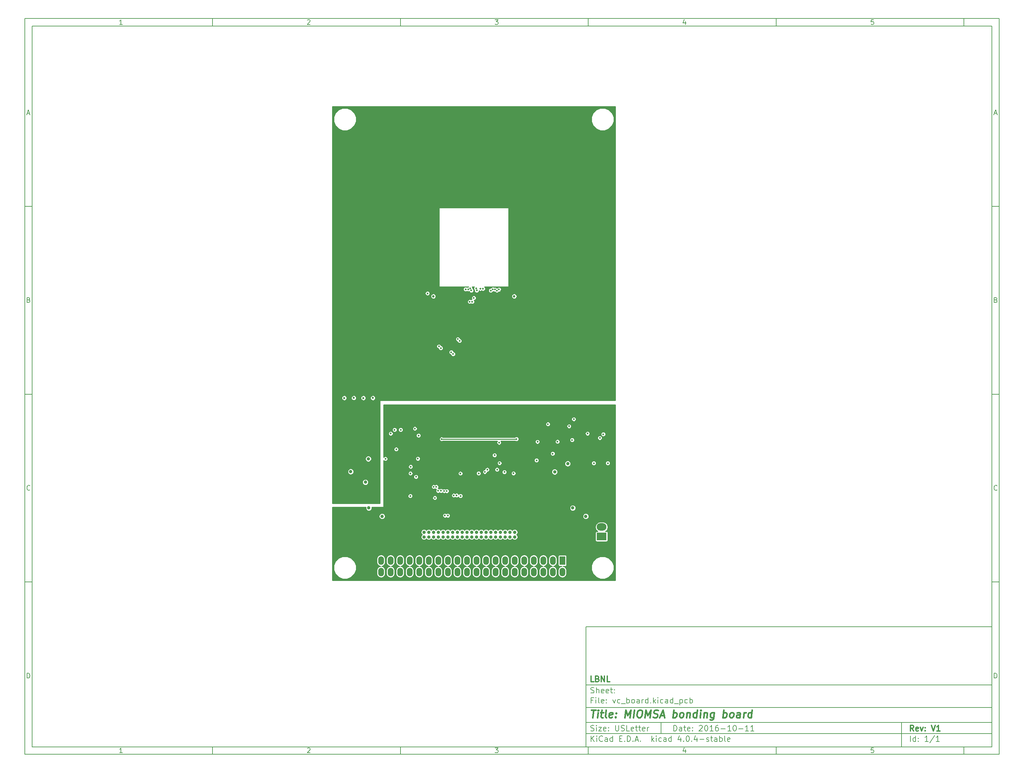
<source format=gbr>
G04 #@! TF.FileFunction,Copper,L3,Inr,Signal*
%FSLAX46Y46*%
G04 Gerber Fmt 4.6, Leading zero omitted, Abs format (unit mm)*
G04 Created by KiCad (PCBNEW 4.0.4-stable) date 2016 October 17, Monday 14:47:50*
%MOMM*%
%LPD*%
G01*
G04 APERTURE LIST*
%ADD10C,0.100000*%
%ADD11C,0.150000*%
%ADD12C,0.300000*%
%ADD13C,0.400000*%
%ADD14C,0.900000*%
%ADD15R,2.600000X2.000000*%
%ADD16O,2.600000X2.000000*%
%ADD17R,1.524000X2.286000*%
%ADD18O,1.524000X2.286000*%
%ADD19C,0.508000*%
%ADD20C,0.635000*%
%ADD21C,0.600000*%
%ADD22C,0.889000*%
%ADD23C,0.762000*%
%ADD24C,0.254000*%
G04 APERTURE END LIST*
D10*
D11*
X159400000Y-171900000D02*
X159400000Y-203900000D01*
X267400000Y-203900000D01*
X267400000Y-171900000D01*
X159400000Y-171900000D01*
D10*
D11*
X10000000Y-10000000D02*
X10000000Y-205900000D01*
X269400000Y-205900000D01*
X269400000Y-10000000D01*
X10000000Y-10000000D01*
D10*
D11*
X12000000Y-12000000D02*
X12000000Y-203900000D01*
X267400000Y-203900000D01*
X267400000Y-12000000D01*
X12000000Y-12000000D01*
D10*
D11*
X60000000Y-12000000D02*
X60000000Y-10000000D01*
D10*
D11*
X110000000Y-12000000D02*
X110000000Y-10000000D01*
D10*
D11*
X160000000Y-12000000D02*
X160000000Y-10000000D01*
D10*
D11*
X210000000Y-12000000D02*
X210000000Y-10000000D01*
D10*
D11*
X260000000Y-12000000D02*
X260000000Y-10000000D01*
D10*
D11*
X35990476Y-11588095D02*
X35247619Y-11588095D01*
X35619048Y-11588095D02*
X35619048Y-10288095D01*
X35495238Y-10473810D01*
X35371429Y-10597619D01*
X35247619Y-10659524D01*
D10*
D11*
X85247619Y-10411905D02*
X85309524Y-10350000D01*
X85433333Y-10288095D01*
X85742857Y-10288095D01*
X85866667Y-10350000D01*
X85928571Y-10411905D01*
X85990476Y-10535714D01*
X85990476Y-10659524D01*
X85928571Y-10845238D01*
X85185714Y-11588095D01*
X85990476Y-11588095D01*
D10*
D11*
X135185714Y-10288095D02*
X135990476Y-10288095D01*
X135557143Y-10783333D01*
X135742857Y-10783333D01*
X135866667Y-10845238D01*
X135928571Y-10907143D01*
X135990476Y-11030952D01*
X135990476Y-11340476D01*
X135928571Y-11464286D01*
X135866667Y-11526190D01*
X135742857Y-11588095D01*
X135371429Y-11588095D01*
X135247619Y-11526190D01*
X135185714Y-11464286D01*
D10*
D11*
X185866667Y-10721429D02*
X185866667Y-11588095D01*
X185557143Y-10226190D02*
X185247619Y-11154762D01*
X186052381Y-11154762D01*
D10*
D11*
X235928571Y-10288095D02*
X235309524Y-10288095D01*
X235247619Y-10907143D01*
X235309524Y-10845238D01*
X235433333Y-10783333D01*
X235742857Y-10783333D01*
X235866667Y-10845238D01*
X235928571Y-10907143D01*
X235990476Y-11030952D01*
X235990476Y-11340476D01*
X235928571Y-11464286D01*
X235866667Y-11526190D01*
X235742857Y-11588095D01*
X235433333Y-11588095D01*
X235309524Y-11526190D01*
X235247619Y-11464286D01*
D10*
D11*
X60000000Y-203900000D02*
X60000000Y-205900000D01*
D10*
D11*
X110000000Y-203900000D02*
X110000000Y-205900000D01*
D10*
D11*
X160000000Y-203900000D02*
X160000000Y-205900000D01*
D10*
D11*
X210000000Y-203900000D02*
X210000000Y-205900000D01*
D10*
D11*
X260000000Y-203900000D02*
X260000000Y-205900000D01*
D10*
D11*
X35990476Y-205488095D02*
X35247619Y-205488095D01*
X35619048Y-205488095D02*
X35619048Y-204188095D01*
X35495238Y-204373810D01*
X35371429Y-204497619D01*
X35247619Y-204559524D01*
D10*
D11*
X85247619Y-204311905D02*
X85309524Y-204250000D01*
X85433333Y-204188095D01*
X85742857Y-204188095D01*
X85866667Y-204250000D01*
X85928571Y-204311905D01*
X85990476Y-204435714D01*
X85990476Y-204559524D01*
X85928571Y-204745238D01*
X85185714Y-205488095D01*
X85990476Y-205488095D01*
D10*
D11*
X135185714Y-204188095D02*
X135990476Y-204188095D01*
X135557143Y-204683333D01*
X135742857Y-204683333D01*
X135866667Y-204745238D01*
X135928571Y-204807143D01*
X135990476Y-204930952D01*
X135990476Y-205240476D01*
X135928571Y-205364286D01*
X135866667Y-205426190D01*
X135742857Y-205488095D01*
X135371429Y-205488095D01*
X135247619Y-205426190D01*
X135185714Y-205364286D01*
D10*
D11*
X185866667Y-204621429D02*
X185866667Y-205488095D01*
X185557143Y-204126190D02*
X185247619Y-205054762D01*
X186052381Y-205054762D01*
D10*
D11*
X235928571Y-204188095D02*
X235309524Y-204188095D01*
X235247619Y-204807143D01*
X235309524Y-204745238D01*
X235433333Y-204683333D01*
X235742857Y-204683333D01*
X235866667Y-204745238D01*
X235928571Y-204807143D01*
X235990476Y-204930952D01*
X235990476Y-205240476D01*
X235928571Y-205364286D01*
X235866667Y-205426190D01*
X235742857Y-205488095D01*
X235433333Y-205488095D01*
X235309524Y-205426190D01*
X235247619Y-205364286D01*
D10*
D11*
X10000000Y-60000000D02*
X12000000Y-60000000D01*
D10*
D11*
X10000000Y-110000000D02*
X12000000Y-110000000D01*
D10*
D11*
X10000000Y-160000000D02*
X12000000Y-160000000D01*
D10*
D11*
X10690476Y-35216667D02*
X11309524Y-35216667D01*
X10566667Y-35588095D02*
X11000000Y-34288095D01*
X11433333Y-35588095D01*
D10*
D11*
X11092857Y-84907143D02*
X11278571Y-84969048D01*
X11340476Y-85030952D01*
X11402381Y-85154762D01*
X11402381Y-85340476D01*
X11340476Y-85464286D01*
X11278571Y-85526190D01*
X11154762Y-85588095D01*
X10659524Y-85588095D01*
X10659524Y-84288095D01*
X11092857Y-84288095D01*
X11216667Y-84350000D01*
X11278571Y-84411905D01*
X11340476Y-84535714D01*
X11340476Y-84659524D01*
X11278571Y-84783333D01*
X11216667Y-84845238D01*
X11092857Y-84907143D01*
X10659524Y-84907143D01*
D10*
D11*
X11402381Y-135464286D02*
X11340476Y-135526190D01*
X11154762Y-135588095D01*
X11030952Y-135588095D01*
X10845238Y-135526190D01*
X10721429Y-135402381D01*
X10659524Y-135278571D01*
X10597619Y-135030952D01*
X10597619Y-134845238D01*
X10659524Y-134597619D01*
X10721429Y-134473810D01*
X10845238Y-134350000D01*
X11030952Y-134288095D01*
X11154762Y-134288095D01*
X11340476Y-134350000D01*
X11402381Y-134411905D01*
D10*
D11*
X10659524Y-185588095D02*
X10659524Y-184288095D01*
X10969048Y-184288095D01*
X11154762Y-184350000D01*
X11278571Y-184473810D01*
X11340476Y-184597619D01*
X11402381Y-184845238D01*
X11402381Y-185030952D01*
X11340476Y-185278571D01*
X11278571Y-185402381D01*
X11154762Y-185526190D01*
X10969048Y-185588095D01*
X10659524Y-185588095D01*
D10*
D11*
X269400000Y-60000000D02*
X267400000Y-60000000D01*
D10*
D11*
X269400000Y-110000000D02*
X267400000Y-110000000D01*
D10*
D11*
X269400000Y-160000000D02*
X267400000Y-160000000D01*
D10*
D11*
X268090476Y-35216667D02*
X268709524Y-35216667D01*
X267966667Y-35588095D02*
X268400000Y-34288095D01*
X268833333Y-35588095D01*
D10*
D11*
X268492857Y-84907143D02*
X268678571Y-84969048D01*
X268740476Y-85030952D01*
X268802381Y-85154762D01*
X268802381Y-85340476D01*
X268740476Y-85464286D01*
X268678571Y-85526190D01*
X268554762Y-85588095D01*
X268059524Y-85588095D01*
X268059524Y-84288095D01*
X268492857Y-84288095D01*
X268616667Y-84350000D01*
X268678571Y-84411905D01*
X268740476Y-84535714D01*
X268740476Y-84659524D01*
X268678571Y-84783333D01*
X268616667Y-84845238D01*
X268492857Y-84907143D01*
X268059524Y-84907143D01*
D10*
D11*
X268802381Y-135464286D02*
X268740476Y-135526190D01*
X268554762Y-135588095D01*
X268430952Y-135588095D01*
X268245238Y-135526190D01*
X268121429Y-135402381D01*
X268059524Y-135278571D01*
X267997619Y-135030952D01*
X267997619Y-134845238D01*
X268059524Y-134597619D01*
X268121429Y-134473810D01*
X268245238Y-134350000D01*
X268430952Y-134288095D01*
X268554762Y-134288095D01*
X268740476Y-134350000D01*
X268802381Y-134411905D01*
D10*
D11*
X268059524Y-185588095D02*
X268059524Y-184288095D01*
X268369048Y-184288095D01*
X268554762Y-184350000D01*
X268678571Y-184473810D01*
X268740476Y-184597619D01*
X268802381Y-184845238D01*
X268802381Y-185030952D01*
X268740476Y-185278571D01*
X268678571Y-185402381D01*
X268554762Y-185526190D01*
X268369048Y-185588095D01*
X268059524Y-185588095D01*
D10*
D11*
X182757143Y-199678571D02*
X182757143Y-198178571D01*
X183114286Y-198178571D01*
X183328571Y-198250000D01*
X183471429Y-198392857D01*
X183542857Y-198535714D01*
X183614286Y-198821429D01*
X183614286Y-199035714D01*
X183542857Y-199321429D01*
X183471429Y-199464286D01*
X183328571Y-199607143D01*
X183114286Y-199678571D01*
X182757143Y-199678571D01*
X184900000Y-199678571D02*
X184900000Y-198892857D01*
X184828571Y-198750000D01*
X184685714Y-198678571D01*
X184400000Y-198678571D01*
X184257143Y-198750000D01*
X184900000Y-199607143D02*
X184757143Y-199678571D01*
X184400000Y-199678571D01*
X184257143Y-199607143D01*
X184185714Y-199464286D01*
X184185714Y-199321429D01*
X184257143Y-199178571D01*
X184400000Y-199107143D01*
X184757143Y-199107143D01*
X184900000Y-199035714D01*
X185400000Y-198678571D02*
X185971429Y-198678571D01*
X185614286Y-198178571D02*
X185614286Y-199464286D01*
X185685714Y-199607143D01*
X185828572Y-199678571D01*
X185971429Y-199678571D01*
X187042857Y-199607143D02*
X186900000Y-199678571D01*
X186614286Y-199678571D01*
X186471429Y-199607143D01*
X186400000Y-199464286D01*
X186400000Y-198892857D01*
X186471429Y-198750000D01*
X186614286Y-198678571D01*
X186900000Y-198678571D01*
X187042857Y-198750000D01*
X187114286Y-198892857D01*
X187114286Y-199035714D01*
X186400000Y-199178571D01*
X187757143Y-199535714D02*
X187828571Y-199607143D01*
X187757143Y-199678571D01*
X187685714Y-199607143D01*
X187757143Y-199535714D01*
X187757143Y-199678571D01*
X187757143Y-198750000D02*
X187828571Y-198821429D01*
X187757143Y-198892857D01*
X187685714Y-198821429D01*
X187757143Y-198750000D01*
X187757143Y-198892857D01*
X189542857Y-198321429D02*
X189614286Y-198250000D01*
X189757143Y-198178571D01*
X190114286Y-198178571D01*
X190257143Y-198250000D01*
X190328572Y-198321429D01*
X190400000Y-198464286D01*
X190400000Y-198607143D01*
X190328572Y-198821429D01*
X189471429Y-199678571D01*
X190400000Y-199678571D01*
X191328571Y-198178571D02*
X191471428Y-198178571D01*
X191614285Y-198250000D01*
X191685714Y-198321429D01*
X191757143Y-198464286D01*
X191828571Y-198750000D01*
X191828571Y-199107143D01*
X191757143Y-199392857D01*
X191685714Y-199535714D01*
X191614285Y-199607143D01*
X191471428Y-199678571D01*
X191328571Y-199678571D01*
X191185714Y-199607143D01*
X191114285Y-199535714D01*
X191042857Y-199392857D01*
X190971428Y-199107143D01*
X190971428Y-198750000D01*
X191042857Y-198464286D01*
X191114285Y-198321429D01*
X191185714Y-198250000D01*
X191328571Y-198178571D01*
X193257142Y-199678571D02*
X192399999Y-199678571D01*
X192828571Y-199678571D02*
X192828571Y-198178571D01*
X192685714Y-198392857D01*
X192542856Y-198535714D01*
X192399999Y-198607143D01*
X194542856Y-198178571D02*
X194257142Y-198178571D01*
X194114285Y-198250000D01*
X194042856Y-198321429D01*
X193899999Y-198535714D01*
X193828570Y-198821429D01*
X193828570Y-199392857D01*
X193899999Y-199535714D01*
X193971427Y-199607143D01*
X194114285Y-199678571D01*
X194399999Y-199678571D01*
X194542856Y-199607143D01*
X194614285Y-199535714D01*
X194685713Y-199392857D01*
X194685713Y-199035714D01*
X194614285Y-198892857D01*
X194542856Y-198821429D01*
X194399999Y-198750000D01*
X194114285Y-198750000D01*
X193971427Y-198821429D01*
X193899999Y-198892857D01*
X193828570Y-199035714D01*
X195328570Y-199107143D02*
X196471427Y-199107143D01*
X197971427Y-199678571D02*
X197114284Y-199678571D01*
X197542856Y-199678571D02*
X197542856Y-198178571D01*
X197399999Y-198392857D01*
X197257141Y-198535714D01*
X197114284Y-198607143D01*
X198899998Y-198178571D02*
X199042855Y-198178571D01*
X199185712Y-198250000D01*
X199257141Y-198321429D01*
X199328570Y-198464286D01*
X199399998Y-198750000D01*
X199399998Y-199107143D01*
X199328570Y-199392857D01*
X199257141Y-199535714D01*
X199185712Y-199607143D01*
X199042855Y-199678571D01*
X198899998Y-199678571D01*
X198757141Y-199607143D01*
X198685712Y-199535714D01*
X198614284Y-199392857D01*
X198542855Y-199107143D01*
X198542855Y-198750000D01*
X198614284Y-198464286D01*
X198685712Y-198321429D01*
X198757141Y-198250000D01*
X198899998Y-198178571D01*
X200042855Y-199107143D02*
X201185712Y-199107143D01*
X202685712Y-199678571D02*
X201828569Y-199678571D01*
X202257141Y-199678571D02*
X202257141Y-198178571D01*
X202114284Y-198392857D01*
X201971426Y-198535714D01*
X201828569Y-198607143D01*
X204114283Y-199678571D02*
X203257140Y-199678571D01*
X203685712Y-199678571D02*
X203685712Y-198178571D01*
X203542855Y-198392857D01*
X203399997Y-198535714D01*
X203257140Y-198607143D01*
D10*
D11*
X159400000Y-200400000D02*
X267400000Y-200400000D01*
D10*
D11*
X160757143Y-202478571D02*
X160757143Y-200978571D01*
X161614286Y-202478571D02*
X160971429Y-201621429D01*
X161614286Y-200978571D02*
X160757143Y-201835714D01*
X162257143Y-202478571D02*
X162257143Y-201478571D01*
X162257143Y-200978571D02*
X162185714Y-201050000D01*
X162257143Y-201121429D01*
X162328571Y-201050000D01*
X162257143Y-200978571D01*
X162257143Y-201121429D01*
X163828572Y-202335714D02*
X163757143Y-202407143D01*
X163542857Y-202478571D01*
X163400000Y-202478571D01*
X163185715Y-202407143D01*
X163042857Y-202264286D01*
X162971429Y-202121429D01*
X162900000Y-201835714D01*
X162900000Y-201621429D01*
X162971429Y-201335714D01*
X163042857Y-201192857D01*
X163185715Y-201050000D01*
X163400000Y-200978571D01*
X163542857Y-200978571D01*
X163757143Y-201050000D01*
X163828572Y-201121429D01*
X165114286Y-202478571D02*
X165114286Y-201692857D01*
X165042857Y-201550000D01*
X164900000Y-201478571D01*
X164614286Y-201478571D01*
X164471429Y-201550000D01*
X165114286Y-202407143D02*
X164971429Y-202478571D01*
X164614286Y-202478571D01*
X164471429Y-202407143D01*
X164400000Y-202264286D01*
X164400000Y-202121429D01*
X164471429Y-201978571D01*
X164614286Y-201907143D01*
X164971429Y-201907143D01*
X165114286Y-201835714D01*
X166471429Y-202478571D02*
X166471429Y-200978571D01*
X166471429Y-202407143D02*
X166328572Y-202478571D01*
X166042858Y-202478571D01*
X165900000Y-202407143D01*
X165828572Y-202335714D01*
X165757143Y-202192857D01*
X165757143Y-201764286D01*
X165828572Y-201621429D01*
X165900000Y-201550000D01*
X166042858Y-201478571D01*
X166328572Y-201478571D01*
X166471429Y-201550000D01*
X168328572Y-201692857D02*
X168828572Y-201692857D01*
X169042858Y-202478571D02*
X168328572Y-202478571D01*
X168328572Y-200978571D01*
X169042858Y-200978571D01*
X169685715Y-202335714D02*
X169757143Y-202407143D01*
X169685715Y-202478571D01*
X169614286Y-202407143D01*
X169685715Y-202335714D01*
X169685715Y-202478571D01*
X170400001Y-202478571D02*
X170400001Y-200978571D01*
X170757144Y-200978571D01*
X170971429Y-201050000D01*
X171114287Y-201192857D01*
X171185715Y-201335714D01*
X171257144Y-201621429D01*
X171257144Y-201835714D01*
X171185715Y-202121429D01*
X171114287Y-202264286D01*
X170971429Y-202407143D01*
X170757144Y-202478571D01*
X170400001Y-202478571D01*
X171900001Y-202335714D02*
X171971429Y-202407143D01*
X171900001Y-202478571D01*
X171828572Y-202407143D01*
X171900001Y-202335714D01*
X171900001Y-202478571D01*
X172542858Y-202050000D02*
X173257144Y-202050000D01*
X172400001Y-202478571D02*
X172900001Y-200978571D01*
X173400001Y-202478571D01*
X173900001Y-202335714D02*
X173971429Y-202407143D01*
X173900001Y-202478571D01*
X173828572Y-202407143D01*
X173900001Y-202335714D01*
X173900001Y-202478571D01*
X176900001Y-202478571D02*
X176900001Y-200978571D01*
X177042858Y-201907143D02*
X177471429Y-202478571D01*
X177471429Y-201478571D02*
X176900001Y-202050000D01*
X178114287Y-202478571D02*
X178114287Y-201478571D01*
X178114287Y-200978571D02*
X178042858Y-201050000D01*
X178114287Y-201121429D01*
X178185715Y-201050000D01*
X178114287Y-200978571D01*
X178114287Y-201121429D01*
X179471430Y-202407143D02*
X179328573Y-202478571D01*
X179042859Y-202478571D01*
X178900001Y-202407143D01*
X178828573Y-202335714D01*
X178757144Y-202192857D01*
X178757144Y-201764286D01*
X178828573Y-201621429D01*
X178900001Y-201550000D01*
X179042859Y-201478571D01*
X179328573Y-201478571D01*
X179471430Y-201550000D01*
X180757144Y-202478571D02*
X180757144Y-201692857D01*
X180685715Y-201550000D01*
X180542858Y-201478571D01*
X180257144Y-201478571D01*
X180114287Y-201550000D01*
X180757144Y-202407143D02*
X180614287Y-202478571D01*
X180257144Y-202478571D01*
X180114287Y-202407143D01*
X180042858Y-202264286D01*
X180042858Y-202121429D01*
X180114287Y-201978571D01*
X180257144Y-201907143D01*
X180614287Y-201907143D01*
X180757144Y-201835714D01*
X182114287Y-202478571D02*
X182114287Y-200978571D01*
X182114287Y-202407143D02*
X181971430Y-202478571D01*
X181685716Y-202478571D01*
X181542858Y-202407143D01*
X181471430Y-202335714D01*
X181400001Y-202192857D01*
X181400001Y-201764286D01*
X181471430Y-201621429D01*
X181542858Y-201550000D01*
X181685716Y-201478571D01*
X181971430Y-201478571D01*
X182114287Y-201550000D01*
X184614287Y-201478571D02*
X184614287Y-202478571D01*
X184257144Y-200907143D02*
X183900001Y-201978571D01*
X184828573Y-201978571D01*
X185400001Y-202335714D02*
X185471429Y-202407143D01*
X185400001Y-202478571D01*
X185328572Y-202407143D01*
X185400001Y-202335714D01*
X185400001Y-202478571D01*
X186400001Y-200978571D02*
X186542858Y-200978571D01*
X186685715Y-201050000D01*
X186757144Y-201121429D01*
X186828573Y-201264286D01*
X186900001Y-201550000D01*
X186900001Y-201907143D01*
X186828573Y-202192857D01*
X186757144Y-202335714D01*
X186685715Y-202407143D01*
X186542858Y-202478571D01*
X186400001Y-202478571D01*
X186257144Y-202407143D01*
X186185715Y-202335714D01*
X186114287Y-202192857D01*
X186042858Y-201907143D01*
X186042858Y-201550000D01*
X186114287Y-201264286D01*
X186185715Y-201121429D01*
X186257144Y-201050000D01*
X186400001Y-200978571D01*
X187542858Y-202335714D02*
X187614286Y-202407143D01*
X187542858Y-202478571D01*
X187471429Y-202407143D01*
X187542858Y-202335714D01*
X187542858Y-202478571D01*
X188900001Y-201478571D02*
X188900001Y-202478571D01*
X188542858Y-200907143D02*
X188185715Y-201978571D01*
X189114287Y-201978571D01*
X189685715Y-201907143D02*
X190828572Y-201907143D01*
X191471429Y-202407143D02*
X191614286Y-202478571D01*
X191900001Y-202478571D01*
X192042858Y-202407143D01*
X192114286Y-202264286D01*
X192114286Y-202192857D01*
X192042858Y-202050000D01*
X191900001Y-201978571D01*
X191685715Y-201978571D01*
X191542858Y-201907143D01*
X191471429Y-201764286D01*
X191471429Y-201692857D01*
X191542858Y-201550000D01*
X191685715Y-201478571D01*
X191900001Y-201478571D01*
X192042858Y-201550000D01*
X192542858Y-201478571D02*
X193114287Y-201478571D01*
X192757144Y-200978571D02*
X192757144Y-202264286D01*
X192828572Y-202407143D01*
X192971430Y-202478571D01*
X193114287Y-202478571D01*
X194257144Y-202478571D02*
X194257144Y-201692857D01*
X194185715Y-201550000D01*
X194042858Y-201478571D01*
X193757144Y-201478571D01*
X193614287Y-201550000D01*
X194257144Y-202407143D02*
X194114287Y-202478571D01*
X193757144Y-202478571D01*
X193614287Y-202407143D01*
X193542858Y-202264286D01*
X193542858Y-202121429D01*
X193614287Y-201978571D01*
X193757144Y-201907143D01*
X194114287Y-201907143D01*
X194257144Y-201835714D01*
X194971430Y-202478571D02*
X194971430Y-200978571D01*
X194971430Y-201550000D02*
X195114287Y-201478571D01*
X195400001Y-201478571D01*
X195542858Y-201550000D01*
X195614287Y-201621429D01*
X195685716Y-201764286D01*
X195685716Y-202192857D01*
X195614287Y-202335714D01*
X195542858Y-202407143D01*
X195400001Y-202478571D01*
X195114287Y-202478571D01*
X194971430Y-202407143D01*
X196542859Y-202478571D02*
X196400001Y-202407143D01*
X196328573Y-202264286D01*
X196328573Y-200978571D01*
X197685715Y-202407143D02*
X197542858Y-202478571D01*
X197257144Y-202478571D01*
X197114287Y-202407143D01*
X197042858Y-202264286D01*
X197042858Y-201692857D01*
X197114287Y-201550000D01*
X197257144Y-201478571D01*
X197542858Y-201478571D01*
X197685715Y-201550000D01*
X197757144Y-201692857D01*
X197757144Y-201835714D01*
X197042858Y-201978571D01*
D10*
D11*
X159400000Y-197400000D02*
X267400000Y-197400000D01*
D10*
D12*
X246614286Y-199678571D02*
X246114286Y-198964286D01*
X245757143Y-199678571D02*
X245757143Y-198178571D01*
X246328571Y-198178571D01*
X246471429Y-198250000D01*
X246542857Y-198321429D01*
X246614286Y-198464286D01*
X246614286Y-198678571D01*
X246542857Y-198821429D01*
X246471429Y-198892857D01*
X246328571Y-198964286D01*
X245757143Y-198964286D01*
X247828571Y-199607143D02*
X247685714Y-199678571D01*
X247400000Y-199678571D01*
X247257143Y-199607143D01*
X247185714Y-199464286D01*
X247185714Y-198892857D01*
X247257143Y-198750000D01*
X247400000Y-198678571D01*
X247685714Y-198678571D01*
X247828571Y-198750000D01*
X247900000Y-198892857D01*
X247900000Y-199035714D01*
X247185714Y-199178571D01*
X248400000Y-198678571D02*
X248757143Y-199678571D01*
X249114285Y-198678571D01*
X249685714Y-199535714D02*
X249757142Y-199607143D01*
X249685714Y-199678571D01*
X249614285Y-199607143D01*
X249685714Y-199535714D01*
X249685714Y-199678571D01*
X249685714Y-198750000D02*
X249757142Y-198821429D01*
X249685714Y-198892857D01*
X249614285Y-198821429D01*
X249685714Y-198750000D01*
X249685714Y-198892857D01*
X251328571Y-198178571D02*
X251828571Y-199678571D01*
X252328571Y-198178571D01*
X253614285Y-199678571D02*
X252757142Y-199678571D01*
X253185714Y-199678571D02*
X253185714Y-198178571D01*
X253042857Y-198392857D01*
X252899999Y-198535714D01*
X252757142Y-198607143D01*
D10*
D11*
X160685714Y-199607143D02*
X160900000Y-199678571D01*
X161257143Y-199678571D01*
X161400000Y-199607143D01*
X161471429Y-199535714D01*
X161542857Y-199392857D01*
X161542857Y-199250000D01*
X161471429Y-199107143D01*
X161400000Y-199035714D01*
X161257143Y-198964286D01*
X160971429Y-198892857D01*
X160828571Y-198821429D01*
X160757143Y-198750000D01*
X160685714Y-198607143D01*
X160685714Y-198464286D01*
X160757143Y-198321429D01*
X160828571Y-198250000D01*
X160971429Y-198178571D01*
X161328571Y-198178571D01*
X161542857Y-198250000D01*
X162185714Y-199678571D02*
X162185714Y-198678571D01*
X162185714Y-198178571D02*
X162114285Y-198250000D01*
X162185714Y-198321429D01*
X162257142Y-198250000D01*
X162185714Y-198178571D01*
X162185714Y-198321429D01*
X162757143Y-198678571D02*
X163542857Y-198678571D01*
X162757143Y-199678571D01*
X163542857Y-199678571D01*
X164685714Y-199607143D02*
X164542857Y-199678571D01*
X164257143Y-199678571D01*
X164114286Y-199607143D01*
X164042857Y-199464286D01*
X164042857Y-198892857D01*
X164114286Y-198750000D01*
X164257143Y-198678571D01*
X164542857Y-198678571D01*
X164685714Y-198750000D01*
X164757143Y-198892857D01*
X164757143Y-199035714D01*
X164042857Y-199178571D01*
X165400000Y-199535714D02*
X165471428Y-199607143D01*
X165400000Y-199678571D01*
X165328571Y-199607143D01*
X165400000Y-199535714D01*
X165400000Y-199678571D01*
X165400000Y-198750000D02*
X165471428Y-198821429D01*
X165400000Y-198892857D01*
X165328571Y-198821429D01*
X165400000Y-198750000D01*
X165400000Y-198892857D01*
X167257143Y-198178571D02*
X167257143Y-199392857D01*
X167328571Y-199535714D01*
X167400000Y-199607143D01*
X167542857Y-199678571D01*
X167828571Y-199678571D01*
X167971429Y-199607143D01*
X168042857Y-199535714D01*
X168114286Y-199392857D01*
X168114286Y-198178571D01*
X168757143Y-199607143D02*
X168971429Y-199678571D01*
X169328572Y-199678571D01*
X169471429Y-199607143D01*
X169542858Y-199535714D01*
X169614286Y-199392857D01*
X169614286Y-199250000D01*
X169542858Y-199107143D01*
X169471429Y-199035714D01*
X169328572Y-198964286D01*
X169042858Y-198892857D01*
X168900000Y-198821429D01*
X168828572Y-198750000D01*
X168757143Y-198607143D01*
X168757143Y-198464286D01*
X168828572Y-198321429D01*
X168900000Y-198250000D01*
X169042858Y-198178571D01*
X169400000Y-198178571D01*
X169614286Y-198250000D01*
X170971429Y-199678571D02*
X170257143Y-199678571D01*
X170257143Y-198178571D01*
X172042857Y-199607143D02*
X171900000Y-199678571D01*
X171614286Y-199678571D01*
X171471429Y-199607143D01*
X171400000Y-199464286D01*
X171400000Y-198892857D01*
X171471429Y-198750000D01*
X171614286Y-198678571D01*
X171900000Y-198678571D01*
X172042857Y-198750000D01*
X172114286Y-198892857D01*
X172114286Y-199035714D01*
X171400000Y-199178571D01*
X172542857Y-198678571D02*
X173114286Y-198678571D01*
X172757143Y-198178571D02*
X172757143Y-199464286D01*
X172828571Y-199607143D01*
X172971429Y-199678571D01*
X173114286Y-199678571D01*
X173400000Y-198678571D02*
X173971429Y-198678571D01*
X173614286Y-198178571D02*
X173614286Y-199464286D01*
X173685714Y-199607143D01*
X173828572Y-199678571D01*
X173971429Y-199678571D01*
X175042857Y-199607143D02*
X174900000Y-199678571D01*
X174614286Y-199678571D01*
X174471429Y-199607143D01*
X174400000Y-199464286D01*
X174400000Y-198892857D01*
X174471429Y-198750000D01*
X174614286Y-198678571D01*
X174900000Y-198678571D01*
X175042857Y-198750000D01*
X175114286Y-198892857D01*
X175114286Y-199035714D01*
X174400000Y-199178571D01*
X175757143Y-199678571D02*
X175757143Y-198678571D01*
X175757143Y-198964286D02*
X175828571Y-198821429D01*
X175900000Y-198750000D01*
X176042857Y-198678571D01*
X176185714Y-198678571D01*
D10*
D11*
X245757143Y-202478571D02*
X245757143Y-200978571D01*
X247114286Y-202478571D02*
X247114286Y-200978571D01*
X247114286Y-202407143D02*
X246971429Y-202478571D01*
X246685715Y-202478571D01*
X246542857Y-202407143D01*
X246471429Y-202335714D01*
X246400000Y-202192857D01*
X246400000Y-201764286D01*
X246471429Y-201621429D01*
X246542857Y-201550000D01*
X246685715Y-201478571D01*
X246971429Y-201478571D01*
X247114286Y-201550000D01*
X247828572Y-202335714D02*
X247900000Y-202407143D01*
X247828572Y-202478571D01*
X247757143Y-202407143D01*
X247828572Y-202335714D01*
X247828572Y-202478571D01*
X247828572Y-201550000D02*
X247900000Y-201621429D01*
X247828572Y-201692857D01*
X247757143Y-201621429D01*
X247828572Y-201550000D01*
X247828572Y-201692857D01*
X250471429Y-202478571D02*
X249614286Y-202478571D01*
X250042858Y-202478571D02*
X250042858Y-200978571D01*
X249900001Y-201192857D01*
X249757143Y-201335714D01*
X249614286Y-201407143D01*
X252185714Y-200907143D02*
X250900000Y-202835714D01*
X253471429Y-202478571D02*
X252614286Y-202478571D01*
X253042858Y-202478571D02*
X253042858Y-200978571D01*
X252900001Y-201192857D01*
X252757143Y-201335714D01*
X252614286Y-201407143D01*
D10*
D11*
X159400000Y-193400000D02*
X267400000Y-193400000D01*
D10*
D13*
X160852381Y-194104762D02*
X161995238Y-194104762D01*
X161173810Y-196104762D02*
X161423810Y-194104762D01*
X162411905Y-196104762D02*
X162578571Y-194771429D01*
X162661905Y-194104762D02*
X162554762Y-194200000D01*
X162638095Y-194295238D01*
X162745239Y-194200000D01*
X162661905Y-194104762D01*
X162638095Y-194295238D01*
X163245238Y-194771429D02*
X164007143Y-194771429D01*
X163614286Y-194104762D02*
X163400000Y-195819048D01*
X163471430Y-196009524D01*
X163650001Y-196104762D01*
X163840477Y-196104762D01*
X164792858Y-196104762D02*
X164614287Y-196009524D01*
X164542857Y-195819048D01*
X164757143Y-194104762D01*
X166328572Y-196009524D02*
X166126191Y-196104762D01*
X165745239Y-196104762D01*
X165566667Y-196009524D01*
X165495238Y-195819048D01*
X165590476Y-195057143D01*
X165709524Y-194866667D01*
X165911905Y-194771429D01*
X166292857Y-194771429D01*
X166471429Y-194866667D01*
X166542857Y-195057143D01*
X166519048Y-195247619D01*
X165542857Y-195438095D01*
X167292857Y-195914286D02*
X167376192Y-196009524D01*
X167269048Y-196104762D01*
X167185715Y-196009524D01*
X167292857Y-195914286D01*
X167269048Y-196104762D01*
X167423810Y-194866667D02*
X167507144Y-194961905D01*
X167400000Y-195057143D01*
X167316667Y-194961905D01*
X167423810Y-194866667D01*
X167400000Y-195057143D01*
X169745239Y-196104762D02*
X169995239Y-194104762D01*
X170483334Y-195533333D01*
X171328573Y-194104762D01*
X171078573Y-196104762D01*
X172030953Y-196104762D02*
X172280953Y-194104762D01*
X173614287Y-194104762D02*
X173995239Y-194104762D01*
X174173810Y-194200000D01*
X174340478Y-194390476D01*
X174388096Y-194771429D01*
X174304763Y-195438095D01*
X174161906Y-195819048D01*
X173947620Y-196009524D01*
X173745239Y-196104762D01*
X173364287Y-196104762D01*
X173185716Y-196009524D01*
X173019048Y-195819048D01*
X172971429Y-195438095D01*
X173054762Y-194771429D01*
X173197620Y-194390476D01*
X173411906Y-194200000D01*
X173614287Y-194104762D01*
X175078572Y-196104762D02*
X175328572Y-194104762D01*
X175816667Y-195533333D01*
X176661906Y-194104762D01*
X176411906Y-196104762D01*
X177280953Y-196009524D02*
X177554763Y-196104762D01*
X178030953Y-196104762D01*
X178233334Y-196009524D01*
X178340476Y-195914286D01*
X178459525Y-195723810D01*
X178483334Y-195533333D01*
X178411905Y-195342857D01*
X178328572Y-195247619D01*
X178150000Y-195152381D01*
X177780953Y-195057143D01*
X177602382Y-194961905D01*
X177519048Y-194866667D01*
X177447619Y-194676190D01*
X177471429Y-194485714D01*
X177590476Y-194295238D01*
X177697620Y-194200000D01*
X177900001Y-194104762D01*
X178376191Y-194104762D01*
X178650001Y-194200000D01*
X179245238Y-195533333D02*
X180197619Y-195533333D01*
X178983334Y-196104762D02*
X179900001Y-194104762D01*
X180316668Y-196104762D01*
X182507144Y-196104762D02*
X182757144Y-194104762D01*
X182661906Y-194866667D02*
X182864287Y-194771429D01*
X183245239Y-194771429D01*
X183423811Y-194866667D01*
X183507144Y-194961905D01*
X183578572Y-195152381D01*
X183507144Y-195723810D01*
X183388096Y-195914286D01*
X183280954Y-196009524D01*
X183078573Y-196104762D01*
X182697621Y-196104762D01*
X182519049Y-196009524D01*
X184602383Y-196104762D02*
X184423812Y-196009524D01*
X184340477Y-195914286D01*
X184269049Y-195723810D01*
X184340477Y-195152381D01*
X184459525Y-194961905D01*
X184566669Y-194866667D01*
X184769049Y-194771429D01*
X185054763Y-194771429D01*
X185233335Y-194866667D01*
X185316668Y-194961905D01*
X185388096Y-195152381D01*
X185316668Y-195723810D01*
X185197620Y-195914286D01*
X185090478Y-196009524D01*
X184888097Y-196104762D01*
X184602383Y-196104762D01*
X186292858Y-194771429D02*
X186126192Y-196104762D01*
X186269049Y-194961905D02*
X186376193Y-194866667D01*
X186578573Y-194771429D01*
X186864287Y-194771429D01*
X187042859Y-194866667D01*
X187114287Y-195057143D01*
X186983335Y-196104762D01*
X188792859Y-196104762D02*
X189042859Y-194104762D01*
X188804764Y-196009524D02*
X188602383Y-196104762D01*
X188221431Y-196104762D01*
X188042860Y-196009524D01*
X187959525Y-195914286D01*
X187888097Y-195723810D01*
X187959525Y-195152381D01*
X188078573Y-194961905D01*
X188185717Y-194866667D01*
X188388097Y-194771429D01*
X188769049Y-194771429D01*
X188947621Y-194866667D01*
X189745240Y-196104762D02*
X189911906Y-194771429D01*
X189995240Y-194104762D02*
X189888097Y-194200000D01*
X189971430Y-194295238D01*
X190078574Y-194200000D01*
X189995240Y-194104762D01*
X189971430Y-194295238D01*
X190864287Y-194771429D02*
X190697621Y-196104762D01*
X190840478Y-194961905D02*
X190947622Y-194866667D01*
X191150002Y-194771429D01*
X191435716Y-194771429D01*
X191614288Y-194866667D01*
X191685716Y-195057143D01*
X191554764Y-196104762D01*
X193530954Y-194771429D02*
X193328573Y-196390476D01*
X193209526Y-196580952D01*
X193102383Y-196676190D01*
X192900002Y-196771429D01*
X192614288Y-196771429D01*
X192435716Y-196676190D01*
X193376193Y-196009524D02*
X193173812Y-196104762D01*
X192792860Y-196104762D01*
X192614289Y-196009524D01*
X192530954Y-195914286D01*
X192459526Y-195723810D01*
X192530954Y-195152381D01*
X192650002Y-194961905D01*
X192757146Y-194866667D01*
X192959526Y-194771429D01*
X193340478Y-194771429D01*
X193519050Y-194866667D01*
X195840479Y-196104762D02*
X196090479Y-194104762D01*
X195995241Y-194866667D02*
X196197622Y-194771429D01*
X196578574Y-194771429D01*
X196757146Y-194866667D01*
X196840479Y-194961905D01*
X196911907Y-195152381D01*
X196840479Y-195723810D01*
X196721431Y-195914286D01*
X196614289Y-196009524D01*
X196411908Y-196104762D01*
X196030956Y-196104762D01*
X195852384Y-196009524D01*
X197935718Y-196104762D02*
X197757147Y-196009524D01*
X197673812Y-195914286D01*
X197602384Y-195723810D01*
X197673812Y-195152381D01*
X197792860Y-194961905D01*
X197900004Y-194866667D01*
X198102384Y-194771429D01*
X198388098Y-194771429D01*
X198566670Y-194866667D01*
X198650003Y-194961905D01*
X198721431Y-195152381D01*
X198650003Y-195723810D01*
X198530955Y-195914286D01*
X198423813Y-196009524D01*
X198221432Y-196104762D01*
X197935718Y-196104762D01*
X200316670Y-196104762D02*
X200447622Y-195057143D01*
X200376194Y-194866667D01*
X200197622Y-194771429D01*
X199816670Y-194771429D01*
X199614289Y-194866667D01*
X200328575Y-196009524D02*
X200126194Y-196104762D01*
X199650004Y-196104762D01*
X199471432Y-196009524D01*
X199400003Y-195819048D01*
X199423813Y-195628571D01*
X199542860Y-195438095D01*
X199745242Y-195342857D01*
X200221432Y-195342857D01*
X200423813Y-195247619D01*
X201269051Y-196104762D02*
X201435717Y-194771429D01*
X201388098Y-195152381D02*
X201507147Y-194961905D01*
X201614290Y-194866667D01*
X201816670Y-194771429D01*
X202007146Y-194771429D01*
X203364289Y-196104762D02*
X203614289Y-194104762D01*
X203376194Y-196009524D02*
X203173813Y-196104762D01*
X202792861Y-196104762D01*
X202614290Y-196009524D01*
X202530955Y-195914286D01*
X202459527Y-195723810D01*
X202530955Y-195152381D01*
X202650003Y-194961905D01*
X202757147Y-194866667D01*
X202959527Y-194771429D01*
X203340479Y-194771429D01*
X203519051Y-194866667D01*
D10*
D11*
X161257143Y-191492857D02*
X160757143Y-191492857D01*
X160757143Y-192278571D02*
X160757143Y-190778571D01*
X161471429Y-190778571D01*
X162042857Y-192278571D02*
X162042857Y-191278571D01*
X162042857Y-190778571D02*
X161971428Y-190850000D01*
X162042857Y-190921429D01*
X162114285Y-190850000D01*
X162042857Y-190778571D01*
X162042857Y-190921429D01*
X162971429Y-192278571D02*
X162828571Y-192207143D01*
X162757143Y-192064286D01*
X162757143Y-190778571D01*
X164114285Y-192207143D02*
X163971428Y-192278571D01*
X163685714Y-192278571D01*
X163542857Y-192207143D01*
X163471428Y-192064286D01*
X163471428Y-191492857D01*
X163542857Y-191350000D01*
X163685714Y-191278571D01*
X163971428Y-191278571D01*
X164114285Y-191350000D01*
X164185714Y-191492857D01*
X164185714Y-191635714D01*
X163471428Y-191778571D01*
X164828571Y-192135714D02*
X164899999Y-192207143D01*
X164828571Y-192278571D01*
X164757142Y-192207143D01*
X164828571Y-192135714D01*
X164828571Y-192278571D01*
X164828571Y-191350000D02*
X164899999Y-191421429D01*
X164828571Y-191492857D01*
X164757142Y-191421429D01*
X164828571Y-191350000D01*
X164828571Y-191492857D01*
X166542857Y-191278571D02*
X166900000Y-192278571D01*
X167257142Y-191278571D01*
X168471428Y-192207143D02*
X168328571Y-192278571D01*
X168042857Y-192278571D01*
X167899999Y-192207143D01*
X167828571Y-192135714D01*
X167757142Y-191992857D01*
X167757142Y-191564286D01*
X167828571Y-191421429D01*
X167899999Y-191350000D01*
X168042857Y-191278571D01*
X168328571Y-191278571D01*
X168471428Y-191350000D01*
X168757142Y-192421429D02*
X169899999Y-192421429D01*
X170257142Y-192278571D02*
X170257142Y-190778571D01*
X170257142Y-191350000D02*
X170399999Y-191278571D01*
X170685713Y-191278571D01*
X170828570Y-191350000D01*
X170899999Y-191421429D01*
X170971428Y-191564286D01*
X170971428Y-191992857D01*
X170899999Y-192135714D01*
X170828570Y-192207143D01*
X170685713Y-192278571D01*
X170399999Y-192278571D01*
X170257142Y-192207143D01*
X171828571Y-192278571D02*
X171685713Y-192207143D01*
X171614285Y-192135714D01*
X171542856Y-191992857D01*
X171542856Y-191564286D01*
X171614285Y-191421429D01*
X171685713Y-191350000D01*
X171828571Y-191278571D01*
X172042856Y-191278571D01*
X172185713Y-191350000D01*
X172257142Y-191421429D01*
X172328571Y-191564286D01*
X172328571Y-191992857D01*
X172257142Y-192135714D01*
X172185713Y-192207143D01*
X172042856Y-192278571D01*
X171828571Y-192278571D01*
X173614285Y-192278571D02*
X173614285Y-191492857D01*
X173542856Y-191350000D01*
X173399999Y-191278571D01*
X173114285Y-191278571D01*
X172971428Y-191350000D01*
X173614285Y-192207143D02*
X173471428Y-192278571D01*
X173114285Y-192278571D01*
X172971428Y-192207143D01*
X172899999Y-192064286D01*
X172899999Y-191921429D01*
X172971428Y-191778571D01*
X173114285Y-191707143D01*
X173471428Y-191707143D01*
X173614285Y-191635714D01*
X174328571Y-192278571D02*
X174328571Y-191278571D01*
X174328571Y-191564286D02*
X174399999Y-191421429D01*
X174471428Y-191350000D01*
X174614285Y-191278571D01*
X174757142Y-191278571D01*
X175899999Y-192278571D02*
X175899999Y-190778571D01*
X175899999Y-192207143D02*
X175757142Y-192278571D01*
X175471428Y-192278571D01*
X175328570Y-192207143D01*
X175257142Y-192135714D01*
X175185713Y-191992857D01*
X175185713Y-191564286D01*
X175257142Y-191421429D01*
X175328570Y-191350000D01*
X175471428Y-191278571D01*
X175757142Y-191278571D01*
X175899999Y-191350000D01*
X176614285Y-192135714D02*
X176685713Y-192207143D01*
X176614285Y-192278571D01*
X176542856Y-192207143D01*
X176614285Y-192135714D01*
X176614285Y-192278571D01*
X177328571Y-192278571D02*
X177328571Y-190778571D01*
X177471428Y-191707143D02*
X177899999Y-192278571D01*
X177899999Y-191278571D02*
X177328571Y-191850000D01*
X178542857Y-192278571D02*
X178542857Y-191278571D01*
X178542857Y-190778571D02*
X178471428Y-190850000D01*
X178542857Y-190921429D01*
X178614285Y-190850000D01*
X178542857Y-190778571D01*
X178542857Y-190921429D01*
X179900000Y-192207143D02*
X179757143Y-192278571D01*
X179471429Y-192278571D01*
X179328571Y-192207143D01*
X179257143Y-192135714D01*
X179185714Y-191992857D01*
X179185714Y-191564286D01*
X179257143Y-191421429D01*
X179328571Y-191350000D01*
X179471429Y-191278571D01*
X179757143Y-191278571D01*
X179900000Y-191350000D01*
X181185714Y-192278571D02*
X181185714Y-191492857D01*
X181114285Y-191350000D01*
X180971428Y-191278571D01*
X180685714Y-191278571D01*
X180542857Y-191350000D01*
X181185714Y-192207143D02*
X181042857Y-192278571D01*
X180685714Y-192278571D01*
X180542857Y-192207143D01*
X180471428Y-192064286D01*
X180471428Y-191921429D01*
X180542857Y-191778571D01*
X180685714Y-191707143D01*
X181042857Y-191707143D01*
X181185714Y-191635714D01*
X182542857Y-192278571D02*
X182542857Y-190778571D01*
X182542857Y-192207143D02*
X182400000Y-192278571D01*
X182114286Y-192278571D01*
X181971428Y-192207143D01*
X181900000Y-192135714D01*
X181828571Y-191992857D01*
X181828571Y-191564286D01*
X181900000Y-191421429D01*
X181971428Y-191350000D01*
X182114286Y-191278571D01*
X182400000Y-191278571D01*
X182542857Y-191350000D01*
X182900000Y-192421429D02*
X184042857Y-192421429D01*
X184400000Y-191278571D02*
X184400000Y-192778571D01*
X184400000Y-191350000D02*
X184542857Y-191278571D01*
X184828571Y-191278571D01*
X184971428Y-191350000D01*
X185042857Y-191421429D01*
X185114286Y-191564286D01*
X185114286Y-191992857D01*
X185042857Y-192135714D01*
X184971428Y-192207143D01*
X184828571Y-192278571D01*
X184542857Y-192278571D01*
X184400000Y-192207143D01*
X186400000Y-192207143D02*
X186257143Y-192278571D01*
X185971429Y-192278571D01*
X185828571Y-192207143D01*
X185757143Y-192135714D01*
X185685714Y-191992857D01*
X185685714Y-191564286D01*
X185757143Y-191421429D01*
X185828571Y-191350000D01*
X185971429Y-191278571D01*
X186257143Y-191278571D01*
X186400000Y-191350000D01*
X187042857Y-192278571D02*
X187042857Y-190778571D01*
X187042857Y-191350000D02*
X187185714Y-191278571D01*
X187471428Y-191278571D01*
X187614285Y-191350000D01*
X187685714Y-191421429D01*
X187757143Y-191564286D01*
X187757143Y-191992857D01*
X187685714Y-192135714D01*
X187614285Y-192207143D01*
X187471428Y-192278571D01*
X187185714Y-192278571D01*
X187042857Y-192207143D01*
D10*
D11*
X159400000Y-187400000D02*
X267400000Y-187400000D01*
D10*
D11*
X160685714Y-189507143D02*
X160900000Y-189578571D01*
X161257143Y-189578571D01*
X161400000Y-189507143D01*
X161471429Y-189435714D01*
X161542857Y-189292857D01*
X161542857Y-189150000D01*
X161471429Y-189007143D01*
X161400000Y-188935714D01*
X161257143Y-188864286D01*
X160971429Y-188792857D01*
X160828571Y-188721429D01*
X160757143Y-188650000D01*
X160685714Y-188507143D01*
X160685714Y-188364286D01*
X160757143Y-188221429D01*
X160828571Y-188150000D01*
X160971429Y-188078571D01*
X161328571Y-188078571D01*
X161542857Y-188150000D01*
X162185714Y-189578571D02*
X162185714Y-188078571D01*
X162828571Y-189578571D02*
X162828571Y-188792857D01*
X162757142Y-188650000D01*
X162614285Y-188578571D01*
X162400000Y-188578571D01*
X162257142Y-188650000D01*
X162185714Y-188721429D01*
X164114285Y-189507143D02*
X163971428Y-189578571D01*
X163685714Y-189578571D01*
X163542857Y-189507143D01*
X163471428Y-189364286D01*
X163471428Y-188792857D01*
X163542857Y-188650000D01*
X163685714Y-188578571D01*
X163971428Y-188578571D01*
X164114285Y-188650000D01*
X164185714Y-188792857D01*
X164185714Y-188935714D01*
X163471428Y-189078571D01*
X165399999Y-189507143D02*
X165257142Y-189578571D01*
X164971428Y-189578571D01*
X164828571Y-189507143D01*
X164757142Y-189364286D01*
X164757142Y-188792857D01*
X164828571Y-188650000D01*
X164971428Y-188578571D01*
X165257142Y-188578571D01*
X165399999Y-188650000D01*
X165471428Y-188792857D01*
X165471428Y-188935714D01*
X164757142Y-189078571D01*
X165899999Y-188578571D02*
X166471428Y-188578571D01*
X166114285Y-188078571D02*
X166114285Y-189364286D01*
X166185713Y-189507143D01*
X166328571Y-189578571D01*
X166471428Y-189578571D01*
X166971428Y-189435714D02*
X167042856Y-189507143D01*
X166971428Y-189578571D01*
X166899999Y-189507143D01*
X166971428Y-189435714D01*
X166971428Y-189578571D01*
X166971428Y-188650000D02*
X167042856Y-188721429D01*
X166971428Y-188792857D01*
X166899999Y-188721429D01*
X166971428Y-188650000D01*
X166971428Y-188792857D01*
D10*
D12*
X161471429Y-186578571D02*
X160757143Y-186578571D01*
X160757143Y-185078571D01*
X162471429Y-185792857D02*
X162685715Y-185864286D01*
X162757143Y-185935714D01*
X162828572Y-186078571D01*
X162828572Y-186292857D01*
X162757143Y-186435714D01*
X162685715Y-186507143D01*
X162542857Y-186578571D01*
X161971429Y-186578571D01*
X161971429Y-185078571D01*
X162471429Y-185078571D01*
X162614286Y-185150000D01*
X162685715Y-185221429D01*
X162757143Y-185364286D01*
X162757143Y-185507143D01*
X162685715Y-185650000D01*
X162614286Y-185721429D01*
X162471429Y-185792857D01*
X161971429Y-185792857D01*
X163471429Y-186578571D02*
X163471429Y-185078571D01*
X164328572Y-186578571D01*
X164328572Y-185078571D01*
X165757144Y-186578571D02*
X165042858Y-186578571D01*
X165042858Y-185078571D01*
D10*
D11*
X179400000Y-197400000D02*
X179400000Y-200400000D01*
D10*
D11*
X243400000Y-197400000D02*
X243400000Y-203900000D01*
D14*
X140418820Y-148023580D03*
X139148820Y-148023580D03*
X137878820Y-148023580D03*
X136608820Y-148023580D03*
X135338820Y-148023580D03*
X134068820Y-148023580D03*
X132798820Y-148023580D03*
X131528820Y-148023580D03*
X130258820Y-148023580D03*
X128988820Y-148023580D03*
X127718820Y-148023580D03*
X126448820Y-148023580D03*
X125178820Y-148023580D03*
X123908820Y-148023580D03*
X122638820Y-148023580D03*
X121368820Y-148023580D03*
X120098820Y-148023580D03*
X118828820Y-148023580D03*
X117558820Y-148023580D03*
X116288820Y-148023580D03*
X140418820Y-146753580D03*
X139148820Y-146753580D03*
X137878820Y-146753580D03*
X136608820Y-146753580D03*
X135338820Y-146753580D03*
X134068820Y-146753580D03*
X132798820Y-146753580D03*
X131528820Y-146753580D03*
X130258820Y-146753580D03*
X128988820Y-146753580D03*
X127718820Y-146753580D03*
X126448820Y-146753580D03*
X125178820Y-146753580D03*
X123908820Y-146753580D03*
X122638820Y-146753580D03*
X121368820Y-146753580D03*
X120098820Y-146753580D03*
X118828820Y-146753580D03*
X117558820Y-146753580D03*
X116288820Y-146753580D03*
D15*
X163545520Y-147914360D03*
D16*
X163545520Y-145374360D03*
D17*
X153116280Y-154302460D03*
D18*
X150576280Y-154302460D03*
X148036280Y-154302460D03*
X145496280Y-154302460D03*
X142956280Y-154302460D03*
X140416280Y-154302460D03*
X137876280Y-154302460D03*
X135336280Y-154302460D03*
X132796280Y-154302460D03*
X130256280Y-154302460D03*
X127716280Y-154302460D03*
X125176280Y-154302460D03*
X122636280Y-154302460D03*
X120096280Y-154302460D03*
X117556280Y-154302460D03*
X115016280Y-154302460D03*
X112476280Y-154302460D03*
X109936280Y-154302460D03*
X107396280Y-154302460D03*
X104856280Y-154302460D03*
X153116280Y-157350460D03*
X150576280Y-157350460D03*
X148036280Y-157350460D03*
X145496280Y-157350460D03*
X142956280Y-157350460D03*
X140416280Y-157350460D03*
X137876280Y-157350460D03*
X135336280Y-157350460D03*
X132796280Y-157350460D03*
X130256280Y-157350460D03*
X127716280Y-157350460D03*
X125176280Y-157350460D03*
X122636280Y-157350460D03*
X120096280Y-157350460D03*
X117556280Y-157350460D03*
X115016280Y-157350460D03*
X112476280Y-157350460D03*
X109936280Y-157350460D03*
X107396280Y-157350460D03*
X104856280Y-157350460D03*
D19*
X154901900Y-118519300D03*
X156156660Y-116646960D03*
X117218460Y-83167220D03*
X108899960Y-124680980D03*
X113845340Y-119179340D03*
X134040880Y-82397600D03*
X137675620Y-130726180D03*
X136273540Y-122913140D03*
X136222629Y-82124258D03*
X135692535Y-82425280D03*
X135072120Y-126243080D03*
X136372600Y-128343660D03*
X134567147Y-82089936D03*
X135176658Y-82100495D03*
X132468620Y-130703320D03*
X159814260Y-120469660D03*
X140886180Y-121942860D03*
X120957340Y-121970800D03*
D20*
X118767860Y-83934300D03*
X140296900Y-83929220D03*
D19*
X129542540Y-84373720D03*
D21*
X102671880Y-111010700D03*
X100134420Y-111015780D03*
X97594420Y-111008160D03*
X95054420Y-111013240D03*
D19*
X114841020Y-121023380D03*
X114625120Y-127157480D03*
X161467800Y-128381760D03*
X165199060Y-128386840D03*
X107414060Y-120474740D03*
X108440220Y-119494300D03*
X163984940Y-120670320D03*
X163080700Y-121648220D03*
X135732520Y-130093720D03*
X133129020Y-130098800D03*
X110075980Y-119496840D03*
X112737900Y-129329180D03*
X106017060Y-127220980D03*
X155689300Y-122209560D03*
X149263100Y-117993160D03*
X151808180Y-122654060D03*
X146484340Y-122664220D03*
X146232880Y-127627380D03*
X150517860Y-125849380D03*
X125991620Y-137106660D03*
X119164100Y-137627360D03*
X125968760Y-131109720D03*
X112666780Y-131104640D03*
X114160300Y-132006340D03*
X112643920Y-137104120D03*
X140098780Y-131074160D03*
X130822700Y-131094480D03*
D22*
X154528520Y-128508760D03*
X151061420Y-130677920D03*
X155869640Y-140294360D03*
X159331660Y-142527020D03*
X101475540Y-127213360D03*
X96771460Y-130616960D03*
X100683060Y-133431280D03*
X101589840Y-140296900D03*
X105130600Y-142529560D03*
D19*
X115651280Y-124686060D03*
X165204140Y-126885700D03*
X161470340Y-126883160D03*
X107419140Y-121973340D03*
X163080700Y-118191280D03*
X164109400Y-119171720D03*
X126974600Y-133588760D03*
X126004320Y-132613400D03*
D23*
X157634940Y-127508000D03*
X158577280Y-127508000D03*
D19*
X114663220Y-137614660D03*
X158168340Y-123238260D03*
X157236160Y-114317780D03*
D23*
X158574740Y-128508760D03*
D19*
X150304500Y-122656600D03*
X144980660Y-122661680D03*
X146019520Y-123695460D03*
X141729460Y-127627380D03*
D23*
X126974600Y-139585700D03*
X111770160Y-139588240D03*
X111767620Y-133588760D03*
X140091160Y-134536180D03*
X130825240Y-134536180D03*
D19*
X129372006Y-81686295D03*
X133395720Y-82410300D03*
X132801360Y-82415380D03*
X136906000Y-82402680D03*
X138536680Y-82598260D03*
X126842520Y-82887820D03*
X124170440Y-82405220D03*
X121696480Y-82420460D03*
D21*
X95051880Y-112511840D03*
X97596960Y-112509300D03*
X100126800Y-112511840D03*
X102666800Y-112514380D03*
D19*
X103751380Y-127500380D03*
X103751380Y-126850140D03*
X103751380Y-126243080D03*
X102974140Y-126243080D03*
X102974140Y-126867920D03*
X102974140Y-127497840D03*
X127347730Y-82061218D03*
X121657280Y-135778240D03*
X128035730Y-82061218D03*
X122345280Y-135778240D03*
X122609720Y-142308580D03*
X124174140Y-136959340D03*
X120806320Y-135722360D03*
X121829720Y-142308580D03*
X124954140Y-136959340D03*
X120026320Y-135722360D03*
X130327400Y-82395060D03*
X125275936Y-95321716D03*
X130157232Y-81809691D03*
X125762424Y-95808204D03*
X131999681Y-81932276D03*
X124019774Y-99326104D03*
X131311681Y-81932276D03*
X123533286Y-98839616D03*
X128865244Y-82392513D03*
X128414739Y-85389720D03*
X120256756Y-97256756D03*
X118848040Y-134675880D03*
X128604377Y-81841548D03*
X129102739Y-85389720D03*
X120743244Y-97743244D03*
X119536040Y-134675880D03*
D24*
X120957340Y-121970800D02*
X140858240Y-121970800D01*
X140858240Y-121970800D02*
X140886180Y-121942860D01*
G36*
X167186540Y-159536060D02*
X91898540Y-159536060D01*
X91898540Y-156803525D01*
X92252481Y-156803525D01*
X92707785Y-157905446D01*
X93550119Y-158749252D01*
X94651244Y-159206479D01*
X95843525Y-159207519D01*
X96945446Y-158752215D01*
X97789252Y-157909881D01*
X98246479Y-156808756D01*
X98247519Y-155616475D01*
X97792215Y-154514554D01*
X97170351Y-153891603D01*
X103713280Y-153891603D01*
X103713280Y-154713317D01*
X103800286Y-155150724D01*
X104048057Y-155521540D01*
X104418873Y-155769311D01*
X104706179Y-155826460D01*
X104418873Y-155883609D01*
X104048057Y-156131380D01*
X103800286Y-156502196D01*
X103713280Y-156939603D01*
X103713280Y-157761317D01*
X103800286Y-158198724D01*
X104048057Y-158569540D01*
X104418873Y-158817311D01*
X104856280Y-158904317D01*
X105293687Y-158817311D01*
X105664503Y-158569540D01*
X105912274Y-158198724D01*
X105999280Y-157761317D01*
X105999280Y-156939603D01*
X105912274Y-156502196D01*
X105664503Y-156131380D01*
X105293687Y-155883609D01*
X105006381Y-155826460D01*
X105293687Y-155769311D01*
X105664503Y-155521540D01*
X105912274Y-155150724D01*
X105999280Y-154713317D01*
X105999280Y-153891603D01*
X106253280Y-153891603D01*
X106253280Y-154713317D01*
X106340286Y-155150724D01*
X106588057Y-155521540D01*
X106958873Y-155769311D01*
X107246179Y-155826460D01*
X106958873Y-155883609D01*
X106588057Y-156131380D01*
X106340286Y-156502196D01*
X106253280Y-156939603D01*
X106253280Y-157761317D01*
X106340286Y-158198724D01*
X106588057Y-158569540D01*
X106958873Y-158817311D01*
X107396280Y-158904317D01*
X107833687Y-158817311D01*
X108204503Y-158569540D01*
X108452274Y-158198724D01*
X108539280Y-157761317D01*
X108539280Y-156939603D01*
X108452274Y-156502196D01*
X108204503Y-156131380D01*
X107833687Y-155883609D01*
X107546381Y-155826460D01*
X107833687Y-155769311D01*
X108204503Y-155521540D01*
X108452274Y-155150724D01*
X108539280Y-154713317D01*
X108539280Y-153891603D01*
X108793280Y-153891603D01*
X108793280Y-154713317D01*
X108880286Y-155150724D01*
X109128057Y-155521540D01*
X109498873Y-155769311D01*
X109786179Y-155826460D01*
X109498873Y-155883609D01*
X109128057Y-156131380D01*
X108880286Y-156502196D01*
X108793280Y-156939603D01*
X108793280Y-157761317D01*
X108880286Y-158198724D01*
X109128057Y-158569540D01*
X109498873Y-158817311D01*
X109936280Y-158904317D01*
X110373687Y-158817311D01*
X110744503Y-158569540D01*
X110992274Y-158198724D01*
X111079280Y-157761317D01*
X111079280Y-156939603D01*
X110992274Y-156502196D01*
X110744503Y-156131380D01*
X110373687Y-155883609D01*
X110086381Y-155826460D01*
X110373687Y-155769311D01*
X110744503Y-155521540D01*
X110992274Y-155150724D01*
X111079280Y-154713317D01*
X111079280Y-153891603D01*
X111333280Y-153891603D01*
X111333280Y-154713317D01*
X111420286Y-155150724D01*
X111668057Y-155521540D01*
X112038873Y-155769311D01*
X112326179Y-155826460D01*
X112038873Y-155883609D01*
X111668057Y-156131380D01*
X111420286Y-156502196D01*
X111333280Y-156939603D01*
X111333280Y-157761317D01*
X111420286Y-158198724D01*
X111668057Y-158569540D01*
X112038873Y-158817311D01*
X112476280Y-158904317D01*
X112913687Y-158817311D01*
X113284503Y-158569540D01*
X113532274Y-158198724D01*
X113619280Y-157761317D01*
X113619280Y-156939603D01*
X113532274Y-156502196D01*
X113284503Y-156131380D01*
X112913687Y-155883609D01*
X112626381Y-155826460D01*
X112913687Y-155769311D01*
X113284503Y-155521540D01*
X113532274Y-155150724D01*
X113619280Y-154713317D01*
X113619280Y-153891603D01*
X113873280Y-153891603D01*
X113873280Y-154713317D01*
X113960286Y-155150724D01*
X114208057Y-155521540D01*
X114578873Y-155769311D01*
X114866179Y-155826460D01*
X114578873Y-155883609D01*
X114208057Y-156131380D01*
X113960286Y-156502196D01*
X113873280Y-156939603D01*
X113873280Y-157761317D01*
X113960286Y-158198724D01*
X114208057Y-158569540D01*
X114578873Y-158817311D01*
X115016280Y-158904317D01*
X115453687Y-158817311D01*
X115824503Y-158569540D01*
X116072274Y-158198724D01*
X116159280Y-157761317D01*
X116159280Y-156939603D01*
X116072274Y-156502196D01*
X115824503Y-156131380D01*
X115453687Y-155883609D01*
X115166381Y-155826460D01*
X115453687Y-155769311D01*
X115824503Y-155521540D01*
X116072274Y-155150724D01*
X116159280Y-154713317D01*
X116159280Y-153891603D01*
X116413280Y-153891603D01*
X116413280Y-154713317D01*
X116500286Y-155150724D01*
X116748057Y-155521540D01*
X117118873Y-155769311D01*
X117406179Y-155826460D01*
X117118873Y-155883609D01*
X116748057Y-156131380D01*
X116500286Y-156502196D01*
X116413280Y-156939603D01*
X116413280Y-157761317D01*
X116500286Y-158198724D01*
X116748057Y-158569540D01*
X117118873Y-158817311D01*
X117556280Y-158904317D01*
X117993687Y-158817311D01*
X118364503Y-158569540D01*
X118612274Y-158198724D01*
X118699280Y-157761317D01*
X118699280Y-156939603D01*
X118612274Y-156502196D01*
X118364503Y-156131380D01*
X117993687Y-155883609D01*
X117706381Y-155826460D01*
X117993687Y-155769311D01*
X118364503Y-155521540D01*
X118612274Y-155150724D01*
X118699280Y-154713317D01*
X118699280Y-153891603D01*
X118953280Y-153891603D01*
X118953280Y-154713317D01*
X119040286Y-155150724D01*
X119288057Y-155521540D01*
X119658873Y-155769311D01*
X119946179Y-155826460D01*
X119658873Y-155883609D01*
X119288057Y-156131380D01*
X119040286Y-156502196D01*
X118953280Y-156939603D01*
X118953280Y-157761317D01*
X119040286Y-158198724D01*
X119288057Y-158569540D01*
X119658873Y-158817311D01*
X120096280Y-158904317D01*
X120533687Y-158817311D01*
X120904503Y-158569540D01*
X121152274Y-158198724D01*
X121239280Y-157761317D01*
X121239280Y-156939603D01*
X121152274Y-156502196D01*
X120904503Y-156131380D01*
X120533687Y-155883609D01*
X120246381Y-155826460D01*
X120533687Y-155769311D01*
X120904503Y-155521540D01*
X121152274Y-155150724D01*
X121239280Y-154713317D01*
X121239280Y-153891603D01*
X121493280Y-153891603D01*
X121493280Y-154713317D01*
X121580286Y-155150724D01*
X121828057Y-155521540D01*
X122198873Y-155769311D01*
X122486179Y-155826460D01*
X122198873Y-155883609D01*
X121828057Y-156131380D01*
X121580286Y-156502196D01*
X121493280Y-156939603D01*
X121493280Y-157761317D01*
X121580286Y-158198724D01*
X121828057Y-158569540D01*
X122198873Y-158817311D01*
X122636280Y-158904317D01*
X123073687Y-158817311D01*
X123444503Y-158569540D01*
X123692274Y-158198724D01*
X123779280Y-157761317D01*
X123779280Y-156939603D01*
X123692274Y-156502196D01*
X123444503Y-156131380D01*
X123073687Y-155883609D01*
X122786381Y-155826460D01*
X123073687Y-155769311D01*
X123444503Y-155521540D01*
X123692274Y-155150724D01*
X123779280Y-154713317D01*
X123779280Y-153891603D01*
X124033280Y-153891603D01*
X124033280Y-154713317D01*
X124120286Y-155150724D01*
X124368057Y-155521540D01*
X124738873Y-155769311D01*
X125026179Y-155826460D01*
X124738873Y-155883609D01*
X124368057Y-156131380D01*
X124120286Y-156502196D01*
X124033280Y-156939603D01*
X124033280Y-157761317D01*
X124120286Y-158198724D01*
X124368057Y-158569540D01*
X124738873Y-158817311D01*
X125176280Y-158904317D01*
X125613687Y-158817311D01*
X125984503Y-158569540D01*
X126232274Y-158198724D01*
X126319280Y-157761317D01*
X126319280Y-156939603D01*
X126232274Y-156502196D01*
X125984503Y-156131380D01*
X125613687Y-155883609D01*
X125326381Y-155826460D01*
X125613687Y-155769311D01*
X125984503Y-155521540D01*
X126232274Y-155150724D01*
X126319280Y-154713317D01*
X126319280Y-153891603D01*
X126573280Y-153891603D01*
X126573280Y-154713317D01*
X126660286Y-155150724D01*
X126908057Y-155521540D01*
X127278873Y-155769311D01*
X127566179Y-155826460D01*
X127278873Y-155883609D01*
X126908057Y-156131380D01*
X126660286Y-156502196D01*
X126573280Y-156939603D01*
X126573280Y-157761317D01*
X126660286Y-158198724D01*
X126908057Y-158569540D01*
X127278873Y-158817311D01*
X127716280Y-158904317D01*
X128153687Y-158817311D01*
X128524503Y-158569540D01*
X128772274Y-158198724D01*
X128859280Y-157761317D01*
X128859280Y-156939603D01*
X128772274Y-156502196D01*
X128524503Y-156131380D01*
X128153687Y-155883609D01*
X127866381Y-155826460D01*
X128153687Y-155769311D01*
X128524503Y-155521540D01*
X128772274Y-155150724D01*
X128859280Y-154713317D01*
X128859280Y-153891603D01*
X129113280Y-153891603D01*
X129113280Y-154713317D01*
X129200286Y-155150724D01*
X129448057Y-155521540D01*
X129818873Y-155769311D01*
X130106179Y-155826460D01*
X129818873Y-155883609D01*
X129448057Y-156131380D01*
X129200286Y-156502196D01*
X129113280Y-156939603D01*
X129113280Y-157761317D01*
X129200286Y-158198724D01*
X129448057Y-158569540D01*
X129818873Y-158817311D01*
X130256280Y-158904317D01*
X130693687Y-158817311D01*
X131064503Y-158569540D01*
X131312274Y-158198724D01*
X131399280Y-157761317D01*
X131399280Y-156939603D01*
X131312274Y-156502196D01*
X131064503Y-156131380D01*
X130693687Y-155883609D01*
X130406381Y-155826460D01*
X130693687Y-155769311D01*
X131064503Y-155521540D01*
X131312274Y-155150724D01*
X131399280Y-154713317D01*
X131399280Y-153891603D01*
X131653280Y-153891603D01*
X131653280Y-154713317D01*
X131740286Y-155150724D01*
X131988057Y-155521540D01*
X132358873Y-155769311D01*
X132646179Y-155826460D01*
X132358873Y-155883609D01*
X131988057Y-156131380D01*
X131740286Y-156502196D01*
X131653280Y-156939603D01*
X131653280Y-157761317D01*
X131740286Y-158198724D01*
X131988057Y-158569540D01*
X132358873Y-158817311D01*
X132796280Y-158904317D01*
X133233687Y-158817311D01*
X133604503Y-158569540D01*
X133852274Y-158198724D01*
X133939280Y-157761317D01*
X133939280Y-156939603D01*
X133852274Y-156502196D01*
X133604503Y-156131380D01*
X133233687Y-155883609D01*
X132946381Y-155826460D01*
X133233687Y-155769311D01*
X133604503Y-155521540D01*
X133852274Y-155150724D01*
X133939280Y-154713317D01*
X133939280Y-153891603D01*
X134193280Y-153891603D01*
X134193280Y-154713317D01*
X134280286Y-155150724D01*
X134528057Y-155521540D01*
X134898873Y-155769311D01*
X135186179Y-155826460D01*
X134898873Y-155883609D01*
X134528057Y-156131380D01*
X134280286Y-156502196D01*
X134193280Y-156939603D01*
X134193280Y-157761317D01*
X134280286Y-158198724D01*
X134528057Y-158569540D01*
X134898873Y-158817311D01*
X135336280Y-158904317D01*
X135773687Y-158817311D01*
X136144503Y-158569540D01*
X136392274Y-158198724D01*
X136479280Y-157761317D01*
X136479280Y-156939603D01*
X136392274Y-156502196D01*
X136144503Y-156131380D01*
X135773687Y-155883609D01*
X135486381Y-155826460D01*
X135773687Y-155769311D01*
X136144503Y-155521540D01*
X136392274Y-155150724D01*
X136479280Y-154713317D01*
X136479280Y-153891603D01*
X136733280Y-153891603D01*
X136733280Y-154713317D01*
X136820286Y-155150724D01*
X137068057Y-155521540D01*
X137438873Y-155769311D01*
X137726179Y-155826460D01*
X137438873Y-155883609D01*
X137068057Y-156131380D01*
X136820286Y-156502196D01*
X136733280Y-156939603D01*
X136733280Y-157761317D01*
X136820286Y-158198724D01*
X137068057Y-158569540D01*
X137438873Y-158817311D01*
X137876280Y-158904317D01*
X138313687Y-158817311D01*
X138684503Y-158569540D01*
X138932274Y-158198724D01*
X139019280Y-157761317D01*
X139019280Y-156939603D01*
X138932274Y-156502196D01*
X138684503Y-156131380D01*
X138313687Y-155883609D01*
X138026381Y-155826460D01*
X138313687Y-155769311D01*
X138684503Y-155521540D01*
X138932274Y-155150724D01*
X139019280Y-154713317D01*
X139019280Y-153891603D01*
X139273280Y-153891603D01*
X139273280Y-154713317D01*
X139360286Y-155150724D01*
X139608057Y-155521540D01*
X139978873Y-155769311D01*
X140266179Y-155826460D01*
X139978873Y-155883609D01*
X139608057Y-156131380D01*
X139360286Y-156502196D01*
X139273280Y-156939603D01*
X139273280Y-157761317D01*
X139360286Y-158198724D01*
X139608057Y-158569540D01*
X139978873Y-158817311D01*
X140416280Y-158904317D01*
X140853687Y-158817311D01*
X141224503Y-158569540D01*
X141472274Y-158198724D01*
X141559280Y-157761317D01*
X141559280Y-156939603D01*
X141472274Y-156502196D01*
X141224503Y-156131380D01*
X140853687Y-155883609D01*
X140566381Y-155826460D01*
X140853687Y-155769311D01*
X141224503Y-155521540D01*
X141472274Y-155150724D01*
X141559280Y-154713317D01*
X141559280Y-153891603D01*
X141813280Y-153891603D01*
X141813280Y-154713317D01*
X141900286Y-155150724D01*
X142148057Y-155521540D01*
X142518873Y-155769311D01*
X142806179Y-155826460D01*
X142518873Y-155883609D01*
X142148057Y-156131380D01*
X141900286Y-156502196D01*
X141813280Y-156939603D01*
X141813280Y-157761317D01*
X141900286Y-158198724D01*
X142148057Y-158569540D01*
X142518873Y-158817311D01*
X142956280Y-158904317D01*
X143393687Y-158817311D01*
X143764503Y-158569540D01*
X144012274Y-158198724D01*
X144099280Y-157761317D01*
X144099280Y-156939603D01*
X144012274Y-156502196D01*
X143764503Y-156131380D01*
X143393687Y-155883609D01*
X143106381Y-155826460D01*
X143393687Y-155769311D01*
X143764503Y-155521540D01*
X144012274Y-155150724D01*
X144099280Y-154713317D01*
X144099280Y-153891603D01*
X144353280Y-153891603D01*
X144353280Y-154713317D01*
X144440286Y-155150724D01*
X144688057Y-155521540D01*
X145058873Y-155769311D01*
X145346179Y-155826460D01*
X145058873Y-155883609D01*
X144688057Y-156131380D01*
X144440286Y-156502196D01*
X144353280Y-156939603D01*
X144353280Y-157761317D01*
X144440286Y-158198724D01*
X144688057Y-158569540D01*
X145058873Y-158817311D01*
X145496280Y-158904317D01*
X145933687Y-158817311D01*
X146304503Y-158569540D01*
X146552274Y-158198724D01*
X146639280Y-157761317D01*
X146639280Y-156939603D01*
X146552274Y-156502196D01*
X146304503Y-156131380D01*
X145933687Y-155883609D01*
X145646381Y-155826460D01*
X145933687Y-155769311D01*
X146304503Y-155521540D01*
X146552274Y-155150724D01*
X146639280Y-154713317D01*
X146639280Y-153891603D01*
X146893280Y-153891603D01*
X146893280Y-154713317D01*
X146980286Y-155150724D01*
X147228057Y-155521540D01*
X147598873Y-155769311D01*
X147886179Y-155826460D01*
X147598873Y-155883609D01*
X147228057Y-156131380D01*
X146980286Y-156502196D01*
X146893280Y-156939603D01*
X146893280Y-157761317D01*
X146980286Y-158198724D01*
X147228057Y-158569540D01*
X147598873Y-158817311D01*
X148036280Y-158904317D01*
X148473687Y-158817311D01*
X148844503Y-158569540D01*
X149092274Y-158198724D01*
X149179280Y-157761317D01*
X149179280Y-156939603D01*
X149092274Y-156502196D01*
X148844503Y-156131380D01*
X148473687Y-155883609D01*
X148186381Y-155826460D01*
X148473687Y-155769311D01*
X148844503Y-155521540D01*
X149092274Y-155150724D01*
X149179280Y-154713317D01*
X149179280Y-153891603D01*
X149433280Y-153891603D01*
X149433280Y-154713317D01*
X149520286Y-155150724D01*
X149768057Y-155521540D01*
X150138873Y-155769311D01*
X150426179Y-155826460D01*
X150138873Y-155883609D01*
X149768057Y-156131380D01*
X149520286Y-156502196D01*
X149433280Y-156939603D01*
X149433280Y-157761317D01*
X149520286Y-158198724D01*
X149768057Y-158569540D01*
X150138873Y-158817311D01*
X150576280Y-158904317D01*
X151013687Y-158817311D01*
X151384503Y-158569540D01*
X151632274Y-158198724D01*
X151719280Y-157761317D01*
X151719280Y-156939603D01*
X151632274Y-156502196D01*
X151384503Y-156131380D01*
X151013687Y-155883609D01*
X150726381Y-155826460D01*
X151013687Y-155769311D01*
X151384503Y-155521540D01*
X151632274Y-155150724D01*
X151719280Y-154713317D01*
X151719280Y-153891603D01*
X151632274Y-153454196D01*
X151435338Y-153159460D01*
X151965816Y-153159460D01*
X151965816Y-155445460D01*
X151992383Y-155586650D01*
X152075826Y-155716325D01*
X152203146Y-155803319D01*
X152354280Y-155833924D01*
X152928655Y-155833924D01*
X152678873Y-155883609D01*
X152308057Y-156131380D01*
X152060286Y-156502196D01*
X151973280Y-156939603D01*
X151973280Y-157761317D01*
X152060286Y-158198724D01*
X152308057Y-158569540D01*
X152678873Y-158817311D01*
X153116280Y-158904317D01*
X153553687Y-158817311D01*
X153924503Y-158569540D01*
X154172274Y-158198724D01*
X154259280Y-157761317D01*
X154259280Y-156939603D01*
X154232213Y-156803525D01*
X160832481Y-156803525D01*
X161287785Y-157905446D01*
X162130119Y-158749252D01*
X163231244Y-159206479D01*
X164423525Y-159207519D01*
X165525446Y-158752215D01*
X166369252Y-157909881D01*
X166826479Y-156808756D01*
X166827519Y-155616475D01*
X166372215Y-154514554D01*
X165529881Y-153670748D01*
X164428756Y-153213521D01*
X163236475Y-153212481D01*
X162134554Y-153667785D01*
X161290748Y-154510119D01*
X160833521Y-155611244D01*
X160832481Y-156803525D01*
X154232213Y-156803525D01*
X154172274Y-156502196D01*
X153924503Y-156131380D01*
X153553687Y-155883609D01*
X153303905Y-155833924D01*
X153878280Y-155833924D01*
X154019470Y-155807357D01*
X154149145Y-155723914D01*
X154236139Y-155596594D01*
X154266744Y-155445460D01*
X154266744Y-153159460D01*
X154240177Y-153018270D01*
X154156734Y-152888595D01*
X154029414Y-152801601D01*
X153878280Y-152770996D01*
X152354280Y-152770996D01*
X152213090Y-152797563D01*
X152083415Y-152881006D01*
X151996421Y-153008326D01*
X151965816Y-153159460D01*
X151435338Y-153159460D01*
X151384503Y-153083380D01*
X151013687Y-152835609D01*
X150576280Y-152748603D01*
X150138873Y-152835609D01*
X149768057Y-153083380D01*
X149520286Y-153454196D01*
X149433280Y-153891603D01*
X149179280Y-153891603D01*
X149092274Y-153454196D01*
X148844503Y-153083380D01*
X148473687Y-152835609D01*
X148036280Y-152748603D01*
X147598873Y-152835609D01*
X147228057Y-153083380D01*
X146980286Y-153454196D01*
X146893280Y-153891603D01*
X146639280Y-153891603D01*
X146552274Y-153454196D01*
X146304503Y-153083380D01*
X145933687Y-152835609D01*
X145496280Y-152748603D01*
X145058873Y-152835609D01*
X144688057Y-153083380D01*
X144440286Y-153454196D01*
X144353280Y-153891603D01*
X144099280Y-153891603D01*
X144012274Y-153454196D01*
X143764503Y-153083380D01*
X143393687Y-152835609D01*
X142956280Y-152748603D01*
X142518873Y-152835609D01*
X142148057Y-153083380D01*
X141900286Y-153454196D01*
X141813280Y-153891603D01*
X141559280Y-153891603D01*
X141472274Y-153454196D01*
X141224503Y-153083380D01*
X140853687Y-152835609D01*
X140416280Y-152748603D01*
X139978873Y-152835609D01*
X139608057Y-153083380D01*
X139360286Y-153454196D01*
X139273280Y-153891603D01*
X139019280Y-153891603D01*
X138932274Y-153454196D01*
X138684503Y-153083380D01*
X138313687Y-152835609D01*
X137876280Y-152748603D01*
X137438873Y-152835609D01*
X137068057Y-153083380D01*
X136820286Y-153454196D01*
X136733280Y-153891603D01*
X136479280Y-153891603D01*
X136392274Y-153454196D01*
X136144503Y-153083380D01*
X135773687Y-152835609D01*
X135336280Y-152748603D01*
X134898873Y-152835609D01*
X134528057Y-153083380D01*
X134280286Y-153454196D01*
X134193280Y-153891603D01*
X133939280Y-153891603D01*
X133852274Y-153454196D01*
X133604503Y-153083380D01*
X133233687Y-152835609D01*
X132796280Y-152748603D01*
X132358873Y-152835609D01*
X131988057Y-153083380D01*
X131740286Y-153454196D01*
X131653280Y-153891603D01*
X131399280Y-153891603D01*
X131312274Y-153454196D01*
X131064503Y-153083380D01*
X130693687Y-152835609D01*
X130256280Y-152748603D01*
X129818873Y-152835609D01*
X129448057Y-153083380D01*
X129200286Y-153454196D01*
X129113280Y-153891603D01*
X128859280Y-153891603D01*
X128772274Y-153454196D01*
X128524503Y-153083380D01*
X128153687Y-152835609D01*
X127716280Y-152748603D01*
X127278873Y-152835609D01*
X126908057Y-153083380D01*
X126660286Y-153454196D01*
X126573280Y-153891603D01*
X126319280Y-153891603D01*
X126232274Y-153454196D01*
X125984503Y-153083380D01*
X125613687Y-152835609D01*
X125176280Y-152748603D01*
X124738873Y-152835609D01*
X124368057Y-153083380D01*
X124120286Y-153454196D01*
X124033280Y-153891603D01*
X123779280Y-153891603D01*
X123692274Y-153454196D01*
X123444503Y-153083380D01*
X123073687Y-152835609D01*
X122636280Y-152748603D01*
X122198873Y-152835609D01*
X121828057Y-153083380D01*
X121580286Y-153454196D01*
X121493280Y-153891603D01*
X121239280Y-153891603D01*
X121152274Y-153454196D01*
X120904503Y-153083380D01*
X120533687Y-152835609D01*
X120096280Y-152748603D01*
X119658873Y-152835609D01*
X119288057Y-153083380D01*
X119040286Y-153454196D01*
X118953280Y-153891603D01*
X118699280Y-153891603D01*
X118612274Y-153454196D01*
X118364503Y-153083380D01*
X117993687Y-152835609D01*
X117556280Y-152748603D01*
X117118873Y-152835609D01*
X116748057Y-153083380D01*
X116500286Y-153454196D01*
X116413280Y-153891603D01*
X116159280Y-153891603D01*
X116072274Y-153454196D01*
X115824503Y-153083380D01*
X115453687Y-152835609D01*
X115016280Y-152748603D01*
X114578873Y-152835609D01*
X114208057Y-153083380D01*
X113960286Y-153454196D01*
X113873280Y-153891603D01*
X113619280Y-153891603D01*
X113532274Y-153454196D01*
X113284503Y-153083380D01*
X112913687Y-152835609D01*
X112476280Y-152748603D01*
X112038873Y-152835609D01*
X111668057Y-153083380D01*
X111420286Y-153454196D01*
X111333280Y-153891603D01*
X111079280Y-153891603D01*
X110992274Y-153454196D01*
X110744503Y-153083380D01*
X110373687Y-152835609D01*
X109936280Y-152748603D01*
X109498873Y-152835609D01*
X109128057Y-153083380D01*
X108880286Y-153454196D01*
X108793280Y-153891603D01*
X108539280Y-153891603D01*
X108452274Y-153454196D01*
X108204503Y-153083380D01*
X107833687Y-152835609D01*
X107396280Y-152748603D01*
X106958873Y-152835609D01*
X106588057Y-153083380D01*
X106340286Y-153454196D01*
X106253280Y-153891603D01*
X105999280Y-153891603D01*
X105912274Y-153454196D01*
X105664503Y-153083380D01*
X105293687Y-152835609D01*
X104856280Y-152748603D01*
X104418873Y-152835609D01*
X104048057Y-153083380D01*
X103800286Y-153454196D01*
X103713280Y-153891603D01*
X97170351Y-153891603D01*
X96949881Y-153670748D01*
X95848756Y-153213521D01*
X94656475Y-153212481D01*
X93554554Y-153667785D01*
X92710748Y-154510119D01*
X92253521Y-155611244D01*
X92252481Y-156803525D01*
X91898540Y-156803525D01*
X91898540Y-146918151D01*
X115457676Y-146918151D01*
X115583922Y-147223689D01*
X115748608Y-147388663D01*
X115584743Y-147552242D01*
X115457965Y-147857559D01*
X115457676Y-148188151D01*
X115583922Y-148493689D01*
X115817482Y-148727657D01*
X116122799Y-148854435D01*
X116453391Y-148854724D01*
X116758929Y-148728478D01*
X116923903Y-148563792D01*
X117087482Y-148727657D01*
X117392799Y-148854435D01*
X117723391Y-148854724D01*
X118028929Y-148728478D01*
X118193903Y-148563792D01*
X118357482Y-148727657D01*
X118662799Y-148854435D01*
X118993391Y-148854724D01*
X119298929Y-148728478D01*
X119463903Y-148563792D01*
X119627482Y-148727657D01*
X119932799Y-148854435D01*
X120263391Y-148854724D01*
X120568929Y-148728478D01*
X120733903Y-148563792D01*
X120897482Y-148727657D01*
X121202799Y-148854435D01*
X121533391Y-148854724D01*
X121838929Y-148728478D01*
X122003903Y-148563792D01*
X122167482Y-148727657D01*
X122472799Y-148854435D01*
X122803391Y-148854724D01*
X123108929Y-148728478D01*
X123273903Y-148563792D01*
X123437482Y-148727657D01*
X123742799Y-148854435D01*
X124073391Y-148854724D01*
X124378929Y-148728478D01*
X124543903Y-148563792D01*
X124707482Y-148727657D01*
X125012799Y-148854435D01*
X125343391Y-148854724D01*
X125648929Y-148728478D01*
X125813903Y-148563792D01*
X125977482Y-148727657D01*
X126282799Y-148854435D01*
X126613391Y-148854724D01*
X126918929Y-148728478D01*
X127083903Y-148563792D01*
X127247482Y-148727657D01*
X127552799Y-148854435D01*
X127883391Y-148854724D01*
X128188929Y-148728478D01*
X128353903Y-148563792D01*
X128517482Y-148727657D01*
X128822799Y-148854435D01*
X129153391Y-148854724D01*
X129458929Y-148728478D01*
X129623903Y-148563792D01*
X129787482Y-148727657D01*
X130092799Y-148854435D01*
X130423391Y-148854724D01*
X130728929Y-148728478D01*
X130893903Y-148563792D01*
X131057482Y-148727657D01*
X131362799Y-148854435D01*
X131693391Y-148854724D01*
X131998929Y-148728478D01*
X132163903Y-148563792D01*
X132327482Y-148727657D01*
X132632799Y-148854435D01*
X132963391Y-148854724D01*
X133268929Y-148728478D01*
X133433903Y-148563792D01*
X133597482Y-148727657D01*
X133902799Y-148854435D01*
X134233391Y-148854724D01*
X134538929Y-148728478D01*
X134703903Y-148563792D01*
X134867482Y-148727657D01*
X135172799Y-148854435D01*
X135503391Y-148854724D01*
X135808929Y-148728478D01*
X135973903Y-148563792D01*
X136137482Y-148727657D01*
X136442799Y-148854435D01*
X136773391Y-148854724D01*
X137078929Y-148728478D01*
X137243903Y-148563792D01*
X137407482Y-148727657D01*
X137712799Y-148854435D01*
X138043391Y-148854724D01*
X138348929Y-148728478D01*
X138513903Y-148563792D01*
X138677482Y-148727657D01*
X138982799Y-148854435D01*
X139313391Y-148854724D01*
X139618929Y-148728478D01*
X139783903Y-148563792D01*
X139947482Y-148727657D01*
X140252799Y-148854435D01*
X140583391Y-148854724D01*
X140888929Y-148728478D01*
X141122897Y-148494918D01*
X141249675Y-148189601D01*
X141249964Y-147859009D01*
X141123718Y-147553471D01*
X140959032Y-147388497D01*
X141122897Y-147224918D01*
X141249675Y-146919601D01*
X141249964Y-146589009D01*
X141123718Y-146283471D01*
X140890158Y-146049503D01*
X140584841Y-145922725D01*
X140254249Y-145922436D01*
X139948711Y-146048682D01*
X139783737Y-146213368D01*
X139620158Y-146049503D01*
X139314841Y-145922725D01*
X138984249Y-145922436D01*
X138678711Y-146048682D01*
X138513737Y-146213368D01*
X138350158Y-146049503D01*
X138044841Y-145922725D01*
X137714249Y-145922436D01*
X137408711Y-146048682D01*
X137243737Y-146213368D01*
X137080158Y-146049503D01*
X136774841Y-145922725D01*
X136444249Y-145922436D01*
X136138711Y-146048682D01*
X135973737Y-146213368D01*
X135810158Y-146049503D01*
X135504841Y-145922725D01*
X135174249Y-145922436D01*
X134868711Y-146048682D01*
X134703737Y-146213368D01*
X134540158Y-146049503D01*
X134234841Y-145922725D01*
X133904249Y-145922436D01*
X133598711Y-146048682D01*
X133433737Y-146213368D01*
X133270158Y-146049503D01*
X132964841Y-145922725D01*
X132634249Y-145922436D01*
X132328711Y-146048682D01*
X132163737Y-146213368D01*
X132000158Y-146049503D01*
X131694841Y-145922725D01*
X131364249Y-145922436D01*
X131058711Y-146048682D01*
X130893737Y-146213368D01*
X130730158Y-146049503D01*
X130424841Y-145922725D01*
X130094249Y-145922436D01*
X129788711Y-146048682D01*
X129623737Y-146213368D01*
X129460158Y-146049503D01*
X129154841Y-145922725D01*
X128824249Y-145922436D01*
X128518711Y-146048682D01*
X128353737Y-146213368D01*
X128190158Y-146049503D01*
X127884841Y-145922725D01*
X127554249Y-145922436D01*
X127248711Y-146048682D01*
X127083737Y-146213368D01*
X126920158Y-146049503D01*
X126614841Y-145922725D01*
X126284249Y-145922436D01*
X125978711Y-146048682D01*
X125813737Y-146213368D01*
X125650158Y-146049503D01*
X125344841Y-145922725D01*
X125014249Y-145922436D01*
X124708711Y-146048682D01*
X124543737Y-146213368D01*
X124380158Y-146049503D01*
X124074841Y-145922725D01*
X123744249Y-145922436D01*
X123438711Y-146048682D01*
X123273737Y-146213368D01*
X123110158Y-146049503D01*
X122804841Y-145922725D01*
X122474249Y-145922436D01*
X122168711Y-146048682D01*
X122003737Y-146213368D01*
X121840158Y-146049503D01*
X121534841Y-145922725D01*
X121204249Y-145922436D01*
X120898711Y-146048682D01*
X120733737Y-146213368D01*
X120570158Y-146049503D01*
X120264841Y-145922725D01*
X119934249Y-145922436D01*
X119628711Y-146048682D01*
X119463737Y-146213368D01*
X119300158Y-146049503D01*
X118994841Y-145922725D01*
X118664249Y-145922436D01*
X118358711Y-146048682D01*
X118193737Y-146213368D01*
X118030158Y-146049503D01*
X117724841Y-145922725D01*
X117394249Y-145922436D01*
X117088711Y-146048682D01*
X116923737Y-146213368D01*
X116760158Y-146049503D01*
X116454841Y-145922725D01*
X116124249Y-145922436D01*
X115818711Y-146048682D01*
X115584743Y-146282242D01*
X115457965Y-146587559D01*
X115457676Y-146918151D01*
X91898540Y-146918151D01*
X91898540Y-145374360D01*
X161831587Y-145374360D01*
X161936709Y-145902846D01*
X162236073Y-146350874D01*
X162498011Y-146525896D01*
X162245520Y-146525896D01*
X162104330Y-146552463D01*
X161974655Y-146635906D01*
X161887661Y-146763226D01*
X161857056Y-146914360D01*
X161857056Y-148914360D01*
X161883623Y-149055550D01*
X161967066Y-149185225D01*
X162094386Y-149272219D01*
X162245520Y-149302824D01*
X164845520Y-149302824D01*
X164986710Y-149276257D01*
X165116385Y-149192814D01*
X165203379Y-149065494D01*
X165233984Y-148914360D01*
X165233984Y-146914360D01*
X165207417Y-146773170D01*
X165123974Y-146643495D01*
X164996654Y-146556501D01*
X164845520Y-146525896D01*
X164593029Y-146525896D01*
X164854967Y-146350874D01*
X165154331Y-145902846D01*
X165259453Y-145374360D01*
X165154331Y-144845874D01*
X164854967Y-144397846D01*
X164406939Y-144098482D01*
X163878453Y-143993360D01*
X163212587Y-143993360D01*
X162684101Y-144098482D01*
X162236073Y-144397846D01*
X161936709Y-144845874D01*
X161831587Y-145374360D01*
X91898540Y-145374360D01*
X91898540Y-142693042D01*
X104304957Y-142693042D01*
X104430367Y-142996558D01*
X104662381Y-143228977D01*
X104965677Y-143354917D01*
X105294082Y-143355203D01*
X105597598Y-143229793D01*
X105830017Y-142997779D01*
X105955957Y-142694483D01*
X105956183Y-142434335D01*
X121194610Y-142434335D01*
X121291080Y-142667808D01*
X121469552Y-142846593D01*
X121702857Y-142943469D01*
X121955475Y-142943690D01*
X122188948Y-142847220D01*
X122219617Y-142816605D01*
X122249552Y-142846593D01*
X122482857Y-142943469D01*
X122735475Y-142943690D01*
X122968948Y-142847220D01*
X123125940Y-142690502D01*
X158506017Y-142690502D01*
X158631427Y-142994018D01*
X158863441Y-143226437D01*
X159166737Y-143352377D01*
X159495142Y-143352663D01*
X159798658Y-143227253D01*
X160031077Y-142995239D01*
X160157017Y-142691943D01*
X160157303Y-142363538D01*
X160031893Y-142060022D01*
X159799879Y-141827603D01*
X159496583Y-141701663D01*
X159168178Y-141701377D01*
X158864662Y-141826787D01*
X158632243Y-142058801D01*
X158506303Y-142362097D01*
X158506017Y-142690502D01*
X123125940Y-142690502D01*
X123147733Y-142668748D01*
X123244609Y-142435443D01*
X123244830Y-142182825D01*
X123148360Y-141949352D01*
X122969888Y-141770567D01*
X122736583Y-141673691D01*
X122483965Y-141673470D01*
X122250492Y-141769940D01*
X122219823Y-141800555D01*
X122189888Y-141770567D01*
X121956583Y-141673691D01*
X121703965Y-141673470D01*
X121470492Y-141769940D01*
X121291707Y-141948412D01*
X121194831Y-142181717D01*
X121194610Y-142434335D01*
X105956183Y-142434335D01*
X105956243Y-142366078D01*
X105830833Y-142062562D01*
X105598819Y-141830143D01*
X105295523Y-141704203D01*
X104967118Y-141703917D01*
X104663602Y-141829327D01*
X104431183Y-142061341D01*
X104305243Y-142364637D01*
X104304957Y-142693042D01*
X91898540Y-142693042D01*
X91898540Y-140116560D01*
X100770885Y-140116560D01*
X100764483Y-140131977D01*
X100764197Y-140460382D01*
X100889607Y-140763898D01*
X101121621Y-140996317D01*
X101424917Y-141122257D01*
X101753322Y-141122543D01*
X102056838Y-140997133D01*
X102289257Y-140765119D01*
X102415197Y-140461823D01*
X102415200Y-140457842D01*
X155043997Y-140457842D01*
X155169407Y-140761358D01*
X155401421Y-140993777D01*
X155704717Y-141119717D01*
X156033122Y-141120003D01*
X156336638Y-140994593D01*
X156569057Y-140762579D01*
X156694997Y-140459283D01*
X156695283Y-140130878D01*
X156569873Y-139827362D01*
X156337859Y-139594943D01*
X156034563Y-139469003D01*
X155706158Y-139468717D01*
X155402642Y-139594127D01*
X155170223Y-139826141D01*
X155044283Y-140129437D01*
X155043997Y-140457842D01*
X102415200Y-140457842D01*
X102415483Y-140133418D01*
X102408517Y-140116560D01*
X105379520Y-140116560D01*
X105428930Y-140106554D01*
X105470555Y-140078113D01*
X105497835Y-140035719D01*
X105506520Y-139989560D01*
X105506520Y-137753115D01*
X118528990Y-137753115D01*
X118625460Y-137986588D01*
X118803932Y-138165373D01*
X119037237Y-138262249D01*
X119289855Y-138262470D01*
X119523328Y-138166000D01*
X119702113Y-137987528D01*
X119798989Y-137754223D01*
X119799210Y-137501605D01*
X119702740Y-137268132D01*
X119524268Y-137089347D01*
X119514028Y-137085095D01*
X123539030Y-137085095D01*
X123635500Y-137318568D01*
X123813972Y-137497353D01*
X124047277Y-137594229D01*
X124299895Y-137594450D01*
X124533368Y-137497980D01*
X124564037Y-137467365D01*
X124593972Y-137497353D01*
X124827277Y-137594229D01*
X125079895Y-137594450D01*
X125313368Y-137497980D01*
X125421598Y-137389939D01*
X125452980Y-137465888D01*
X125631452Y-137644673D01*
X125864757Y-137741549D01*
X126117375Y-137741770D01*
X126350848Y-137645300D01*
X126529633Y-137466828D01*
X126626509Y-137233523D01*
X126626730Y-136980905D01*
X126530260Y-136747432D01*
X126351788Y-136568647D01*
X126118483Y-136471771D01*
X125865865Y-136471550D01*
X125632392Y-136568020D01*
X125524162Y-136676061D01*
X125492780Y-136600112D01*
X125314308Y-136421327D01*
X125081003Y-136324451D01*
X124828385Y-136324230D01*
X124594912Y-136420700D01*
X124564243Y-136451315D01*
X124534308Y-136421327D01*
X124301003Y-136324451D01*
X124048385Y-136324230D01*
X123814912Y-136420700D01*
X123636127Y-136599172D01*
X123539251Y-136832477D01*
X123539030Y-137085095D01*
X119514028Y-137085095D01*
X119290963Y-136992471D01*
X119038345Y-136992250D01*
X118804872Y-137088720D01*
X118626087Y-137267192D01*
X118529211Y-137500497D01*
X118528990Y-137753115D01*
X105506520Y-137753115D01*
X105506520Y-137229875D01*
X112008810Y-137229875D01*
X112105280Y-137463348D01*
X112283752Y-137642133D01*
X112517057Y-137739009D01*
X112769675Y-137739230D01*
X113003148Y-137642760D01*
X113181933Y-137464288D01*
X113278809Y-137230983D01*
X113279030Y-136978365D01*
X113182560Y-136744892D01*
X113004088Y-136566107D01*
X112770783Y-136469231D01*
X112518165Y-136469010D01*
X112284692Y-136565480D01*
X112105907Y-136743952D01*
X112009031Y-136977257D01*
X112008810Y-137229875D01*
X105506520Y-137229875D01*
X105506520Y-134801635D01*
X118212930Y-134801635D01*
X118309400Y-135035108D01*
X118487872Y-135213893D01*
X118721177Y-135310769D01*
X118973795Y-135310990D01*
X119192288Y-135220710D01*
X119409177Y-135310769D01*
X119539706Y-135310883D01*
X119488307Y-135362192D01*
X119391431Y-135595497D01*
X119391210Y-135848115D01*
X119487680Y-136081588D01*
X119666152Y-136260373D01*
X119899457Y-136357249D01*
X120152075Y-136357470D01*
X120385548Y-136261000D01*
X120416217Y-136230385D01*
X120446152Y-136260373D01*
X120679457Y-136357249D01*
X120932075Y-136357470D01*
X121165548Y-136261000D01*
X121203819Y-136222796D01*
X121297112Y-136316253D01*
X121530417Y-136413129D01*
X121783035Y-136413350D01*
X122001528Y-136323070D01*
X122218417Y-136413129D01*
X122471035Y-136413350D01*
X122704508Y-136316880D01*
X122883293Y-136138408D01*
X122980169Y-135905103D01*
X122980390Y-135652485D01*
X122883920Y-135419012D01*
X122705448Y-135240227D01*
X122472143Y-135143351D01*
X122219525Y-135143130D01*
X122001032Y-135233410D01*
X121784143Y-135143351D01*
X121531525Y-135143130D01*
X121298052Y-135239600D01*
X121259781Y-135277804D01*
X121166488Y-135184347D01*
X120933183Y-135087471D01*
X120680565Y-135087250D01*
X120447092Y-135183720D01*
X120416423Y-135214335D01*
X120386488Y-135184347D01*
X120153183Y-135087471D01*
X120022654Y-135087357D01*
X120074053Y-135036048D01*
X120170929Y-134802743D01*
X120171150Y-134550125D01*
X120074680Y-134316652D01*
X119896208Y-134137867D01*
X119662903Y-134040991D01*
X119410285Y-134040770D01*
X119191792Y-134131050D01*
X118974903Y-134040991D01*
X118722285Y-134040770D01*
X118488812Y-134137240D01*
X118310027Y-134315712D01*
X118213151Y-134549017D01*
X118212930Y-134801635D01*
X105506520Y-134801635D01*
X105506520Y-132132095D01*
X113525190Y-132132095D01*
X113621660Y-132365568D01*
X113800132Y-132544353D01*
X114033437Y-132641229D01*
X114286055Y-132641450D01*
X114519528Y-132544980D01*
X114698313Y-132366508D01*
X114795189Y-132133203D01*
X114795410Y-131880585D01*
X114698940Y-131647112D01*
X114520468Y-131468327D01*
X114287163Y-131371451D01*
X114034545Y-131371230D01*
X113801072Y-131467700D01*
X113622287Y-131646172D01*
X113525411Y-131879477D01*
X113525190Y-132132095D01*
X105506520Y-132132095D01*
X105506520Y-131230395D01*
X112031670Y-131230395D01*
X112128140Y-131463868D01*
X112306612Y-131642653D01*
X112539917Y-131739529D01*
X112792535Y-131739750D01*
X113026008Y-131643280D01*
X113204793Y-131464808D01*
X113300019Y-131235475D01*
X125333650Y-131235475D01*
X125430120Y-131468948D01*
X125608592Y-131647733D01*
X125841897Y-131744609D01*
X126094515Y-131744830D01*
X126327988Y-131648360D01*
X126506773Y-131469888D01*
X126603649Y-131236583D01*
X126603663Y-131220235D01*
X130187590Y-131220235D01*
X130284060Y-131453708D01*
X130462532Y-131632493D01*
X130695837Y-131729369D01*
X130948455Y-131729590D01*
X131181928Y-131633120D01*
X131360713Y-131454648D01*
X131457589Y-131221343D01*
X131457810Y-130968725D01*
X131400108Y-130829075D01*
X131833510Y-130829075D01*
X131929980Y-131062548D01*
X132108452Y-131241333D01*
X132341757Y-131338209D01*
X132594375Y-131338430D01*
X132827848Y-131241960D01*
X133006633Y-131063488D01*
X133094476Y-130851935D01*
X137040510Y-130851935D01*
X137136980Y-131085408D01*
X137315452Y-131264193D01*
X137548757Y-131361069D01*
X137801375Y-131361290D01*
X138034848Y-131264820D01*
X138099866Y-131199915D01*
X139463670Y-131199915D01*
X139560140Y-131433388D01*
X139738612Y-131612173D01*
X139971917Y-131709049D01*
X140224535Y-131709270D01*
X140458008Y-131612800D01*
X140636793Y-131434328D01*
X140733669Y-131201023D01*
X140733890Y-130948405D01*
X140689677Y-130841402D01*
X150235777Y-130841402D01*
X150361187Y-131144918D01*
X150593201Y-131377337D01*
X150896497Y-131503277D01*
X151224902Y-131503563D01*
X151528418Y-131378153D01*
X151760837Y-131146139D01*
X151886777Y-130842843D01*
X151887063Y-130514438D01*
X151761653Y-130210922D01*
X151529639Y-129978503D01*
X151226343Y-129852563D01*
X150897938Y-129852277D01*
X150594422Y-129977687D01*
X150362003Y-130209701D01*
X150236063Y-130512997D01*
X150235777Y-130841402D01*
X140689677Y-130841402D01*
X140637420Y-130714932D01*
X140458948Y-130536147D01*
X140225643Y-130439271D01*
X139973025Y-130439050D01*
X139739552Y-130535520D01*
X139560767Y-130713992D01*
X139463891Y-130947297D01*
X139463670Y-131199915D01*
X138099866Y-131199915D01*
X138213633Y-131086348D01*
X138310509Y-130853043D01*
X138310730Y-130600425D01*
X138214260Y-130366952D01*
X138035788Y-130188167D01*
X137802483Y-130091291D01*
X137549865Y-130091070D01*
X137316392Y-130187540D01*
X137137607Y-130366012D01*
X137040731Y-130599317D01*
X137040510Y-130851935D01*
X133094476Y-130851935D01*
X133103509Y-130830183D01*
X133103593Y-130733778D01*
X133254775Y-130733910D01*
X133488248Y-130637440D01*
X133667033Y-130458968D01*
X133763909Y-130225663D01*
X133763914Y-130219475D01*
X135097410Y-130219475D01*
X135193880Y-130452948D01*
X135372352Y-130631733D01*
X135605657Y-130728609D01*
X135858275Y-130728830D01*
X136091748Y-130632360D01*
X136270533Y-130453888D01*
X136367409Y-130220583D01*
X136367630Y-129967965D01*
X136271160Y-129734492D01*
X136092688Y-129555707D01*
X135859383Y-129458831D01*
X135606765Y-129458610D01*
X135373292Y-129555080D01*
X135194507Y-129733552D01*
X135097631Y-129966857D01*
X135097410Y-130219475D01*
X133763914Y-130219475D01*
X133764130Y-129973045D01*
X133667660Y-129739572D01*
X133489188Y-129560787D01*
X133255883Y-129463911D01*
X133003265Y-129463690D01*
X132769792Y-129560160D01*
X132591007Y-129738632D01*
X132494131Y-129971937D01*
X132494047Y-130068342D01*
X132342865Y-130068210D01*
X132109392Y-130164680D01*
X131930607Y-130343152D01*
X131833731Y-130576457D01*
X131833510Y-130829075D01*
X131400108Y-130829075D01*
X131361340Y-130735252D01*
X131182868Y-130556467D01*
X130949563Y-130459591D01*
X130696945Y-130459370D01*
X130463472Y-130555840D01*
X130284687Y-130734312D01*
X130187811Y-130967617D01*
X130187590Y-131220235D01*
X126603663Y-131220235D01*
X126603870Y-130983965D01*
X126507400Y-130750492D01*
X126328928Y-130571707D01*
X126095623Y-130474831D01*
X125843005Y-130474610D01*
X125609532Y-130571080D01*
X125430747Y-130749552D01*
X125333871Y-130982857D01*
X125333650Y-131235475D01*
X113300019Y-131235475D01*
X113301669Y-131231503D01*
X113301890Y-130978885D01*
X113205420Y-130745412D01*
X113026948Y-130566627D01*
X112793643Y-130469751D01*
X112541025Y-130469530D01*
X112307552Y-130566000D01*
X112128767Y-130744472D01*
X112031891Y-130977777D01*
X112031670Y-131230395D01*
X105506520Y-131230395D01*
X105506520Y-129454935D01*
X112102790Y-129454935D01*
X112199260Y-129688408D01*
X112377732Y-129867193D01*
X112611037Y-129964069D01*
X112863655Y-129964290D01*
X113097128Y-129867820D01*
X113275913Y-129689348D01*
X113372789Y-129456043D01*
X113373010Y-129203425D01*
X113276540Y-128969952D01*
X113098068Y-128791167D01*
X112864763Y-128694291D01*
X112612145Y-128694070D01*
X112378672Y-128790540D01*
X112199887Y-128969012D01*
X112103011Y-129202317D01*
X112102790Y-129454935D01*
X105506520Y-129454935D01*
X105506520Y-128469415D01*
X135737490Y-128469415D01*
X135833960Y-128702888D01*
X136012432Y-128881673D01*
X136245737Y-128978549D01*
X136498355Y-128978770D01*
X136731828Y-128882300D01*
X136910613Y-128703828D01*
X136923728Y-128672242D01*
X153702877Y-128672242D01*
X153828287Y-128975758D01*
X154060301Y-129208177D01*
X154363597Y-129334117D01*
X154692002Y-129334403D01*
X154995518Y-129208993D01*
X155227937Y-128976979D01*
X155353877Y-128673683D01*
X155354021Y-128507515D01*
X160832690Y-128507515D01*
X160929160Y-128740988D01*
X161107632Y-128919773D01*
X161340937Y-129016649D01*
X161593555Y-129016870D01*
X161827028Y-128920400D01*
X162005813Y-128741928D01*
X162101039Y-128512595D01*
X164563950Y-128512595D01*
X164660420Y-128746068D01*
X164838892Y-128924853D01*
X165072197Y-129021729D01*
X165324815Y-129021950D01*
X165558288Y-128925480D01*
X165737073Y-128747008D01*
X165833949Y-128513703D01*
X165834170Y-128261085D01*
X165737700Y-128027612D01*
X165559228Y-127848827D01*
X165325923Y-127751951D01*
X165073305Y-127751730D01*
X164839832Y-127848200D01*
X164661047Y-128026672D01*
X164564171Y-128259977D01*
X164563950Y-128512595D01*
X162101039Y-128512595D01*
X162102689Y-128508623D01*
X162102910Y-128256005D01*
X162006440Y-128022532D01*
X161827968Y-127843747D01*
X161594663Y-127746871D01*
X161342045Y-127746650D01*
X161108572Y-127843120D01*
X160929787Y-128021592D01*
X160832911Y-128254897D01*
X160832690Y-128507515D01*
X155354021Y-128507515D01*
X155354163Y-128345278D01*
X155228753Y-128041762D01*
X154996739Y-127809343D01*
X154693443Y-127683403D01*
X154365038Y-127683117D01*
X154061522Y-127808527D01*
X153829103Y-128040541D01*
X153703163Y-128343837D01*
X153702877Y-128672242D01*
X136923728Y-128672242D01*
X137007489Y-128470523D01*
X137007710Y-128217905D01*
X136911240Y-127984432D01*
X136732768Y-127805647D01*
X136606305Y-127753135D01*
X145597770Y-127753135D01*
X145694240Y-127986608D01*
X145872712Y-128165393D01*
X146106017Y-128262269D01*
X146358635Y-128262490D01*
X146592108Y-128166020D01*
X146770893Y-127987548D01*
X146867769Y-127754243D01*
X146867990Y-127501625D01*
X146771520Y-127268152D01*
X146593048Y-127089367D01*
X146359743Y-126992491D01*
X146107125Y-126992270D01*
X145873652Y-127088740D01*
X145694867Y-127267212D01*
X145597991Y-127500517D01*
X145597770Y-127753135D01*
X136606305Y-127753135D01*
X136499463Y-127708771D01*
X136246845Y-127708550D01*
X136013372Y-127805020D01*
X135834587Y-127983492D01*
X135737711Y-128216797D01*
X135737490Y-128469415D01*
X105506520Y-128469415D01*
X105506520Y-127608357D01*
X105656892Y-127758993D01*
X105890197Y-127855869D01*
X106142815Y-127856090D01*
X106376288Y-127759620D01*
X106555073Y-127581148D01*
X106651949Y-127347843D01*
X106652005Y-127283235D01*
X113990010Y-127283235D01*
X114086480Y-127516708D01*
X114264952Y-127695493D01*
X114498257Y-127792369D01*
X114750875Y-127792590D01*
X114984348Y-127696120D01*
X115163133Y-127517648D01*
X115260009Y-127284343D01*
X115260230Y-127031725D01*
X115163760Y-126798252D01*
X114985288Y-126619467D01*
X114751983Y-126522591D01*
X114499365Y-126522370D01*
X114265892Y-126618840D01*
X114087107Y-126797312D01*
X113990231Y-127030617D01*
X113990010Y-127283235D01*
X106652005Y-127283235D01*
X106652170Y-127095225D01*
X106555700Y-126861752D01*
X106377228Y-126682967D01*
X106143923Y-126586091D01*
X105891305Y-126585870D01*
X105657832Y-126682340D01*
X105506520Y-126833387D01*
X105506520Y-126368835D01*
X134437010Y-126368835D01*
X134533480Y-126602308D01*
X134711952Y-126781093D01*
X134945257Y-126877969D01*
X135197875Y-126878190D01*
X135431348Y-126781720D01*
X135610133Y-126603248D01*
X135707009Y-126369943D01*
X135707230Y-126117325D01*
X135648478Y-125975135D01*
X149882750Y-125975135D01*
X149979220Y-126208608D01*
X150157692Y-126387393D01*
X150390997Y-126484269D01*
X150643615Y-126484490D01*
X150877088Y-126388020D01*
X151055873Y-126209548D01*
X151152749Y-125976243D01*
X151152970Y-125723625D01*
X151056500Y-125490152D01*
X150878028Y-125311367D01*
X150644723Y-125214491D01*
X150392105Y-125214270D01*
X150158632Y-125310740D01*
X149979847Y-125489212D01*
X149882971Y-125722517D01*
X149882750Y-125975135D01*
X135648478Y-125975135D01*
X135610760Y-125883852D01*
X135432288Y-125705067D01*
X135198983Y-125608191D01*
X134946365Y-125607970D01*
X134712892Y-125704440D01*
X134534107Y-125882912D01*
X134437231Y-126116217D01*
X134437010Y-126368835D01*
X105506520Y-126368835D01*
X105506520Y-124806735D01*
X108264850Y-124806735D01*
X108361320Y-125040208D01*
X108539792Y-125218993D01*
X108773097Y-125315869D01*
X109025715Y-125316090D01*
X109259188Y-125219620D01*
X109437973Y-125041148D01*
X109534849Y-124807843D01*
X109535070Y-124555225D01*
X109438600Y-124321752D01*
X109260128Y-124142967D01*
X109026823Y-124046091D01*
X108774205Y-124045870D01*
X108540732Y-124142340D01*
X108361947Y-124320812D01*
X108265071Y-124554117D01*
X108264850Y-124806735D01*
X105506520Y-124806735D01*
X105506520Y-122096555D01*
X120322230Y-122096555D01*
X120418700Y-122330028D01*
X120597172Y-122508813D01*
X120830477Y-122605689D01*
X121083095Y-122605910D01*
X121316568Y-122509440D01*
X121347262Y-122478800D01*
X135809829Y-122478800D01*
X135735527Y-122552972D01*
X135638651Y-122786277D01*
X135638430Y-123038895D01*
X135734900Y-123272368D01*
X135913372Y-123451153D01*
X136146677Y-123548029D01*
X136399295Y-123548250D01*
X136632768Y-123451780D01*
X136811553Y-123273308D01*
X136908429Y-123040003D01*
X136908647Y-122789975D01*
X145849230Y-122789975D01*
X145945700Y-123023448D01*
X146124172Y-123202233D01*
X146357477Y-123299109D01*
X146610095Y-123299330D01*
X146843568Y-123202860D01*
X147022353Y-123024388D01*
X147119229Y-122791083D01*
X147119238Y-122779815D01*
X151173070Y-122779815D01*
X151269540Y-123013288D01*
X151448012Y-123192073D01*
X151681317Y-123288949D01*
X151933935Y-123289170D01*
X152167408Y-123192700D01*
X152346193Y-123014228D01*
X152443069Y-122780923D01*
X152443290Y-122528305D01*
X152363548Y-122335315D01*
X155054190Y-122335315D01*
X155150660Y-122568788D01*
X155329132Y-122747573D01*
X155562437Y-122844449D01*
X155815055Y-122844670D01*
X156048528Y-122748200D01*
X156227313Y-122569728D01*
X156324189Y-122336423D01*
X156324410Y-122083805D01*
X156227940Y-121850332D01*
X156151717Y-121773975D01*
X162445590Y-121773975D01*
X162542060Y-122007448D01*
X162720532Y-122186233D01*
X162953837Y-122283109D01*
X163206455Y-122283330D01*
X163439928Y-122186860D01*
X163618713Y-122008388D01*
X163715589Y-121775083D01*
X163715810Y-121522465D01*
X163619340Y-121288992D01*
X163440868Y-121110207D01*
X163207563Y-121013331D01*
X162954945Y-121013110D01*
X162721472Y-121109580D01*
X162542687Y-121288052D01*
X162445811Y-121521357D01*
X162445590Y-121773975D01*
X156151717Y-121773975D01*
X156049468Y-121671547D01*
X155816163Y-121574671D01*
X155563545Y-121574450D01*
X155330072Y-121670920D01*
X155151287Y-121849392D01*
X155054411Y-122082697D01*
X155054190Y-122335315D01*
X152363548Y-122335315D01*
X152346820Y-122294832D01*
X152168348Y-122116047D01*
X151935043Y-122019171D01*
X151682425Y-122018950D01*
X151448952Y-122115420D01*
X151270167Y-122293892D01*
X151173291Y-122527197D01*
X151173070Y-122779815D01*
X147119238Y-122779815D01*
X147119450Y-122538465D01*
X147022980Y-122304992D01*
X146844508Y-122126207D01*
X146611203Y-122029331D01*
X146358585Y-122029110D01*
X146125112Y-122125580D01*
X145946327Y-122304052D01*
X145849451Y-122537357D01*
X145849230Y-122789975D01*
X136908647Y-122789975D01*
X136908650Y-122787385D01*
X136812180Y-122553912D01*
X136737199Y-122478800D01*
X140523943Y-122478800D01*
X140526012Y-122480873D01*
X140759317Y-122577749D01*
X141011935Y-122577970D01*
X141245408Y-122481500D01*
X141424193Y-122303028D01*
X141521069Y-122069723D01*
X141521290Y-121817105D01*
X141424820Y-121583632D01*
X141246348Y-121404847D01*
X141013043Y-121307971D01*
X140760425Y-121307750D01*
X140526952Y-121404220D01*
X140468269Y-121462800D01*
X121347468Y-121462800D01*
X121317508Y-121432787D01*
X121084203Y-121335911D01*
X120831585Y-121335690D01*
X120598112Y-121432160D01*
X120419327Y-121610632D01*
X120322451Y-121843937D01*
X120322230Y-122096555D01*
X105506520Y-122096555D01*
X105506520Y-121149135D01*
X114205910Y-121149135D01*
X114302380Y-121382608D01*
X114480852Y-121561393D01*
X114714157Y-121658269D01*
X114966775Y-121658490D01*
X115200248Y-121562020D01*
X115379033Y-121383548D01*
X115475909Y-121150243D01*
X115476130Y-120897625D01*
X115379660Y-120664152D01*
X115311044Y-120595415D01*
X159179150Y-120595415D01*
X159275620Y-120828888D01*
X159454092Y-121007673D01*
X159687397Y-121104549D01*
X159940015Y-121104770D01*
X160173488Y-121008300D01*
X160352273Y-120829828D01*
X160366288Y-120796075D01*
X163349830Y-120796075D01*
X163446300Y-121029548D01*
X163624772Y-121208333D01*
X163858077Y-121305209D01*
X164110695Y-121305430D01*
X164344168Y-121208960D01*
X164522953Y-121030488D01*
X164619829Y-120797183D01*
X164620050Y-120544565D01*
X164523580Y-120311092D01*
X164345108Y-120132307D01*
X164111803Y-120035431D01*
X163859185Y-120035210D01*
X163625712Y-120131680D01*
X163446927Y-120310152D01*
X163350051Y-120543457D01*
X163349830Y-120796075D01*
X160366288Y-120796075D01*
X160449149Y-120596523D01*
X160449370Y-120343905D01*
X160352900Y-120110432D01*
X160174428Y-119931647D01*
X159941123Y-119834771D01*
X159688505Y-119834550D01*
X159455032Y-119931020D01*
X159276247Y-120109492D01*
X159179371Y-120342797D01*
X159179150Y-120595415D01*
X115311044Y-120595415D01*
X115201188Y-120485367D01*
X114967883Y-120388491D01*
X114715265Y-120388270D01*
X114481792Y-120484740D01*
X114303007Y-120663212D01*
X114206131Y-120896517D01*
X114205910Y-121149135D01*
X105506520Y-121149135D01*
X105506520Y-120600495D01*
X106778950Y-120600495D01*
X106875420Y-120833968D01*
X107053892Y-121012753D01*
X107287197Y-121109629D01*
X107539815Y-121109850D01*
X107773288Y-121013380D01*
X107952073Y-120834908D01*
X108048949Y-120601603D01*
X108049170Y-120348985D01*
X107952700Y-120115512D01*
X107774228Y-119936727D01*
X107540923Y-119839851D01*
X107288305Y-119839630D01*
X107054832Y-119936100D01*
X106876047Y-120114572D01*
X106779171Y-120347877D01*
X106778950Y-120600495D01*
X105506520Y-120600495D01*
X105506520Y-119620055D01*
X107805110Y-119620055D01*
X107901580Y-119853528D01*
X108080052Y-120032313D01*
X108313357Y-120129189D01*
X108565975Y-120129410D01*
X108799448Y-120032940D01*
X108978233Y-119854468D01*
X109074514Y-119622595D01*
X109440870Y-119622595D01*
X109537340Y-119856068D01*
X109715812Y-120034853D01*
X109949117Y-120131729D01*
X110201735Y-120131950D01*
X110435208Y-120035480D01*
X110613993Y-119857008D01*
X110710869Y-119623703D01*
X110711090Y-119371085D01*
X110683824Y-119305095D01*
X113210230Y-119305095D01*
X113306700Y-119538568D01*
X113485172Y-119717353D01*
X113718477Y-119814229D01*
X113971095Y-119814450D01*
X114204568Y-119717980D01*
X114383353Y-119539508D01*
X114480229Y-119306203D01*
X114480450Y-119053585D01*
X114383980Y-118820112D01*
X114209230Y-118645055D01*
X154266790Y-118645055D01*
X154363260Y-118878528D01*
X154541732Y-119057313D01*
X154775037Y-119154189D01*
X155027655Y-119154410D01*
X155261128Y-119057940D01*
X155439913Y-118879468D01*
X155536789Y-118646163D01*
X155537010Y-118393545D01*
X155440540Y-118160072D01*
X155262068Y-117981287D01*
X155028763Y-117884411D01*
X154776145Y-117884190D01*
X154542672Y-117980660D01*
X154363887Y-118159132D01*
X154267011Y-118392437D01*
X154266790Y-118645055D01*
X114209230Y-118645055D01*
X114205508Y-118641327D01*
X113972203Y-118544451D01*
X113719585Y-118544230D01*
X113486112Y-118640700D01*
X113307327Y-118819172D01*
X113210451Y-119052477D01*
X113210230Y-119305095D01*
X110683824Y-119305095D01*
X110614620Y-119137612D01*
X110436148Y-118958827D01*
X110202843Y-118861951D01*
X109950225Y-118861730D01*
X109716752Y-118958200D01*
X109537967Y-119136672D01*
X109441091Y-119369977D01*
X109440870Y-119622595D01*
X109074514Y-119622595D01*
X109075109Y-119621163D01*
X109075330Y-119368545D01*
X108978860Y-119135072D01*
X108800388Y-118956287D01*
X108567083Y-118859411D01*
X108314465Y-118859190D01*
X108080992Y-118955660D01*
X107902207Y-119134132D01*
X107805331Y-119367437D01*
X107805110Y-119620055D01*
X105506520Y-119620055D01*
X105506520Y-118118915D01*
X148627990Y-118118915D01*
X148724460Y-118352388D01*
X148902932Y-118531173D01*
X149136237Y-118628049D01*
X149388855Y-118628270D01*
X149622328Y-118531800D01*
X149801113Y-118353328D01*
X149897989Y-118120023D01*
X149898210Y-117867405D01*
X149801740Y-117633932D01*
X149623268Y-117455147D01*
X149389963Y-117358271D01*
X149137345Y-117358050D01*
X148903872Y-117454520D01*
X148725087Y-117632992D01*
X148628211Y-117866297D01*
X148627990Y-118118915D01*
X105506520Y-118118915D01*
X105506520Y-116772715D01*
X155521550Y-116772715D01*
X155618020Y-117006188D01*
X155796492Y-117184973D01*
X156029797Y-117281849D01*
X156282415Y-117282070D01*
X156515888Y-117185600D01*
X156694673Y-117007128D01*
X156791549Y-116773823D01*
X156791770Y-116521205D01*
X156695300Y-116287732D01*
X156516828Y-116108947D01*
X156283523Y-116012071D01*
X156030905Y-116011850D01*
X155797432Y-116108320D01*
X155618647Y-116286792D01*
X155521771Y-116520097D01*
X155521550Y-116772715D01*
X105506520Y-116772715D01*
X105506520Y-112811560D01*
X167186540Y-112811560D01*
X167186540Y-159536060D01*
X167186540Y-159536060D01*
G37*
X167186540Y-159536060D02*
X91898540Y-159536060D01*
X91898540Y-156803525D01*
X92252481Y-156803525D01*
X92707785Y-157905446D01*
X93550119Y-158749252D01*
X94651244Y-159206479D01*
X95843525Y-159207519D01*
X96945446Y-158752215D01*
X97789252Y-157909881D01*
X98246479Y-156808756D01*
X98247519Y-155616475D01*
X97792215Y-154514554D01*
X97170351Y-153891603D01*
X103713280Y-153891603D01*
X103713280Y-154713317D01*
X103800286Y-155150724D01*
X104048057Y-155521540D01*
X104418873Y-155769311D01*
X104706179Y-155826460D01*
X104418873Y-155883609D01*
X104048057Y-156131380D01*
X103800286Y-156502196D01*
X103713280Y-156939603D01*
X103713280Y-157761317D01*
X103800286Y-158198724D01*
X104048057Y-158569540D01*
X104418873Y-158817311D01*
X104856280Y-158904317D01*
X105293687Y-158817311D01*
X105664503Y-158569540D01*
X105912274Y-158198724D01*
X105999280Y-157761317D01*
X105999280Y-156939603D01*
X105912274Y-156502196D01*
X105664503Y-156131380D01*
X105293687Y-155883609D01*
X105006381Y-155826460D01*
X105293687Y-155769311D01*
X105664503Y-155521540D01*
X105912274Y-155150724D01*
X105999280Y-154713317D01*
X105999280Y-153891603D01*
X106253280Y-153891603D01*
X106253280Y-154713317D01*
X106340286Y-155150724D01*
X106588057Y-155521540D01*
X106958873Y-155769311D01*
X107246179Y-155826460D01*
X106958873Y-155883609D01*
X106588057Y-156131380D01*
X106340286Y-156502196D01*
X106253280Y-156939603D01*
X106253280Y-157761317D01*
X106340286Y-158198724D01*
X106588057Y-158569540D01*
X106958873Y-158817311D01*
X107396280Y-158904317D01*
X107833687Y-158817311D01*
X108204503Y-158569540D01*
X108452274Y-158198724D01*
X108539280Y-157761317D01*
X108539280Y-156939603D01*
X108452274Y-156502196D01*
X108204503Y-156131380D01*
X107833687Y-155883609D01*
X107546381Y-155826460D01*
X107833687Y-155769311D01*
X108204503Y-155521540D01*
X108452274Y-155150724D01*
X108539280Y-154713317D01*
X108539280Y-153891603D01*
X108793280Y-153891603D01*
X108793280Y-154713317D01*
X108880286Y-155150724D01*
X109128057Y-155521540D01*
X109498873Y-155769311D01*
X109786179Y-155826460D01*
X109498873Y-155883609D01*
X109128057Y-156131380D01*
X108880286Y-156502196D01*
X108793280Y-156939603D01*
X108793280Y-157761317D01*
X108880286Y-158198724D01*
X109128057Y-158569540D01*
X109498873Y-158817311D01*
X109936280Y-158904317D01*
X110373687Y-158817311D01*
X110744503Y-158569540D01*
X110992274Y-158198724D01*
X111079280Y-157761317D01*
X111079280Y-156939603D01*
X110992274Y-156502196D01*
X110744503Y-156131380D01*
X110373687Y-155883609D01*
X110086381Y-155826460D01*
X110373687Y-155769311D01*
X110744503Y-155521540D01*
X110992274Y-155150724D01*
X111079280Y-154713317D01*
X111079280Y-153891603D01*
X111333280Y-153891603D01*
X111333280Y-154713317D01*
X111420286Y-155150724D01*
X111668057Y-155521540D01*
X112038873Y-155769311D01*
X112326179Y-155826460D01*
X112038873Y-155883609D01*
X111668057Y-156131380D01*
X111420286Y-156502196D01*
X111333280Y-156939603D01*
X111333280Y-157761317D01*
X111420286Y-158198724D01*
X111668057Y-158569540D01*
X112038873Y-158817311D01*
X112476280Y-158904317D01*
X112913687Y-158817311D01*
X113284503Y-158569540D01*
X113532274Y-158198724D01*
X113619280Y-157761317D01*
X113619280Y-156939603D01*
X113532274Y-156502196D01*
X113284503Y-156131380D01*
X112913687Y-155883609D01*
X112626381Y-155826460D01*
X112913687Y-155769311D01*
X113284503Y-155521540D01*
X113532274Y-155150724D01*
X113619280Y-154713317D01*
X113619280Y-153891603D01*
X113873280Y-153891603D01*
X113873280Y-154713317D01*
X113960286Y-155150724D01*
X114208057Y-155521540D01*
X114578873Y-155769311D01*
X114866179Y-155826460D01*
X114578873Y-155883609D01*
X114208057Y-156131380D01*
X113960286Y-156502196D01*
X113873280Y-156939603D01*
X113873280Y-157761317D01*
X113960286Y-158198724D01*
X114208057Y-158569540D01*
X114578873Y-158817311D01*
X115016280Y-158904317D01*
X115453687Y-158817311D01*
X115824503Y-158569540D01*
X116072274Y-158198724D01*
X116159280Y-157761317D01*
X116159280Y-156939603D01*
X116072274Y-156502196D01*
X115824503Y-156131380D01*
X115453687Y-155883609D01*
X115166381Y-155826460D01*
X115453687Y-155769311D01*
X115824503Y-155521540D01*
X116072274Y-155150724D01*
X116159280Y-154713317D01*
X116159280Y-153891603D01*
X116413280Y-153891603D01*
X116413280Y-154713317D01*
X116500286Y-155150724D01*
X116748057Y-155521540D01*
X117118873Y-155769311D01*
X117406179Y-155826460D01*
X117118873Y-155883609D01*
X116748057Y-156131380D01*
X116500286Y-156502196D01*
X116413280Y-156939603D01*
X116413280Y-157761317D01*
X116500286Y-158198724D01*
X116748057Y-158569540D01*
X117118873Y-158817311D01*
X117556280Y-158904317D01*
X117993687Y-158817311D01*
X118364503Y-158569540D01*
X118612274Y-158198724D01*
X118699280Y-157761317D01*
X118699280Y-156939603D01*
X118612274Y-156502196D01*
X118364503Y-156131380D01*
X117993687Y-155883609D01*
X117706381Y-155826460D01*
X117993687Y-155769311D01*
X118364503Y-155521540D01*
X118612274Y-155150724D01*
X118699280Y-154713317D01*
X118699280Y-153891603D01*
X118953280Y-153891603D01*
X118953280Y-154713317D01*
X119040286Y-155150724D01*
X119288057Y-155521540D01*
X119658873Y-155769311D01*
X119946179Y-155826460D01*
X119658873Y-155883609D01*
X119288057Y-156131380D01*
X119040286Y-156502196D01*
X118953280Y-156939603D01*
X118953280Y-157761317D01*
X119040286Y-158198724D01*
X119288057Y-158569540D01*
X119658873Y-158817311D01*
X120096280Y-158904317D01*
X120533687Y-158817311D01*
X120904503Y-158569540D01*
X121152274Y-158198724D01*
X121239280Y-157761317D01*
X121239280Y-156939603D01*
X121152274Y-156502196D01*
X120904503Y-156131380D01*
X120533687Y-155883609D01*
X120246381Y-155826460D01*
X120533687Y-155769311D01*
X120904503Y-155521540D01*
X121152274Y-155150724D01*
X121239280Y-154713317D01*
X121239280Y-153891603D01*
X121493280Y-153891603D01*
X121493280Y-154713317D01*
X121580286Y-155150724D01*
X121828057Y-155521540D01*
X122198873Y-155769311D01*
X122486179Y-155826460D01*
X122198873Y-155883609D01*
X121828057Y-156131380D01*
X121580286Y-156502196D01*
X121493280Y-156939603D01*
X121493280Y-157761317D01*
X121580286Y-158198724D01*
X121828057Y-158569540D01*
X122198873Y-158817311D01*
X122636280Y-158904317D01*
X123073687Y-158817311D01*
X123444503Y-158569540D01*
X123692274Y-158198724D01*
X123779280Y-157761317D01*
X123779280Y-156939603D01*
X123692274Y-156502196D01*
X123444503Y-156131380D01*
X123073687Y-155883609D01*
X122786381Y-155826460D01*
X123073687Y-155769311D01*
X123444503Y-155521540D01*
X123692274Y-155150724D01*
X123779280Y-154713317D01*
X123779280Y-153891603D01*
X124033280Y-153891603D01*
X124033280Y-154713317D01*
X124120286Y-155150724D01*
X124368057Y-155521540D01*
X124738873Y-155769311D01*
X125026179Y-155826460D01*
X124738873Y-155883609D01*
X124368057Y-156131380D01*
X124120286Y-156502196D01*
X124033280Y-156939603D01*
X124033280Y-157761317D01*
X124120286Y-158198724D01*
X124368057Y-158569540D01*
X124738873Y-158817311D01*
X125176280Y-158904317D01*
X125613687Y-158817311D01*
X125984503Y-158569540D01*
X126232274Y-158198724D01*
X126319280Y-157761317D01*
X126319280Y-156939603D01*
X126232274Y-156502196D01*
X125984503Y-156131380D01*
X125613687Y-155883609D01*
X125326381Y-155826460D01*
X125613687Y-155769311D01*
X125984503Y-155521540D01*
X126232274Y-155150724D01*
X126319280Y-154713317D01*
X126319280Y-153891603D01*
X126573280Y-153891603D01*
X126573280Y-154713317D01*
X126660286Y-155150724D01*
X126908057Y-155521540D01*
X127278873Y-155769311D01*
X127566179Y-155826460D01*
X127278873Y-155883609D01*
X126908057Y-156131380D01*
X126660286Y-156502196D01*
X126573280Y-156939603D01*
X126573280Y-157761317D01*
X126660286Y-158198724D01*
X126908057Y-158569540D01*
X127278873Y-158817311D01*
X127716280Y-158904317D01*
X128153687Y-158817311D01*
X128524503Y-158569540D01*
X128772274Y-158198724D01*
X128859280Y-157761317D01*
X128859280Y-156939603D01*
X128772274Y-156502196D01*
X128524503Y-156131380D01*
X128153687Y-155883609D01*
X127866381Y-155826460D01*
X128153687Y-155769311D01*
X128524503Y-155521540D01*
X128772274Y-155150724D01*
X128859280Y-154713317D01*
X128859280Y-153891603D01*
X129113280Y-153891603D01*
X129113280Y-154713317D01*
X129200286Y-155150724D01*
X129448057Y-155521540D01*
X129818873Y-155769311D01*
X130106179Y-155826460D01*
X129818873Y-155883609D01*
X129448057Y-156131380D01*
X129200286Y-156502196D01*
X129113280Y-156939603D01*
X129113280Y-157761317D01*
X129200286Y-158198724D01*
X129448057Y-158569540D01*
X129818873Y-158817311D01*
X130256280Y-158904317D01*
X130693687Y-158817311D01*
X131064503Y-158569540D01*
X131312274Y-158198724D01*
X131399280Y-157761317D01*
X131399280Y-156939603D01*
X131312274Y-156502196D01*
X131064503Y-156131380D01*
X130693687Y-155883609D01*
X130406381Y-155826460D01*
X130693687Y-155769311D01*
X131064503Y-155521540D01*
X131312274Y-155150724D01*
X131399280Y-154713317D01*
X131399280Y-153891603D01*
X131653280Y-153891603D01*
X131653280Y-154713317D01*
X131740286Y-155150724D01*
X131988057Y-155521540D01*
X132358873Y-155769311D01*
X132646179Y-155826460D01*
X132358873Y-155883609D01*
X131988057Y-156131380D01*
X131740286Y-156502196D01*
X131653280Y-156939603D01*
X131653280Y-157761317D01*
X131740286Y-158198724D01*
X131988057Y-158569540D01*
X132358873Y-158817311D01*
X132796280Y-158904317D01*
X133233687Y-158817311D01*
X133604503Y-158569540D01*
X133852274Y-158198724D01*
X133939280Y-157761317D01*
X133939280Y-156939603D01*
X133852274Y-156502196D01*
X133604503Y-156131380D01*
X133233687Y-155883609D01*
X132946381Y-155826460D01*
X133233687Y-155769311D01*
X133604503Y-155521540D01*
X133852274Y-155150724D01*
X133939280Y-154713317D01*
X133939280Y-153891603D01*
X134193280Y-153891603D01*
X134193280Y-154713317D01*
X134280286Y-155150724D01*
X134528057Y-155521540D01*
X134898873Y-155769311D01*
X135186179Y-155826460D01*
X134898873Y-155883609D01*
X134528057Y-156131380D01*
X134280286Y-156502196D01*
X134193280Y-156939603D01*
X134193280Y-157761317D01*
X134280286Y-158198724D01*
X134528057Y-158569540D01*
X134898873Y-158817311D01*
X135336280Y-158904317D01*
X135773687Y-158817311D01*
X136144503Y-158569540D01*
X136392274Y-158198724D01*
X136479280Y-157761317D01*
X136479280Y-156939603D01*
X136392274Y-156502196D01*
X136144503Y-156131380D01*
X135773687Y-155883609D01*
X135486381Y-155826460D01*
X135773687Y-155769311D01*
X136144503Y-155521540D01*
X136392274Y-155150724D01*
X136479280Y-154713317D01*
X136479280Y-153891603D01*
X136733280Y-153891603D01*
X136733280Y-154713317D01*
X136820286Y-155150724D01*
X137068057Y-155521540D01*
X137438873Y-155769311D01*
X137726179Y-155826460D01*
X137438873Y-155883609D01*
X137068057Y-156131380D01*
X136820286Y-156502196D01*
X136733280Y-156939603D01*
X136733280Y-157761317D01*
X136820286Y-158198724D01*
X137068057Y-158569540D01*
X137438873Y-158817311D01*
X137876280Y-158904317D01*
X138313687Y-158817311D01*
X138684503Y-158569540D01*
X138932274Y-158198724D01*
X139019280Y-157761317D01*
X139019280Y-156939603D01*
X138932274Y-156502196D01*
X138684503Y-156131380D01*
X138313687Y-155883609D01*
X138026381Y-155826460D01*
X138313687Y-155769311D01*
X138684503Y-155521540D01*
X138932274Y-155150724D01*
X139019280Y-154713317D01*
X139019280Y-153891603D01*
X139273280Y-153891603D01*
X139273280Y-154713317D01*
X139360286Y-155150724D01*
X139608057Y-155521540D01*
X139978873Y-155769311D01*
X140266179Y-155826460D01*
X139978873Y-155883609D01*
X139608057Y-156131380D01*
X139360286Y-156502196D01*
X139273280Y-156939603D01*
X139273280Y-157761317D01*
X139360286Y-158198724D01*
X139608057Y-158569540D01*
X139978873Y-158817311D01*
X140416280Y-158904317D01*
X140853687Y-158817311D01*
X141224503Y-158569540D01*
X141472274Y-158198724D01*
X141559280Y-157761317D01*
X141559280Y-156939603D01*
X141472274Y-156502196D01*
X141224503Y-156131380D01*
X140853687Y-155883609D01*
X140566381Y-155826460D01*
X140853687Y-155769311D01*
X141224503Y-155521540D01*
X141472274Y-155150724D01*
X141559280Y-154713317D01*
X141559280Y-153891603D01*
X141813280Y-153891603D01*
X141813280Y-154713317D01*
X141900286Y-155150724D01*
X142148057Y-155521540D01*
X142518873Y-155769311D01*
X142806179Y-155826460D01*
X142518873Y-155883609D01*
X142148057Y-156131380D01*
X141900286Y-156502196D01*
X141813280Y-156939603D01*
X141813280Y-157761317D01*
X141900286Y-158198724D01*
X142148057Y-158569540D01*
X142518873Y-158817311D01*
X142956280Y-158904317D01*
X143393687Y-158817311D01*
X143764503Y-158569540D01*
X144012274Y-158198724D01*
X144099280Y-157761317D01*
X144099280Y-156939603D01*
X144012274Y-156502196D01*
X143764503Y-156131380D01*
X143393687Y-155883609D01*
X143106381Y-155826460D01*
X143393687Y-155769311D01*
X143764503Y-155521540D01*
X144012274Y-155150724D01*
X144099280Y-154713317D01*
X144099280Y-153891603D01*
X144353280Y-153891603D01*
X144353280Y-154713317D01*
X144440286Y-155150724D01*
X144688057Y-155521540D01*
X145058873Y-155769311D01*
X145346179Y-155826460D01*
X145058873Y-155883609D01*
X144688057Y-156131380D01*
X144440286Y-156502196D01*
X144353280Y-156939603D01*
X144353280Y-157761317D01*
X144440286Y-158198724D01*
X144688057Y-158569540D01*
X145058873Y-158817311D01*
X145496280Y-158904317D01*
X145933687Y-158817311D01*
X146304503Y-158569540D01*
X146552274Y-158198724D01*
X146639280Y-157761317D01*
X146639280Y-156939603D01*
X146552274Y-156502196D01*
X146304503Y-156131380D01*
X145933687Y-155883609D01*
X145646381Y-155826460D01*
X145933687Y-155769311D01*
X146304503Y-155521540D01*
X146552274Y-155150724D01*
X146639280Y-154713317D01*
X146639280Y-153891603D01*
X146893280Y-153891603D01*
X146893280Y-154713317D01*
X146980286Y-155150724D01*
X147228057Y-155521540D01*
X147598873Y-155769311D01*
X147886179Y-155826460D01*
X147598873Y-155883609D01*
X147228057Y-156131380D01*
X146980286Y-156502196D01*
X146893280Y-156939603D01*
X146893280Y-157761317D01*
X146980286Y-158198724D01*
X147228057Y-158569540D01*
X147598873Y-158817311D01*
X148036280Y-158904317D01*
X148473687Y-158817311D01*
X148844503Y-158569540D01*
X149092274Y-158198724D01*
X149179280Y-157761317D01*
X149179280Y-156939603D01*
X149092274Y-156502196D01*
X148844503Y-156131380D01*
X148473687Y-155883609D01*
X148186381Y-155826460D01*
X148473687Y-155769311D01*
X148844503Y-155521540D01*
X149092274Y-155150724D01*
X149179280Y-154713317D01*
X149179280Y-153891603D01*
X149433280Y-153891603D01*
X149433280Y-154713317D01*
X149520286Y-155150724D01*
X149768057Y-155521540D01*
X150138873Y-155769311D01*
X150426179Y-155826460D01*
X150138873Y-155883609D01*
X149768057Y-156131380D01*
X149520286Y-156502196D01*
X149433280Y-156939603D01*
X149433280Y-157761317D01*
X149520286Y-158198724D01*
X149768057Y-158569540D01*
X150138873Y-158817311D01*
X150576280Y-158904317D01*
X151013687Y-158817311D01*
X151384503Y-158569540D01*
X151632274Y-158198724D01*
X151719280Y-157761317D01*
X151719280Y-156939603D01*
X151632274Y-156502196D01*
X151384503Y-156131380D01*
X151013687Y-155883609D01*
X150726381Y-155826460D01*
X151013687Y-155769311D01*
X151384503Y-155521540D01*
X151632274Y-155150724D01*
X151719280Y-154713317D01*
X151719280Y-153891603D01*
X151632274Y-153454196D01*
X151435338Y-153159460D01*
X151965816Y-153159460D01*
X151965816Y-155445460D01*
X151992383Y-155586650D01*
X152075826Y-155716325D01*
X152203146Y-155803319D01*
X152354280Y-155833924D01*
X152928655Y-155833924D01*
X152678873Y-155883609D01*
X152308057Y-156131380D01*
X152060286Y-156502196D01*
X151973280Y-156939603D01*
X151973280Y-157761317D01*
X152060286Y-158198724D01*
X152308057Y-158569540D01*
X152678873Y-158817311D01*
X153116280Y-158904317D01*
X153553687Y-158817311D01*
X153924503Y-158569540D01*
X154172274Y-158198724D01*
X154259280Y-157761317D01*
X154259280Y-156939603D01*
X154232213Y-156803525D01*
X160832481Y-156803525D01*
X161287785Y-157905446D01*
X162130119Y-158749252D01*
X163231244Y-159206479D01*
X164423525Y-159207519D01*
X165525446Y-158752215D01*
X166369252Y-157909881D01*
X166826479Y-156808756D01*
X166827519Y-155616475D01*
X166372215Y-154514554D01*
X165529881Y-153670748D01*
X164428756Y-153213521D01*
X163236475Y-153212481D01*
X162134554Y-153667785D01*
X161290748Y-154510119D01*
X160833521Y-155611244D01*
X160832481Y-156803525D01*
X154232213Y-156803525D01*
X154172274Y-156502196D01*
X153924503Y-156131380D01*
X153553687Y-155883609D01*
X153303905Y-155833924D01*
X153878280Y-155833924D01*
X154019470Y-155807357D01*
X154149145Y-155723914D01*
X154236139Y-155596594D01*
X154266744Y-155445460D01*
X154266744Y-153159460D01*
X154240177Y-153018270D01*
X154156734Y-152888595D01*
X154029414Y-152801601D01*
X153878280Y-152770996D01*
X152354280Y-152770996D01*
X152213090Y-152797563D01*
X152083415Y-152881006D01*
X151996421Y-153008326D01*
X151965816Y-153159460D01*
X151435338Y-153159460D01*
X151384503Y-153083380D01*
X151013687Y-152835609D01*
X150576280Y-152748603D01*
X150138873Y-152835609D01*
X149768057Y-153083380D01*
X149520286Y-153454196D01*
X149433280Y-153891603D01*
X149179280Y-153891603D01*
X149092274Y-153454196D01*
X148844503Y-153083380D01*
X148473687Y-152835609D01*
X148036280Y-152748603D01*
X147598873Y-152835609D01*
X147228057Y-153083380D01*
X146980286Y-153454196D01*
X146893280Y-153891603D01*
X146639280Y-153891603D01*
X146552274Y-153454196D01*
X146304503Y-153083380D01*
X145933687Y-152835609D01*
X145496280Y-152748603D01*
X145058873Y-152835609D01*
X144688057Y-153083380D01*
X144440286Y-153454196D01*
X144353280Y-153891603D01*
X144099280Y-153891603D01*
X144012274Y-153454196D01*
X143764503Y-153083380D01*
X143393687Y-152835609D01*
X142956280Y-152748603D01*
X142518873Y-152835609D01*
X142148057Y-153083380D01*
X141900286Y-153454196D01*
X141813280Y-153891603D01*
X141559280Y-153891603D01*
X141472274Y-153454196D01*
X141224503Y-153083380D01*
X140853687Y-152835609D01*
X140416280Y-152748603D01*
X139978873Y-152835609D01*
X139608057Y-153083380D01*
X139360286Y-153454196D01*
X139273280Y-153891603D01*
X139019280Y-153891603D01*
X138932274Y-153454196D01*
X138684503Y-153083380D01*
X138313687Y-152835609D01*
X137876280Y-152748603D01*
X137438873Y-152835609D01*
X137068057Y-153083380D01*
X136820286Y-153454196D01*
X136733280Y-153891603D01*
X136479280Y-153891603D01*
X136392274Y-153454196D01*
X136144503Y-153083380D01*
X135773687Y-152835609D01*
X135336280Y-152748603D01*
X134898873Y-152835609D01*
X134528057Y-153083380D01*
X134280286Y-153454196D01*
X134193280Y-153891603D01*
X133939280Y-153891603D01*
X133852274Y-153454196D01*
X133604503Y-153083380D01*
X133233687Y-152835609D01*
X132796280Y-152748603D01*
X132358873Y-152835609D01*
X131988057Y-153083380D01*
X131740286Y-153454196D01*
X131653280Y-153891603D01*
X131399280Y-153891603D01*
X131312274Y-153454196D01*
X131064503Y-153083380D01*
X130693687Y-152835609D01*
X130256280Y-152748603D01*
X129818873Y-152835609D01*
X129448057Y-153083380D01*
X129200286Y-153454196D01*
X129113280Y-153891603D01*
X128859280Y-153891603D01*
X128772274Y-153454196D01*
X128524503Y-153083380D01*
X128153687Y-152835609D01*
X127716280Y-152748603D01*
X127278873Y-152835609D01*
X126908057Y-153083380D01*
X126660286Y-153454196D01*
X126573280Y-153891603D01*
X126319280Y-153891603D01*
X126232274Y-153454196D01*
X125984503Y-153083380D01*
X125613687Y-152835609D01*
X125176280Y-152748603D01*
X124738873Y-152835609D01*
X124368057Y-153083380D01*
X124120286Y-153454196D01*
X124033280Y-153891603D01*
X123779280Y-153891603D01*
X123692274Y-153454196D01*
X123444503Y-153083380D01*
X123073687Y-152835609D01*
X122636280Y-152748603D01*
X122198873Y-152835609D01*
X121828057Y-153083380D01*
X121580286Y-153454196D01*
X121493280Y-153891603D01*
X121239280Y-153891603D01*
X121152274Y-153454196D01*
X120904503Y-153083380D01*
X120533687Y-152835609D01*
X120096280Y-152748603D01*
X119658873Y-152835609D01*
X119288057Y-153083380D01*
X119040286Y-153454196D01*
X118953280Y-153891603D01*
X118699280Y-153891603D01*
X118612274Y-153454196D01*
X118364503Y-153083380D01*
X117993687Y-152835609D01*
X117556280Y-152748603D01*
X117118873Y-152835609D01*
X116748057Y-153083380D01*
X116500286Y-153454196D01*
X116413280Y-153891603D01*
X116159280Y-153891603D01*
X116072274Y-153454196D01*
X115824503Y-153083380D01*
X115453687Y-152835609D01*
X115016280Y-152748603D01*
X114578873Y-152835609D01*
X114208057Y-153083380D01*
X113960286Y-153454196D01*
X113873280Y-153891603D01*
X113619280Y-153891603D01*
X113532274Y-153454196D01*
X113284503Y-153083380D01*
X112913687Y-152835609D01*
X112476280Y-152748603D01*
X112038873Y-152835609D01*
X111668057Y-153083380D01*
X111420286Y-153454196D01*
X111333280Y-153891603D01*
X111079280Y-153891603D01*
X110992274Y-153454196D01*
X110744503Y-153083380D01*
X110373687Y-152835609D01*
X109936280Y-152748603D01*
X109498873Y-152835609D01*
X109128057Y-153083380D01*
X108880286Y-153454196D01*
X108793280Y-153891603D01*
X108539280Y-153891603D01*
X108452274Y-153454196D01*
X108204503Y-153083380D01*
X107833687Y-152835609D01*
X107396280Y-152748603D01*
X106958873Y-152835609D01*
X106588057Y-153083380D01*
X106340286Y-153454196D01*
X106253280Y-153891603D01*
X105999280Y-153891603D01*
X105912274Y-153454196D01*
X105664503Y-153083380D01*
X105293687Y-152835609D01*
X104856280Y-152748603D01*
X104418873Y-152835609D01*
X104048057Y-153083380D01*
X103800286Y-153454196D01*
X103713280Y-153891603D01*
X97170351Y-153891603D01*
X96949881Y-153670748D01*
X95848756Y-153213521D01*
X94656475Y-153212481D01*
X93554554Y-153667785D01*
X92710748Y-154510119D01*
X92253521Y-155611244D01*
X92252481Y-156803525D01*
X91898540Y-156803525D01*
X91898540Y-146918151D01*
X115457676Y-146918151D01*
X115583922Y-147223689D01*
X115748608Y-147388663D01*
X115584743Y-147552242D01*
X115457965Y-147857559D01*
X115457676Y-148188151D01*
X115583922Y-148493689D01*
X115817482Y-148727657D01*
X116122799Y-148854435D01*
X116453391Y-148854724D01*
X116758929Y-148728478D01*
X116923903Y-148563792D01*
X117087482Y-148727657D01*
X117392799Y-148854435D01*
X117723391Y-148854724D01*
X118028929Y-148728478D01*
X118193903Y-148563792D01*
X118357482Y-148727657D01*
X118662799Y-148854435D01*
X118993391Y-148854724D01*
X119298929Y-148728478D01*
X119463903Y-148563792D01*
X119627482Y-148727657D01*
X119932799Y-148854435D01*
X120263391Y-148854724D01*
X120568929Y-148728478D01*
X120733903Y-148563792D01*
X120897482Y-148727657D01*
X121202799Y-148854435D01*
X121533391Y-148854724D01*
X121838929Y-148728478D01*
X122003903Y-148563792D01*
X122167482Y-148727657D01*
X122472799Y-148854435D01*
X122803391Y-148854724D01*
X123108929Y-148728478D01*
X123273903Y-148563792D01*
X123437482Y-148727657D01*
X123742799Y-148854435D01*
X124073391Y-148854724D01*
X124378929Y-148728478D01*
X124543903Y-148563792D01*
X124707482Y-148727657D01*
X125012799Y-148854435D01*
X125343391Y-148854724D01*
X125648929Y-148728478D01*
X125813903Y-148563792D01*
X125977482Y-148727657D01*
X126282799Y-148854435D01*
X126613391Y-148854724D01*
X126918929Y-148728478D01*
X127083903Y-148563792D01*
X127247482Y-148727657D01*
X127552799Y-148854435D01*
X127883391Y-148854724D01*
X128188929Y-148728478D01*
X128353903Y-148563792D01*
X128517482Y-148727657D01*
X128822799Y-148854435D01*
X129153391Y-148854724D01*
X129458929Y-148728478D01*
X129623903Y-148563792D01*
X129787482Y-148727657D01*
X130092799Y-148854435D01*
X130423391Y-148854724D01*
X130728929Y-148728478D01*
X130893903Y-148563792D01*
X131057482Y-148727657D01*
X131362799Y-148854435D01*
X131693391Y-148854724D01*
X131998929Y-148728478D01*
X132163903Y-148563792D01*
X132327482Y-148727657D01*
X132632799Y-148854435D01*
X132963391Y-148854724D01*
X133268929Y-148728478D01*
X133433903Y-148563792D01*
X133597482Y-148727657D01*
X133902799Y-148854435D01*
X134233391Y-148854724D01*
X134538929Y-148728478D01*
X134703903Y-148563792D01*
X134867482Y-148727657D01*
X135172799Y-148854435D01*
X135503391Y-148854724D01*
X135808929Y-148728478D01*
X135973903Y-148563792D01*
X136137482Y-148727657D01*
X136442799Y-148854435D01*
X136773391Y-148854724D01*
X137078929Y-148728478D01*
X137243903Y-148563792D01*
X137407482Y-148727657D01*
X137712799Y-148854435D01*
X138043391Y-148854724D01*
X138348929Y-148728478D01*
X138513903Y-148563792D01*
X138677482Y-148727657D01*
X138982799Y-148854435D01*
X139313391Y-148854724D01*
X139618929Y-148728478D01*
X139783903Y-148563792D01*
X139947482Y-148727657D01*
X140252799Y-148854435D01*
X140583391Y-148854724D01*
X140888929Y-148728478D01*
X141122897Y-148494918D01*
X141249675Y-148189601D01*
X141249964Y-147859009D01*
X141123718Y-147553471D01*
X140959032Y-147388497D01*
X141122897Y-147224918D01*
X141249675Y-146919601D01*
X141249964Y-146589009D01*
X141123718Y-146283471D01*
X140890158Y-146049503D01*
X140584841Y-145922725D01*
X140254249Y-145922436D01*
X139948711Y-146048682D01*
X139783737Y-146213368D01*
X139620158Y-146049503D01*
X139314841Y-145922725D01*
X138984249Y-145922436D01*
X138678711Y-146048682D01*
X138513737Y-146213368D01*
X138350158Y-146049503D01*
X138044841Y-145922725D01*
X137714249Y-145922436D01*
X137408711Y-146048682D01*
X137243737Y-146213368D01*
X137080158Y-146049503D01*
X136774841Y-145922725D01*
X136444249Y-145922436D01*
X136138711Y-146048682D01*
X135973737Y-146213368D01*
X135810158Y-146049503D01*
X135504841Y-145922725D01*
X135174249Y-145922436D01*
X134868711Y-146048682D01*
X134703737Y-146213368D01*
X134540158Y-146049503D01*
X134234841Y-145922725D01*
X133904249Y-145922436D01*
X133598711Y-146048682D01*
X133433737Y-146213368D01*
X133270158Y-146049503D01*
X132964841Y-145922725D01*
X132634249Y-145922436D01*
X132328711Y-146048682D01*
X132163737Y-146213368D01*
X132000158Y-146049503D01*
X131694841Y-145922725D01*
X131364249Y-145922436D01*
X131058711Y-146048682D01*
X130893737Y-146213368D01*
X130730158Y-146049503D01*
X130424841Y-145922725D01*
X130094249Y-145922436D01*
X129788711Y-146048682D01*
X129623737Y-146213368D01*
X129460158Y-146049503D01*
X129154841Y-145922725D01*
X128824249Y-145922436D01*
X128518711Y-146048682D01*
X128353737Y-146213368D01*
X128190158Y-146049503D01*
X127884841Y-145922725D01*
X127554249Y-145922436D01*
X127248711Y-146048682D01*
X127083737Y-146213368D01*
X126920158Y-146049503D01*
X126614841Y-145922725D01*
X126284249Y-145922436D01*
X125978711Y-146048682D01*
X125813737Y-146213368D01*
X125650158Y-146049503D01*
X125344841Y-145922725D01*
X125014249Y-145922436D01*
X124708711Y-146048682D01*
X124543737Y-146213368D01*
X124380158Y-146049503D01*
X124074841Y-145922725D01*
X123744249Y-145922436D01*
X123438711Y-146048682D01*
X123273737Y-146213368D01*
X123110158Y-146049503D01*
X122804841Y-145922725D01*
X122474249Y-145922436D01*
X122168711Y-146048682D01*
X122003737Y-146213368D01*
X121840158Y-146049503D01*
X121534841Y-145922725D01*
X121204249Y-145922436D01*
X120898711Y-146048682D01*
X120733737Y-146213368D01*
X120570158Y-146049503D01*
X120264841Y-145922725D01*
X119934249Y-145922436D01*
X119628711Y-146048682D01*
X119463737Y-146213368D01*
X119300158Y-146049503D01*
X118994841Y-145922725D01*
X118664249Y-145922436D01*
X118358711Y-146048682D01*
X118193737Y-146213368D01*
X118030158Y-146049503D01*
X117724841Y-145922725D01*
X117394249Y-145922436D01*
X117088711Y-146048682D01*
X116923737Y-146213368D01*
X116760158Y-146049503D01*
X116454841Y-145922725D01*
X116124249Y-145922436D01*
X115818711Y-146048682D01*
X115584743Y-146282242D01*
X115457965Y-146587559D01*
X115457676Y-146918151D01*
X91898540Y-146918151D01*
X91898540Y-145374360D01*
X161831587Y-145374360D01*
X161936709Y-145902846D01*
X162236073Y-146350874D01*
X162498011Y-146525896D01*
X162245520Y-146525896D01*
X162104330Y-146552463D01*
X161974655Y-146635906D01*
X161887661Y-146763226D01*
X161857056Y-146914360D01*
X161857056Y-148914360D01*
X161883623Y-149055550D01*
X161967066Y-149185225D01*
X162094386Y-149272219D01*
X162245520Y-149302824D01*
X164845520Y-149302824D01*
X164986710Y-149276257D01*
X165116385Y-149192814D01*
X165203379Y-149065494D01*
X165233984Y-148914360D01*
X165233984Y-146914360D01*
X165207417Y-146773170D01*
X165123974Y-146643495D01*
X164996654Y-146556501D01*
X164845520Y-146525896D01*
X164593029Y-146525896D01*
X164854967Y-146350874D01*
X165154331Y-145902846D01*
X165259453Y-145374360D01*
X165154331Y-144845874D01*
X164854967Y-144397846D01*
X164406939Y-144098482D01*
X163878453Y-143993360D01*
X163212587Y-143993360D01*
X162684101Y-144098482D01*
X162236073Y-144397846D01*
X161936709Y-144845874D01*
X161831587Y-145374360D01*
X91898540Y-145374360D01*
X91898540Y-142693042D01*
X104304957Y-142693042D01*
X104430367Y-142996558D01*
X104662381Y-143228977D01*
X104965677Y-143354917D01*
X105294082Y-143355203D01*
X105597598Y-143229793D01*
X105830017Y-142997779D01*
X105955957Y-142694483D01*
X105956183Y-142434335D01*
X121194610Y-142434335D01*
X121291080Y-142667808D01*
X121469552Y-142846593D01*
X121702857Y-142943469D01*
X121955475Y-142943690D01*
X122188948Y-142847220D01*
X122219617Y-142816605D01*
X122249552Y-142846593D01*
X122482857Y-142943469D01*
X122735475Y-142943690D01*
X122968948Y-142847220D01*
X123125940Y-142690502D01*
X158506017Y-142690502D01*
X158631427Y-142994018D01*
X158863441Y-143226437D01*
X159166737Y-143352377D01*
X159495142Y-143352663D01*
X159798658Y-143227253D01*
X160031077Y-142995239D01*
X160157017Y-142691943D01*
X160157303Y-142363538D01*
X160031893Y-142060022D01*
X159799879Y-141827603D01*
X159496583Y-141701663D01*
X159168178Y-141701377D01*
X158864662Y-141826787D01*
X158632243Y-142058801D01*
X158506303Y-142362097D01*
X158506017Y-142690502D01*
X123125940Y-142690502D01*
X123147733Y-142668748D01*
X123244609Y-142435443D01*
X123244830Y-142182825D01*
X123148360Y-141949352D01*
X122969888Y-141770567D01*
X122736583Y-141673691D01*
X122483965Y-141673470D01*
X122250492Y-141769940D01*
X122219823Y-141800555D01*
X122189888Y-141770567D01*
X121956583Y-141673691D01*
X121703965Y-141673470D01*
X121470492Y-141769940D01*
X121291707Y-141948412D01*
X121194831Y-142181717D01*
X121194610Y-142434335D01*
X105956183Y-142434335D01*
X105956243Y-142366078D01*
X105830833Y-142062562D01*
X105598819Y-141830143D01*
X105295523Y-141704203D01*
X104967118Y-141703917D01*
X104663602Y-141829327D01*
X104431183Y-142061341D01*
X104305243Y-142364637D01*
X104304957Y-142693042D01*
X91898540Y-142693042D01*
X91898540Y-140116560D01*
X100770885Y-140116560D01*
X100764483Y-140131977D01*
X100764197Y-140460382D01*
X100889607Y-140763898D01*
X101121621Y-140996317D01*
X101424917Y-141122257D01*
X101753322Y-141122543D01*
X102056838Y-140997133D01*
X102289257Y-140765119D01*
X102415197Y-140461823D01*
X102415200Y-140457842D01*
X155043997Y-140457842D01*
X155169407Y-140761358D01*
X155401421Y-140993777D01*
X155704717Y-141119717D01*
X156033122Y-141120003D01*
X156336638Y-140994593D01*
X156569057Y-140762579D01*
X156694997Y-140459283D01*
X156695283Y-140130878D01*
X156569873Y-139827362D01*
X156337859Y-139594943D01*
X156034563Y-139469003D01*
X155706158Y-139468717D01*
X155402642Y-139594127D01*
X155170223Y-139826141D01*
X155044283Y-140129437D01*
X155043997Y-140457842D01*
X102415200Y-140457842D01*
X102415483Y-140133418D01*
X102408517Y-140116560D01*
X105379520Y-140116560D01*
X105428930Y-140106554D01*
X105470555Y-140078113D01*
X105497835Y-140035719D01*
X105506520Y-139989560D01*
X105506520Y-137753115D01*
X118528990Y-137753115D01*
X118625460Y-137986588D01*
X118803932Y-138165373D01*
X119037237Y-138262249D01*
X119289855Y-138262470D01*
X119523328Y-138166000D01*
X119702113Y-137987528D01*
X119798989Y-137754223D01*
X119799210Y-137501605D01*
X119702740Y-137268132D01*
X119524268Y-137089347D01*
X119514028Y-137085095D01*
X123539030Y-137085095D01*
X123635500Y-137318568D01*
X123813972Y-137497353D01*
X124047277Y-137594229D01*
X124299895Y-137594450D01*
X124533368Y-137497980D01*
X124564037Y-137467365D01*
X124593972Y-137497353D01*
X124827277Y-137594229D01*
X125079895Y-137594450D01*
X125313368Y-137497980D01*
X125421598Y-137389939D01*
X125452980Y-137465888D01*
X125631452Y-137644673D01*
X125864757Y-137741549D01*
X126117375Y-137741770D01*
X126350848Y-137645300D01*
X126529633Y-137466828D01*
X126626509Y-137233523D01*
X126626730Y-136980905D01*
X126530260Y-136747432D01*
X126351788Y-136568647D01*
X126118483Y-136471771D01*
X125865865Y-136471550D01*
X125632392Y-136568020D01*
X125524162Y-136676061D01*
X125492780Y-136600112D01*
X125314308Y-136421327D01*
X125081003Y-136324451D01*
X124828385Y-136324230D01*
X124594912Y-136420700D01*
X124564243Y-136451315D01*
X124534308Y-136421327D01*
X124301003Y-136324451D01*
X124048385Y-136324230D01*
X123814912Y-136420700D01*
X123636127Y-136599172D01*
X123539251Y-136832477D01*
X123539030Y-137085095D01*
X119514028Y-137085095D01*
X119290963Y-136992471D01*
X119038345Y-136992250D01*
X118804872Y-137088720D01*
X118626087Y-137267192D01*
X118529211Y-137500497D01*
X118528990Y-137753115D01*
X105506520Y-137753115D01*
X105506520Y-137229875D01*
X112008810Y-137229875D01*
X112105280Y-137463348D01*
X112283752Y-137642133D01*
X112517057Y-137739009D01*
X112769675Y-137739230D01*
X113003148Y-137642760D01*
X113181933Y-137464288D01*
X113278809Y-137230983D01*
X113279030Y-136978365D01*
X113182560Y-136744892D01*
X113004088Y-136566107D01*
X112770783Y-136469231D01*
X112518165Y-136469010D01*
X112284692Y-136565480D01*
X112105907Y-136743952D01*
X112009031Y-136977257D01*
X112008810Y-137229875D01*
X105506520Y-137229875D01*
X105506520Y-134801635D01*
X118212930Y-134801635D01*
X118309400Y-135035108D01*
X118487872Y-135213893D01*
X118721177Y-135310769D01*
X118973795Y-135310990D01*
X119192288Y-135220710D01*
X119409177Y-135310769D01*
X119539706Y-135310883D01*
X119488307Y-135362192D01*
X119391431Y-135595497D01*
X119391210Y-135848115D01*
X119487680Y-136081588D01*
X119666152Y-136260373D01*
X119899457Y-136357249D01*
X120152075Y-136357470D01*
X120385548Y-136261000D01*
X120416217Y-136230385D01*
X120446152Y-136260373D01*
X120679457Y-136357249D01*
X120932075Y-136357470D01*
X121165548Y-136261000D01*
X121203819Y-136222796D01*
X121297112Y-136316253D01*
X121530417Y-136413129D01*
X121783035Y-136413350D01*
X122001528Y-136323070D01*
X122218417Y-136413129D01*
X122471035Y-136413350D01*
X122704508Y-136316880D01*
X122883293Y-136138408D01*
X122980169Y-135905103D01*
X122980390Y-135652485D01*
X122883920Y-135419012D01*
X122705448Y-135240227D01*
X122472143Y-135143351D01*
X122219525Y-135143130D01*
X122001032Y-135233410D01*
X121784143Y-135143351D01*
X121531525Y-135143130D01*
X121298052Y-135239600D01*
X121259781Y-135277804D01*
X121166488Y-135184347D01*
X120933183Y-135087471D01*
X120680565Y-135087250D01*
X120447092Y-135183720D01*
X120416423Y-135214335D01*
X120386488Y-135184347D01*
X120153183Y-135087471D01*
X120022654Y-135087357D01*
X120074053Y-135036048D01*
X120170929Y-134802743D01*
X120171150Y-134550125D01*
X120074680Y-134316652D01*
X119896208Y-134137867D01*
X119662903Y-134040991D01*
X119410285Y-134040770D01*
X119191792Y-134131050D01*
X118974903Y-134040991D01*
X118722285Y-134040770D01*
X118488812Y-134137240D01*
X118310027Y-134315712D01*
X118213151Y-134549017D01*
X118212930Y-134801635D01*
X105506520Y-134801635D01*
X105506520Y-132132095D01*
X113525190Y-132132095D01*
X113621660Y-132365568D01*
X113800132Y-132544353D01*
X114033437Y-132641229D01*
X114286055Y-132641450D01*
X114519528Y-132544980D01*
X114698313Y-132366508D01*
X114795189Y-132133203D01*
X114795410Y-131880585D01*
X114698940Y-131647112D01*
X114520468Y-131468327D01*
X114287163Y-131371451D01*
X114034545Y-131371230D01*
X113801072Y-131467700D01*
X113622287Y-131646172D01*
X113525411Y-131879477D01*
X113525190Y-132132095D01*
X105506520Y-132132095D01*
X105506520Y-131230395D01*
X112031670Y-131230395D01*
X112128140Y-131463868D01*
X112306612Y-131642653D01*
X112539917Y-131739529D01*
X112792535Y-131739750D01*
X113026008Y-131643280D01*
X113204793Y-131464808D01*
X113300019Y-131235475D01*
X125333650Y-131235475D01*
X125430120Y-131468948D01*
X125608592Y-131647733D01*
X125841897Y-131744609D01*
X126094515Y-131744830D01*
X126327988Y-131648360D01*
X126506773Y-131469888D01*
X126603649Y-131236583D01*
X126603663Y-131220235D01*
X130187590Y-131220235D01*
X130284060Y-131453708D01*
X130462532Y-131632493D01*
X130695837Y-131729369D01*
X130948455Y-131729590D01*
X131181928Y-131633120D01*
X131360713Y-131454648D01*
X131457589Y-131221343D01*
X131457810Y-130968725D01*
X131400108Y-130829075D01*
X131833510Y-130829075D01*
X131929980Y-131062548D01*
X132108452Y-131241333D01*
X132341757Y-131338209D01*
X132594375Y-131338430D01*
X132827848Y-131241960D01*
X133006633Y-131063488D01*
X133094476Y-130851935D01*
X137040510Y-130851935D01*
X137136980Y-131085408D01*
X137315452Y-131264193D01*
X137548757Y-131361069D01*
X137801375Y-131361290D01*
X138034848Y-131264820D01*
X138099866Y-131199915D01*
X139463670Y-131199915D01*
X139560140Y-131433388D01*
X139738612Y-131612173D01*
X139971917Y-131709049D01*
X140224535Y-131709270D01*
X140458008Y-131612800D01*
X140636793Y-131434328D01*
X140733669Y-131201023D01*
X140733890Y-130948405D01*
X140689677Y-130841402D01*
X150235777Y-130841402D01*
X150361187Y-131144918D01*
X150593201Y-131377337D01*
X150896497Y-131503277D01*
X151224902Y-131503563D01*
X151528418Y-131378153D01*
X151760837Y-131146139D01*
X151886777Y-130842843D01*
X151887063Y-130514438D01*
X151761653Y-130210922D01*
X151529639Y-129978503D01*
X151226343Y-129852563D01*
X150897938Y-129852277D01*
X150594422Y-129977687D01*
X150362003Y-130209701D01*
X150236063Y-130512997D01*
X150235777Y-130841402D01*
X140689677Y-130841402D01*
X140637420Y-130714932D01*
X140458948Y-130536147D01*
X140225643Y-130439271D01*
X139973025Y-130439050D01*
X139739552Y-130535520D01*
X139560767Y-130713992D01*
X139463891Y-130947297D01*
X139463670Y-131199915D01*
X138099866Y-131199915D01*
X138213633Y-131086348D01*
X138310509Y-130853043D01*
X138310730Y-130600425D01*
X138214260Y-130366952D01*
X138035788Y-130188167D01*
X137802483Y-130091291D01*
X137549865Y-130091070D01*
X137316392Y-130187540D01*
X137137607Y-130366012D01*
X137040731Y-130599317D01*
X137040510Y-130851935D01*
X133094476Y-130851935D01*
X133103509Y-130830183D01*
X133103593Y-130733778D01*
X133254775Y-130733910D01*
X133488248Y-130637440D01*
X133667033Y-130458968D01*
X133763909Y-130225663D01*
X133763914Y-130219475D01*
X135097410Y-130219475D01*
X135193880Y-130452948D01*
X135372352Y-130631733D01*
X135605657Y-130728609D01*
X135858275Y-130728830D01*
X136091748Y-130632360D01*
X136270533Y-130453888D01*
X136367409Y-130220583D01*
X136367630Y-129967965D01*
X136271160Y-129734492D01*
X136092688Y-129555707D01*
X135859383Y-129458831D01*
X135606765Y-129458610D01*
X135373292Y-129555080D01*
X135194507Y-129733552D01*
X135097631Y-129966857D01*
X135097410Y-130219475D01*
X133763914Y-130219475D01*
X133764130Y-129973045D01*
X133667660Y-129739572D01*
X133489188Y-129560787D01*
X133255883Y-129463911D01*
X133003265Y-129463690D01*
X132769792Y-129560160D01*
X132591007Y-129738632D01*
X132494131Y-129971937D01*
X132494047Y-130068342D01*
X132342865Y-130068210D01*
X132109392Y-130164680D01*
X131930607Y-130343152D01*
X131833731Y-130576457D01*
X131833510Y-130829075D01*
X131400108Y-130829075D01*
X131361340Y-130735252D01*
X131182868Y-130556467D01*
X130949563Y-130459591D01*
X130696945Y-130459370D01*
X130463472Y-130555840D01*
X130284687Y-130734312D01*
X130187811Y-130967617D01*
X130187590Y-131220235D01*
X126603663Y-131220235D01*
X126603870Y-130983965D01*
X126507400Y-130750492D01*
X126328928Y-130571707D01*
X126095623Y-130474831D01*
X125843005Y-130474610D01*
X125609532Y-130571080D01*
X125430747Y-130749552D01*
X125333871Y-130982857D01*
X125333650Y-131235475D01*
X113300019Y-131235475D01*
X113301669Y-131231503D01*
X113301890Y-130978885D01*
X113205420Y-130745412D01*
X113026948Y-130566627D01*
X112793643Y-130469751D01*
X112541025Y-130469530D01*
X112307552Y-130566000D01*
X112128767Y-130744472D01*
X112031891Y-130977777D01*
X112031670Y-131230395D01*
X105506520Y-131230395D01*
X105506520Y-129454935D01*
X112102790Y-129454935D01*
X112199260Y-129688408D01*
X112377732Y-129867193D01*
X112611037Y-129964069D01*
X112863655Y-129964290D01*
X113097128Y-129867820D01*
X113275913Y-129689348D01*
X113372789Y-129456043D01*
X113373010Y-129203425D01*
X113276540Y-128969952D01*
X113098068Y-128791167D01*
X112864763Y-128694291D01*
X112612145Y-128694070D01*
X112378672Y-128790540D01*
X112199887Y-128969012D01*
X112103011Y-129202317D01*
X112102790Y-129454935D01*
X105506520Y-129454935D01*
X105506520Y-128469415D01*
X135737490Y-128469415D01*
X135833960Y-128702888D01*
X136012432Y-128881673D01*
X136245737Y-128978549D01*
X136498355Y-128978770D01*
X136731828Y-128882300D01*
X136910613Y-128703828D01*
X136923728Y-128672242D01*
X153702877Y-128672242D01*
X153828287Y-128975758D01*
X154060301Y-129208177D01*
X154363597Y-129334117D01*
X154692002Y-129334403D01*
X154995518Y-129208993D01*
X155227937Y-128976979D01*
X155353877Y-128673683D01*
X155354021Y-128507515D01*
X160832690Y-128507515D01*
X160929160Y-128740988D01*
X161107632Y-128919773D01*
X161340937Y-129016649D01*
X161593555Y-129016870D01*
X161827028Y-128920400D01*
X162005813Y-128741928D01*
X162101039Y-128512595D01*
X164563950Y-128512595D01*
X164660420Y-128746068D01*
X164838892Y-128924853D01*
X165072197Y-129021729D01*
X165324815Y-129021950D01*
X165558288Y-128925480D01*
X165737073Y-128747008D01*
X165833949Y-128513703D01*
X165834170Y-128261085D01*
X165737700Y-128027612D01*
X165559228Y-127848827D01*
X165325923Y-127751951D01*
X165073305Y-127751730D01*
X164839832Y-127848200D01*
X164661047Y-128026672D01*
X164564171Y-128259977D01*
X164563950Y-128512595D01*
X162101039Y-128512595D01*
X162102689Y-128508623D01*
X162102910Y-128256005D01*
X162006440Y-128022532D01*
X161827968Y-127843747D01*
X161594663Y-127746871D01*
X161342045Y-127746650D01*
X161108572Y-127843120D01*
X160929787Y-128021592D01*
X160832911Y-128254897D01*
X160832690Y-128507515D01*
X155354021Y-128507515D01*
X155354163Y-128345278D01*
X155228753Y-128041762D01*
X154996739Y-127809343D01*
X154693443Y-127683403D01*
X154365038Y-127683117D01*
X154061522Y-127808527D01*
X153829103Y-128040541D01*
X153703163Y-128343837D01*
X153702877Y-128672242D01*
X136923728Y-128672242D01*
X137007489Y-128470523D01*
X137007710Y-128217905D01*
X136911240Y-127984432D01*
X136732768Y-127805647D01*
X136606305Y-127753135D01*
X145597770Y-127753135D01*
X145694240Y-127986608D01*
X145872712Y-128165393D01*
X146106017Y-128262269D01*
X146358635Y-128262490D01*
X146592108Y-128166020D01*
X146770893Y-127987548D01*
X146867769Y-127754243D01*
X146867990Y-127501625D01*
X146771520Y-127268152D01*
X146593048Y-127089367D01*
X146359743Y-126992491D01*
X146107125Y-126992270D01*
X145873652Y-127088740D01*
X145694867Y-127267212D01*
X145597991Y-127500517D01*
X145597770Y-127753135D01*
X136606305Y-127753135D01*
X136499463Y-127708771D01*
X136246845Y-127708550D01*
X136013372Y-127805020D01*
X135834587Y-127983492D01*
X135737711Y-128216797D01*
X135737490Y-128469415D01*
X105506520Y-128469415D01*
X105506520Y-127608357D01*
X105656892Y-127758993D01*
X105890197Y-127855869D01*
X106142815Y-127856090D01*
X106376288Y-127759620D01*
X106555073Y-127581148D01*
X106651949Y-127347843D01*
X106652005Y-127283235D01*
X113990010Y-127283235D01*
X114086480Y-127516708D01*
X114264952Y-127695493D01*
X114498257Y-127792369D01*
X114750875Y-127792590D01*
X114984348Y-127696120D01*
X115163133Y-127517648D01*
X115260009Y-127284343D01*
X115260230Y-127031725D01*
X115163760Y-126798252D01*
X114985288Y-126619467D01*
X114751983Y-126522591D01*
X114499365Y-126522370D01*
X114265892Y-126618840D01*
X114087107Y-126797312D01*
X113990231Y-127030617D01*
X113990010Y-127283235D01*
X106652005Y-127283235D01*
X106652170Y-127095225D01*
X106555700Y-126861752D01*
X106377228Y-126682967D01*
X106143923Y-126586091D01*
X105891305Y-126585870D01*
X105657832Y-126682340D01*
X105506520Y-126833387D01*
X105506520Y-126368835D01*
X134437010Y-126368835D01*
X134533480Y-126602308D01*
X134711952Y-126781093D01*
X134945257Y-126877969D01*
X135197875Y-126878190D01*
X135431348Y-126781720D01*
X135610133Y-126603248D01*
X135707009Y-126369943D01*
X135707230Y-126117325D01*
X135648478Y-125975135D01*
X149882750Y-125975135D01*
X149979220Y-126208608D01*
X150157692Y-126387393D01*
X150390997Y-126484269D01*
X150643615Y-126484490D01*
X150877088Y-126388020D01*
X151055873Y-126209548D01*
X151152749Y-125976243D01*
X151152970Y-125723625D01*
X151056500Y-125490152D01*
X150878028Y-125311367D01*
X150644723Y-125214491D01*
X150392105Y-125214270D01*
X150158632Y-125310740D01*
X149979847Y-125489212D01*
X149882971Y-125722517D01*
X149882750Y-125975135D01*
X135648478Y-125975135D01*
X135610760Y-125883852D01*
X135432288Y-125705067D01*
X135198983Y-125608191D01*
X134946365Y-125607970D01*
X134712892Y-125704440D01*
X134534107Y-125882912D01*
X134437231Y-126116217D01*
X134437010Y-126368835D01*
X105506520Y-126368835D01*
X105506520Y-124806735D01*
X108264850Y-124806735D01*
X108361320Y-125040208D01*
X108539792Y-125218993D01*
X108773097Y-125315869D01*
X109025715Y-125316090D01*
X109259188Y-125219620D01*
X109437973Y-125041148D01*
X109534849Y-124807843D01*
X109535070Y-124555225D01*
X109438600Y-124321752D01*
X109260128Y-124142967D01*
X109026823Y-124046091D01*
X108774205Y-124045870D01*
X108540732Y-124142340D01*
X108361947Y-124320812D01*
X108265071Y-124554117D01*
X108264850Y-124806735D01*
X105506520Y-124806735D01*
X105506520Y-122096555D01*
X120322230Y-122096555D01*
X120418700Y-122330028D01*
X120597172Y-122508813D01*
X120830477Y-122605689D01*
X121083095Y-122605910D01*
X121316568Y-122509440D01*
X121347262Y-122478800D01*
X135809829Y-122478800D01*
X135735527Y-122552972D01*
X135638651Y-122786277D01*
X135638430Y-123038895D01*
X135734900Y-123272368D01*
X135913372Y-123451153D01*
X136146677Y-123548029D01*
X136399295Y-123548250D01*
X136632768Y-123451780D01*
X136811553Y-123273308D01*
X136908429Y-123040003D01*
X136908647Y-122789975D01*
X145849230Y-122789975D01*
X145945700Y-123023448D01*
X146124172Y-123202233D01*
X146357477Y-123299109D01*
X146610095Y-123299330D01*
X146843568Y-123202860D01*
X147022353Y-123024388D01*
X147119229Y-122791083D01*
X147119238Y-122779815D01*
X151173070Y-122779815D01*
X151269540Y-123013288D01*
X151448012Y-123192073D01*
X151681317Y-123288949D01*
X151933935Y-123289170D01*
X152167408Y-123192700D01*
X152346193Y-123014228D01*
X152443069Y-122780923D01*
X152443290Y-122528305D01*
X152363548Y-122335315D01*
X155054190Y-122335315D01*
X155150660Y-122568788D01*
X155329132Y-122747573D01*
X155562437Y-122844449D01*
X155815055Y-122844670D01*
X156048528Y-122748200D01*
X156227313Y-122569728D01*
X156324189Y-122336423D01*
X156324410Y-122083805D01*
X156227940Y-121850332D01*
X156151717Y-121773975D01*
X162445590Y-121773975D01*
X162542060Y-122007448D01*
X162720532Y-122186233D01*
X162953837Y-122283109D01*
X163206455Y-122283330D01*
X163439928Y-122186860D01*
X163618713Y-122008388D01*
X163715589Y-121775083D01*
X163715810Y-121522465D01*
X163619340Y-121288992D01*
X163440868Y-121110207D01*
X163207563Y-121013331D01*
X162954945Y-121013110D01*
X162721472Y-121109580D01*
X162542687Y-121288052D01*
X162445811Y-121521357D01*
X162445590Y-121773975D01*
X156151717Y-121773975D01*
X156049468Y-121671547D01*
X155816163Y-121574671D01*
X155563545Y-121574450D01*
X155330072Y-121670920D01*
X155151287Y-121849392D01*
X155054411Y-122082697D01*
X155054190Y-122335315D01*
X152363548Y-122335315D01*
X152346820Y-122294832D01*
X152168348Y-122116047D01*
X151935043Y-122019171D01*
X151682425Y-122018950D01*
X151448952Y-122115420D01*
X151270167Y-122293892D01*
X151173291Y-122527197D01*
X151173070Y-122779815D01*
X147119238Y-122779815D01*
X147119450Y-122538465D01*
X147022980Y-122304992D01*
X146844508Y-122126207D01*
X146611203Y-122029331D01*
X146358585Y-122029110D01*
X146125112Y-122125580D01*
X145946327Y-122304052D01*
X145849451Y-122537357D01*
X145849230Y-122789975D01*
X136908647Y-122789975D01*
X136908650Y-122787385D01*
X136812180Y-122553912D01*
X136737199Y-122478800D01*
X140523943Y-122478800D01*
X140526012Y-122480873D01*
X140759317Y-122577749D01*
X141011935Y-122577970D01*
X141245408Y-122481500D01*
X141424193Y-122303028D01*
X141521069Y-122069723D01*
X141521290Y-121817105D01*
X141424820Y-121583632D01*
X141246348Y-121404847D01*
X141013043Y-121307971D01*
X140760425Y-121307750D01*
X140526952Y-121404220D01*
X140468269Y-121462800D01*
X121347468Y-121462800D01*
X121317508Y-121432787D01*
X121084203Y-121335911D01*
X120831585Y-121335690D01*
X120598112Y-121432160D01*
X120419327Y-121610632D01*
X120322451Y-121843937D01*
X120322230Y-122096555D01*
X105506520Y-122096555D01*
X105506520Y-121149135D01*
X114205910Y-121149135D01*
X114302380Y-121382608D01*
X114480852Y-121561393D01*
X114714157Y-121658269D01*
X114966775Y-121658490D01*
X115200248Y-121562020D01*
X115379033Y-121383548D01*
X115475909Y-121150243D01*
X115476130Y-120897625D01*
X115379660Y-120664152D01*
X115311044Y-120595415D01*
X159179150Y-120595415D01*
X159275620Y-120828888D01*
X159454092Y-121007673D01*
X159687397Y-121104549D01*
X159940015Y-121104770D01*
X160173488Y-121008300D01*
X160352273Y-120829828D01*
X160366288Y-120796075D01*
X163349830Y-120796075D01*
X163446300Y-121029548D01*
X163624772Y-121208333D01*
X163858077Y-121305209D01*
X164110695Y-121305430D01*
X164344168Y-121208960D01*
X164522953Y-121030488D01*
X164619829Y-120797183D01*
X164620050Y-120544565D01*
X164523580Y-120311092D01*
X164345108Y-120132307D01*
X164111803Y-120035431D01*
X163859185Y-120035210D01*
X163625712Y-120131680D01*
X163446927Y-120310152D01*
X163350051Y-120543457D01*
X163349830Y-120796075D01*
X160366288Y-120796075D01*
X160449149Y-120596523D01*
X160449370Y-120343905D01*
X160352900Y-120110432D01*
X160174428Y-119931647D01*
X159941123Y-119834771D01*
X159688505Y-119834550D01*
X159455032Y-119931020D01*
X159276247Y-120109492D01*
X159179371Y-120342797D01*
X159179150Y-120595415D01*
X115311044Y-120595415D01*
X115201188Y-120485367D01*
X114967883Y-120388491D01*
X114715265Y-120388270D01*
X114481792Y-120484740D01*
X114303007Y-120663212D01*
X114206131Y-120896517D01*
X114205910Y-121149135D01*
X105506520Y-121149135D01*
X105506520Y-120600495D01*
X106778950Y-120600495D01*
X106875420Y-120833968D01*
X107053892Y-121012753D01*
X107287197Y-121109629D01*
X107539815Y-121109850D01*
X107773288Y-121013380D01*
X107952073Y-120834908D01*
X108048949Y-120601603D01*
X108049170Y-120348985D01*
X107952700Y-120115512D01*
X107774228Y-119936727D01*
X107540923Y-119839851D01*
X107288305Y-119839630D01*
X107054832Y-119936100D01*
X106876047Y-120114572D01*
X106779171Y-120347877D01*
X106778950Y-120600495D01*
X105506520Y-120600495D01*
X105506520Y-119620055D01*
X107805110Y-119620055D01*
X107901580Y-119853528D01*
X108080052Y-120032313D01*
X108313357Y-120129189D01*
X108565975Y-120129410D01*
X108799448Y-120032940D01*
X108978233Y-119854468D01*
X109074514Y-119622595D01*
X109440870Y-119622595D01*
X109537340Y-119856068D01*
X109715812Y-120034853D01*
X109949117Y-120131729D01*
X110201735Y-120131950D01*
X110435208Y-120035480D01*
X110613993Y-119857008D01*
X110710869Y-119623703D01*
X110711090Y-119371085D01*
X110683824Y-119305095D01*
X113210230Y-119305095D01*
X113306700Y-119538568D01*
X113485172Y-119717353D01*
X113718477Y-119814229D01*
X113971095Y-119814450D01*
X114204568Y-119717980D01*
X114383353Y-119539508D01*
X114480229Y-119306203D01*
X114480450Y-119053585D01*
X114383980Y-118820112D01*
X114209230Y-118645055D01*
X154266790Y-118645055D01*
X154363260Y-118878528D01*
X154541732Y-119057313D01*
X154775037Y-119154189D01*
X155027655Y-119154410D01*
X155261128Y-119057940D01*
X155439913Y-118879468D01*
X155536789Y-118646163D01*
X155537010Y-118393545D01*
X155440540Y-118160072D01*
X155262068Y-117981287D01*
X155028763Y-117884411D01*
X154776145Y-117884190D01*
X154542672Y-117980660D01*
X154363887Y-118159132D01*
X154267011Y-118392437D01*
X154266790Y-118645055D01*
X114209230Y-118645055D01*
X114205508Y-118641327D01*
X113972203Y-118544451D01*
X113719585Y-118544230D01*
X113486112Y-118640700D01*
X113307327Y-118819172D01*
X113210451Y-119052477D01*
X113210230Y-119305095D01*
X110683824Y-119305095D01*
X110614620Y-119137612D01*
X110436148Y-118958827D01*
X110202843Y-118861951D01*
X109950225Y-118861730D01*
X109716752Y-118958200D01*
X109537967Y-119136672D01*
X109441091Y-119369977D01*
X109440870Y-119622595D01*
X109074514Y-119622595D01*
X109075109Y-119621163D01*
X109075330Y-119368545D01*
X108978860Y-119135072D01*
X108800388Y-118956287D01*
X108567083Y-118859411D01*
X108314465Y-118859190D01*
X108080992Y-118955660D01*
X107902207Y-119134132D01*
X107805331Y-119367437D01*
X107805110Y-119620055D01*
X105506520Y-119620055D01*
X105506520Y-118118915D01*
X148627990Y-118118915D01*
X148724460Y-118352388D01*
X148902932Y-118531173D01*
X149136237Y-118628049D01*
X149388855Y-118628270D01*
X149622328Y-118531800D01*
X149801113Y-118353328D01*
X149897989Y-118120023D01*
X149898210Y-117867405D01*
X149801740Y-117633932D01*
X149623268Y-117455147D01*
X149389963Y-117358271D01*
X149137345Y-117358050D01*
X148903872Y-117454520D01*
X148725087Y-117632992D01*
X148628211Y-117866297D01*
X148627990Y-118118915D01*
X105506520Y-118118915D01*
X105506520Y-116772715D01*
X155521550Y-116772715D01*
X155618020Y-117006188D01*
X155796492Y-117184973D01*
X156029797Y-117281849D01*
X156282415Y-117282070D01*
X156515888Y-117185600D01*
X156694673Y-117007128D01*
X156791549Y-116773823D01*
X156791770Y-116521205D01*
X156695300Y-116287732D01*
X156516828Y-116108947D01*
X156283523Y-116012071D01*
X156030905Y-116011850D01*
X155797432Y-116108320D01*
X155618647Y-116286792D01*
X155521771Y-116520097D01*
X155521550Y-116772715D01*
X105506520Y-116772715D01*
X105506520Y-112811560D01*
X167186540Y-112811560D01*
X167186540Y-159536060D01*
G36*
X167186540Y-111633000D02*
X104648000Y-111633000D01*
X104598590Y-111643006D01*
X104556965Y-111671447D01*
X104529685Y-111713841D01*
X104521000Y-111760000D01*
X104521000Y-139065000D01*
X91898540Y-139065000D01*
X91898540Y-133594762D01*
X99857417Y-133594762D01*
X99982827Y-133898278D01*
X100214841Y-134130697D01*
X100518137Y-134256637D01*
X100846542Y-134256923D01*
X101150058Y-134131513D01*
X101382477Y-133899499D01*
X101508417Y-133596203D01*
X101508703Y-133267798D01*
X101383293Y-132964282D01*
X101151279Y-132731863D01*
X100847983Y-132605923D01*
X100519578Y-132605637D01*
X100216062Y-132731047D01*
X99983643Y-132963061D01*
X99857703Y-133266357D01*
X99857417Y-133594762D01*
X91898540Y-133594762D01*
X91898540Y-130780442D01*
X95945817Y-130780442D01*
X96071227Y-131083958D01*
X96303241Y-131316377D01*
X96606537Y-131442317D01*
X96934942Y-131442603D01*
X97238458Y-131317193D01*
X97470877Y-131085179D01*
X97596817Y-130781883D01*
X97597103Y-130453478D01*
X97471693Y-130149962D01*
X97239679Y-129917543D01*
X96936383Y-129791603D01*
X96607978Y-129791317D01*
X96304462Y-129916727D01*
X96072043Y-130148741D01*
X95946103Y-130452037D01*
X95945817Y-130780442D01*
X91898540Y-130780442D01*
X91898540Y-127376842D01*
X100649897Y-127376842D01*
X100775307Y-127680358D01*
X101007321Y-127912777D01*
X101310617Y-128038717D01*
X101639022Y-128039003D01*
X101942538Y-127913593D01*
X102174957Y-127681579D01*
X102300897Y-127378283D01*
X102301183Y-127049878D01*
X102175773Y-126746362D01*
X101943759Y-126513943D01*
X101640463Y-126388003D01*
X101312058Y-126387717D01*
X101008542Y-126513127D01*
X100776123Y-126745141D01*
X100650183Y-127048437D01*
X100649897Y-127376842D01*
X91898540Y-127376842D01*
X91898540Y-111148105D01*
X94373302Y-111148105D01*
X94476759Y-111398492D01*
X94668161Y-111590227D01*
X94918366Y-111694122D01*
X95189285Y-111694358D01*
X95439672Y-111590901D01*
X95631407Y-111399499D01*
X95735302Y-111149294D01*
X95735307Y-111143025D01*
X96913302Y-111143025D01*
X97016759Y-111393412D01*
X97208161Y-111585147D01*
X97458366Y-111689042D01*
X97729285Y-111689278D01*
X97979672Y-111585821D01*
X98171407Y-111394419D01*
X98272631Y-111150645D01*
X99453302Y-111150645D01*
X99556759Y-111401032D01*
X99748161Y-111592767D01*
X99998366Y-111696662D01*
X100269285Y-111696898D01*
X100519672Y-111593441D01*
X100711407Y-111402039D01*
X100815302Y-111151834D01*
X100815307Y-111145565D01*
X101990762Y-111145565D01*
X102094219Y-111395952D01*
X102285621Y-111587687D01*
X102535826Y-111691582D01*
X102806745Y-111691818D01*
X103057132Y-111588361D01*
X103248867Y-111396959D01*
X103352762Y-111146754D01*
X103352998Y-110875835D01*
X103249541Y-110625448D01*
X103058139Y-110433713D01*
X102807934Y-110329818D01*
X102537015Y-110329582D01*
X102286628Y-110433039D01*
X102094893Y-110624441D01*
X101990998Y-110874646D01*
X101990762Y-111145565D01*
X100815307Y-111145565D01*
X100815538Y-110880915D01*
X100712081Y-110630528D01*
X100520679Y-110438793D01*
X100270474Y-110334898D01*
X99999555Y-110334662D01*
X99749168Y-110438119D01*
X99557433Y-110629521D01*
X99453538Y-110879726D01*
X99453302Y-111150645D01*
X98272631Y-111150645D01*
X98275302Y-111144214D01*
X98275538Y-110873295D01*
X98172081Y-110622908D01*
X97980679Y-110431173D01*
X97730474Y-110327278D01*
X97459555Y-110327042D01*
X97209168Y-110430499D01*
X97017433Y-110621901D01*
X96913538Y-110872106D01*
X96913302Y-111143025D01*
X95735307Y-111143025D01*
X95735538Y-110878375D01*
X95632081Y-110627988D01*
X95440679Y-110436253D01*
X95190474Y-110332358D01*
X94919555Y-110332122D01*
X94669168Y-110435579D01*
X94477433Y-110626981D01*
X94373538Y-110877186D01*
X94373302Y-111148105D01*
X91898540Y-111148105D01*
X91898540Y-98965371D01*
X122898176Y-98965371D01*
X122994646Y-99198844D01*
X123173118Y-99377629D01*
X123391453Y-99468289D01*
X123481134Y-99685332D01*
X123659606Y-99864117D01*
X123892911Y-99960993D01*
X124145529Y-99961214D01*
X124379002Y-99864744D01*
X124557787Y-99686272D01*
X124654663Y-99452967D01*
X124654884Y-99200349D01*
X124558414Y-98966876D01*
X124379942Y-98788091D01*
X124161607Y-98697431D01*
X124071926Y-98480388D01*
X123893454Y-98301603D01*
X123660149Y-98204727D01*
X123407531Y-98204506D01*
X123174058Y-98300976D01*
X122995273Y-98479448D01*
X122898397Y-98712753D01*
X122898176Y-98965371D01*
X91898540Y-98965371D01*
X91898540Y-97382511D01*
X119621646Y-97382511D01*
X119718116Y-97615984D01*
X119896588Y-97794769D01*
X120114923Y-97885429D01*
X120204604Y-98102472D01*
X120383076Y-98281257D01*
X120616381Y-98378133D01*
X120868999Y-98378354D01*
X121102472Y-98281884D01*
X121281257Y-98103412D01*
X121378133Y-97870107D01*
X121378354Y-97617489D01*
X121281884Y-97384016D01*
X121103412Y-97205231D01*
X120885077Y-97114571D01*
X120795396Y-96897528D01*
X120616924Y-96718743D01*
X120383619Y-96621867D01*
X120131001Y-96621646D01*
X119897528Y-96718116D01*
X119718743Y-96896588D01*
X119621867Y-97129893D01*
X119621646Y-97382511D01*
X91898540Y-97382511D01*
X91898540Y-95447471D01*
X124640826Y-95447471D01*
X124737296Y-95680944D01*
X124915768Y-95859729D01*
X125134103Y-95950389D01*
X125223784Y-96167432D01*
X125402256Y-96346217D01*
X125635561Y-96443093D01*
X125888179Y-96443314D01*
X126121652Y-96346844D01*
X126300437Y-96168372D01*
X126397313Y-95935067D01*
X126397534Y-95682449D01*
X126301064Y-95448976D01*
X126122592Y-95270191D01*
X125904257Y-95179531D01*
X125814576Y-94962488D01*
X125636104Y-94783703D01*
X125402799Y-94686827D01*
X125150181Y-94686606D01*
X124916708Y-94783076D01*
X124737923Y-94961548D01*
X124641047Y-95194853D01*
X124640826Y-95447471D01*
X91898540Y-95447471D01*
X91898540Y-85515475D01*
X127779629Y-85515475D01*
X127876099Y-85748948D01*
X128054571Y-85927733D01*
X128287876Y-86024609D01*
X128540494Y-86024830D01*
X128758987Y-85934550D01*
X128975876Y-86024609D01*
X129228494Y-86024830D01*
X129461967Y-85928360D01*
X129640752Y-85749888D01*
X129737628Y-85516583D01*
X129737849Y-85263965D01*
X129641379Y-85030492D01*
X129619712Y-85008787D01*
X129668295Y-85008830D01*
X129901768Y-84912360D01*
X130080553Y-84733888D01*
X130177429Y-84500583D01*
X130177650Y-84247965D01*
X130103104Y-84067551D01*
X139598279Y-84067551D01*
X139704396Y-84324371D01*
X139900715Y-84521034D01*
X140157350Y-84627598D01*
X140435231Y-84627841D01*
X140692051Y-84521724D01*
X140888714Y-84325405D01*
X140995278Y-84068770D01*
X140995521Y-83790889D01*
X140889404Y-83534069D01*
X140693085Y-83337406D01*
X140436450Y-83230842D01*
X140158569Y-83230599D01*
X139901749Y-83336716D01*
X139705086Y-83533035D01*
X139598522Y-83789670D01*
X139598279Y-84067551D01*
X130103104Y-84067551D01*
X130081180Y-84014492D01*
X129902708Y-83835707D01*
X129669403Y-83738831D01*
X129416785Y-83738610D01*
X129183312Y-83835080D01*
X129004527Y-84013552D01*
X128907651Y-84246857D01*
X128907430Y-84499475D01*
X129003900Y-84732948D01*
X129025567Y-84754653D01*
X128976984Y-84754610D01*
X128758491Y-84844890D01*
X128541602Y-84754831D01*
X128288984Y-84754610D01*
X128055511Y-84851080D01*
X127876726Y-85029552D01*
X127779850Y-85262857D01*
X127779629Y-85515475D01*
X91898540Y-85515475D01*
X91898540Y-84072631D01*
X118069239Y-84072631D01*
X118175356Y-84329451D01*
X118371675Y-84526114D01*
X118628310Y-84632678D01*
X118906191Y-84632921D01*
X119163011Y-84526804D01*
X119359674Y-84330485D01*
X119466238Y-84073850D01*
X119466481Y-83795969D01*
X119360364Y-83539149D01*
X119164045Y-83342486D01*
X118907410Y-83235922D01*
X118629529Y-83235679D01*
X118372709Y-83341796D01*
X118176046Y-83538115D01*
X118069482Y-83794750D01*
X118069239Y-84072631D01*
X91898540Y-84072631D01*
X91898540Y-83292975D01*
X116583350Y-83292975D01*
X116679820Y-83526448D01*
X116858292Y-83705233D01*
X117091597Y-83802109D01*
X117344215Y-83802330D01*
X117577688Y-83705860D01*
X117756473Y-83527388D01*
X117853349Y-83294083D01*
X117853570Y-83041465D01*
X117757100Y-82807992D01*
X117578628Y-82629207D01*
X117345323Y-82532331D01*
X117092705Y-82532110D01*
X116859232Y-82628580D01*
X116680447Y-82807052D01*
X116583571Y-83040357D01*
X116583350Y-83292975D01*
X91898540Y-83292975D01*
X91898540Y-60452000D01*
X120269000Y-60452000D01*
X120269000Y-81280000D01*
X120279006Y-81329410D01*
X120307447Y-81371035D01*
X120349841Y-81398315D01*
X120396000Y-81407000D01*
X128140875Y-81407000D01*
X128121548Y-81426293D01*
X127909975Y-81426108D01*
X127691482Y-81516388D01*
X127474593Y-81426329D01*
X127221975Y-81426108D01*
X126988502Y-81522578D01*
X126809717Y-81701050D01*
X126712841Y-81934355D01*
X126712620Y-82186973D01*
X126809090Y-82420446D01*
X126987562Y-82599231D01*
X127220867Y-82696107D01*
X127473485Y-82696328D01*
X127691978Y-82606048D01*
X127908867Y-82696107D01*
X128161485Y-82696328D01*
X128282967Y-82646132D01*
X128326604Y-82751741D01*
X128505076Y-82930526D01*
X128738381Y-83027402D01*
X128990999Y-83027623D01*
X129224472Y-82931153D01*
X129403257Y-82752681D01*
X129500133Y-82519376D01*
X129500354Y-82266758D01*
X129403884Y-82033285D01*
X129239353Y-81868466D01*
X129239487Y-81715793D01*
X129143017Y-81482320D01*
X129067829Y-81407000D01*
X129661817Y-81407000D01*
X129619219Y-81449523D01*
X129522343Y-81682828D01*
X129522122Y-81935446D01*
X129618592Y-82168919D01*
X129699910Y-82250379D01*
X129692511Y-82268197D01*
X129692290Y-82520815D01*
X129788760Y-82754288D01*
X129967232Y-82933073D01*
X130200537Y-83029949D01*
X130453155Y-83030170D01*
X130686628Y-82933700D01*
X130865413Y-82755228D01*
X130962289Y-82521923D01*
X130962330Y-82474781D01*
X131184818Y-82567165D01*
X131437436Y-82567386D01*
X131655929Y-82477106D01*
X131872818Y-82567165D01*
X132125436Y-82567386D01*
X132231998Y-82523355D01*
X133405770Y-82523355D01*
X133502240Y-82756828D01*
X133680712Y-82935613D01*
X133914017Y-83032489D01*
X134166635Y-83032710D01*
X134400108Y-82936240D01*
X134578893Y-82757768D01*
X134592517Y-82724958D01*
X134692902Y-82725046D01*
X134859308Y-82656288D01*
X135049795Y-82735384D01*
X135133627Y-82735457D01*
X135153895Y-82784508D01*
X135332367Y-82963293D01*
X135565672Y-83060169D01*
X135818290Y-83060390D01*
X136051763Y-82963920D01*
X136230548Y-82785448D01*
X136241416Y-82759274D01*
X136348384Y-82759368D01*
X136581857Y-82662898D01*
X136760642Y-82484426D01*
X136857518Y-82251121D01*
X136857739Y-81998503D01*
X136761269Y-81765030D01*
X136582797Y-81586245D01*
X136349492Y-81489369D01*
X136096874Y-81489148D01*
X135863401Y-81585618D01*
X135711395Y-81737358D01*
X135536826Y-81562482D01*
X135303521Y-81465606D01*
X135050903Y-81465385D01*
X134884497Y-81534143D01*
X134694010Y-81455047D01*
X134441392Y-81454826D01*
X134207919Y-81551296D01*
X134029134Y-81729768D01*
X134015510Y-81762578D01*
X133915125Y-81762490D01*
X133681652Y-81858960D01*
X133502867Y-82037432D01*
X133405991Y-82270737D01*
X133405770Y-82523355D01*
X132231998Y-82523355D01*
X132358909Y-82470916D01*
X132537694Y-82292444D01*
X132634570Y-82059139D01*
X132634791Y-81806521D01*
X132538321Y-81573048D01*
X132372564Y-81407000D01*
X138684000Y-81407000D01*
X138733410Y-81396994D01*
X138775035Y-81368553D01*
X138802315Y-81326159D01*
X138811000Y-81280000D01*
X138811000Y-60452000D01*
X138800994Y-60402590D01*
X138772553Y-60360965D01*
X138730159Y-60333685D01*
X138684000Y-60325000D01*
X120396000Y-60325000D01*
X120346590Y-60335006D01*
X120304965Y-60363447D01*
X120277685Y-60405841D01*
X120269000Y-60452000D01*
X91898540Y-60452000D01*
X91898540Y-37423525D01*
X92252481Y-37423525D01*
X92707785Y-38525446D01*
X93550119Y-39369252D01*
X94651244Y-39826479D01*
X95843525Y-39827519D01*
X96945446Y-39372215D01*
X97789252Y-38529881D01*
X98246479Y-37428756D01*
X98246483Y-37423525D01*
X160832481Y-37423525D01*
X161287785Y-38525446D01*
X162130119Y-39369252D01*
X163231244Y-39826479D01*
X164423525Y-39827519D01*
X165525446Y-39372215D01*
X166369252Y-38529881D01*
X166826479Y-37428756D01*
X166827519Y-36236475D01*
X166372215Y-35134554D01*
X165529881Y-34290748D01*
X164428756Y-33833521D01*
X163236475Y-33832481D01*
X162134554Y-34287785D01*
X161290748Y-35130119D01*
X160833521Y-36231244D01*
X160832481Y-37423525D01*
X98246483Y-37423525D01*
X98247519Y-36236475D01*
X97792215Y-35134554D01*
X96949881Y-34290748D01*
X95848756Y-33833521D01*
X94656475Y-33832481D01*
X93554554Y-34287785D01*
X92710748Y-35130119D01*
X92253521Y-36231244D01*
X92252481Y-37423525D01*
X91898540Y-37423525D01*
X91898540Y-33448060D01*
X167186540Y-33448060D01*
X167186540Y-111633000D01*
X167186540Y-111633000D01*
G37*
X167186540Y-111633000D02*
X104648000Y-111633000D01*
X104598590Y-111643006D01*
X104556965Y-111671447D01*
X104529685Y-111713841D01*
X104521000Y-111760000D01*
X104521000Y-139065000D01*
X91898540Y-139065000D01*
X91898540Y-133594762D01*
X99857417Y-133594762D01*
X99982827Y-133898278D01*
X100214841Y-134130697D01*
X100518137Y-134256637D01*
X100846542Y-134256923D01*
X101150058Y-134131513D01*
X101382477Y-133899499D01*
X101508417Y-133596203D01*
X101508703Y-133267798D01*
X101383293Y-132964282D01*
X101151279Y-132731863D01*
X100847983Y-132605923D01*
X100519578Y-132605637D01*
X100216062Y-132731047D01*
X99983643Y-132963061D01*
X99857703Y-133266357D01*
X99857417Y-133594762D01*
X91898540Y-133594762D01*
X91898540Y-130780442D01*
X95945817Y-130780442D01*
X96071227Y-131083958D01*
X96303241Y-131316377D01*
X96606537Y-131442317D01*
X96934942Y-131442603D01*
X97238458Y-131317193D01*
X97470877Y-131085179D01*
X97596817Y-130781883D01*
X97597103Y-130453478D01*
X97471693Y-130149962D01*
X97239679Y-129917543D01*
X96936383Y-129791603D01*
X96607978Y-129791317D01*
X96304462Y-129916727D01*
X96072043Y-130148741D01*
X95946103Y-130452037D01*
X95945817Y-130780442D01*
X91898540Y-130780442D01*
X91898540Y-127376842D01*
X100649897Y-127376842D01*
X100775307Y-127680358D01*
X101007321Y-127912777D01*
X101310617Y-128038717D01*
X101639022Y-128039003D01*
X101942538Y-127913593D01*
X102174957Y-127681579D01*
X102300897Y-127378283D01*
X102301183Y-127049878D01*
X102175773Y-126746362D01*
X101943759Y-126513943D01*
X101640463Y-126388003D01*
X101312058Y-126387717D01*
X101008542Y-126513127D01*
X100776123Y-126745141D01*
X100650183Y-127048437D01*
X100649897Y-127376842D01*
X91898540Y-127376842D01*
X91898540Y-111148105D01*
X94373302Y-111148105D01*
X94476759Y-111398492D01*
X94668161Y-111590227D01*
X94918366Y-111694122D01*
X95189285Y-111694358D01*
X95439672Y-111590901D01*
X95631407Y-111399499D01*
X95735302Y-111149294D01*
X95735307Y-111143025D01*
X96913302Y-111143025D01*
X97016759Y-111393412D01*
X97208161Y-111585147D01*
X97458366Y-111689042D01*
X97729285Y-111689278D01*
X97979672Y-111585821D01*
X98171407Y-111394419D01*
X98272631Y-111150645D01*
X99453302Y-111150645D01*
X99556759Y-111401032D01*
X99748161Y-111592767D01*
X99998366Y-111696662D01*
X100269285Y-111696898D01*
X100519672Y-111593441D01*
X100711407Y-111402039D01*
X100815302Y-111151834D01*
X100815307Y-111145565D01*
X101990762Y-111145565D01*
X102094219Y-111395952D01*
X102285621Y-111587687D01*
X102535826Y-111691582D01*
X102806745Y-111691818D01*
X103057132Y-111588361D01*
X103248867Y-111396959D01*
X103352762Y-111146754D01*
X103352998Y-110875835D01*
X103249541Y-110625448D01*
X103058139Y-110433713D01*
X102807934Y-110329818D01*
X102537015Y-110329582D01*
X102286628Y-110433039D01*
X102094893Y-110624441D01*
X101990998Y-110874646D01*
X101990762Y-111145565D01*
X100815307Y-111145565D01*
X100815538Y-110880915D01*
X100712081Y-110630528D01*
X100520679Y-110438793D01*
X100270474Y-110334898D01*
X99999555Y-110334662D01*
X99749168Y-110438119D01*
X99557433Y-110629521D01*
X99453538Y-110879726D01*
X99453302Y-111150645D01*
X98272631Y-111150645D01*
X98275302Y-111144214D01*
X98275538Y-110873295D01*
X98172081Y-110622908D01*
X97980679Y-110431173D01*
X97730474Y-110327278D01*
X97459555Y-110327042D01*
X97209168Y-110430499D01*
X97017433Y-110621901D01*
X96913538Y-110872106D01*
X96913302Y-111143025D01*
X95735307Y-111143025D01*
X95735538Y-110878375D01*
X95632081Y-110627988D01*
X95440679Y-110436253D01*
X95190474Y-110332358D01*
X94919555Y-110332122D01*
X94669168Y-110435579D01*
X94477433Y-110626981D01*
X94373538Y-110877186D01*
X94373302Y-111148105D01*
X91898540Y-111148105D01*
X91898540Y-98965371D01*
X122898176Y-98965371D01*
X122994646Y-99198844D01*
X123173118Y-99377629D01*
X123391453Y-99468289D01*
X123481134Y-99685332D01*
X123659606Y-99864117D01*
X123892911Y-99960993D01*
X124145529Y-99961214D01*
X124379002Y-99864744D01*
X124557787Y-99686272D01*
X124654663Y-99452967D01*
X124654884Y-99200349D01*
X124558414Y-98966876D01*
X124379942Y-98788091D01*
X124161607Y-98697431D01*
X124071926Y-98480388D01*
X123893454Y-98301603D01*
X123660149Y-98204727D01*
X123407531Y-98204506D01*
X123174058Y-98300976D01*
X122995273Y-98479448D01*
X122898397Y-98712753D01*
X122898176Y-98965371D01*
X91898540Y-98965371D01*
X91898540Y-97382511D01*
X119621646Y-97382511D01*
X119718116Y-97615984D01*
X119896588Y-97794769D01*
X120114923Y-97885429D01*
X120204604Y-98102472D01*
X120383076Y-98281257D01*
X120616381Y-98378133D01*
X120868999Y-98378354D01*
X121102472Y-98281884D01*
X121281257Y-98103412D01*
X121378133Y-97870107D01*
X121378354Y-97617489D01*
X121281884Y-97384016D01*
X121103412Y-97205231D01*
X120885077Y-97114571D01*
X120795396Y-96897528D01*
X120616924Y-96718743D01*
X120383619Y-96621867D01*
X120131001Y-96621646D01*
X119897528Y-96718116D01*
X119718743Y-96896588D01*
X119621867Y-97129893D01*
X119621646Y-97382511D01*
X91898540Y-97382511D01*
X91898540Y-95447471D01*
X124640826Y-95447471D01*
X124737296Y-95680944D01*
X124915768Y-95859729D01*
X125134103Y-95950389D01*
X125223784Y-96167432D01*
X125402256Y-96346217D01*
X125635561Y-96443093D01*
X125888179Y-96443314D01*
X126121652Y-96346844D01*
X126300437Y-96168372D01*
X126397313Y-95935067D01*
X126397534Y-95682449D01*
X126301064Y-95448976D01*
X126122592Y-95270191D01*
X125904257Y-95179531D01*
X125814576Y-94962488D01*
X125636104Y-94783703D01*
X125402799Y-94686827D01*
X125150181Y-94686606D01*
X124916708Y-94783076D01*
X124737923Y-94961548D01*
X124641047Y-95194853D01*
X124640826Y-95447471D01*
X91898540Y-95447471D01*
X91898540Y-85515475D01*
X127779629Y-85515475D01*
X127876099Y-85748948D01*
X128054571Y-85927733D01*
X128287876Y-86024609D01*
X128540494Y-86024830D01*
X128758987Y-85934550D01*
X128975876Y-86024609D01*
X129228494Y-86024830D01*
X129461967Y-85928360D01*
X129640752Y-85749888D01*
X129737628Y-85516583D01*
X129737849Y-85263965D01*
X129641379Y-85030492D01*
X129619712Y-85008787D01*
X129668295Y-85008830D01*
X129901768Y-84912360D01*
X130080553Y-84733888D01*
X130177429Y-84500583D01*
X130177650Y-84247965D01*
X130103104Y-84067551D01*
X139598279Y-84067551D01*
X139704396Y-84324371D01*
X139900715Y-84521034D01*
X140157350Y-84627598D01*
X140435231Y-84627841D01*
X140692051Y-84521724D01*
X140888714Y-84325405D01*
X140995278Y-84068770D01*
X140995521Y-83790889D01*
X140889404Y-83534069D01*
X140693085Y-83337406D01*
X140436450Y-83230842D01*
X140158569Y-83230599D01*
X139901749Y-83336716D01*
X139705086Y-83533035D01*
X139598522Y-83789670D01*
X139598279Y-84067551D01*
X130103104Y-84067551D01*
X130081180Y-84014492D01*
X129902708Y-83835707D01*
X129669403Y-83738831D01*
X129416785Y-83738610D01*
X129183312Y-83835080D01*
X129004527Y-84013552D01*
X128907651Y-84246857D01*
X128907430Y-84499475D01*
X129003900Y-84732948D01*
X129025567Y-84754653D01*
X128976984Y-84754610D01*
X128758491Y-84844890D01*
X128541602Y-84754831D01*
X128288984Y-84754610D01*
X128055511Y-84851080D01*
X127876726Y-85029552D01*
X127779850Y-85262857D01*
X127779629Y-85515475D01*
X91898540Y-85515475D01*
X91898540Y-84072631D01*
X118069239Y-84072631D01*
X118175356Y-84329451D01*
X118371675Y-84526114D01*
X118628310Y-84632678D01*
X118906191Y-84632921D01*
X119163011Y-84526804D01*
X119359674Y-84330485D01*
X119466238Y-84073850D01*
X119466481Y-83795969D01*
X119360364Y-83539149D01*
X119164045Y-83342486D01*
X118907410Y-83235922D01*
X118629529Y-83235679D01*
X118372709Y-83341796D01*
X118176046Y-83538115D01*
X118069482Y-83794750D01*
X118069239Y-84072631D01*
X91898540Y-84072631D01*
X91898540Y-83292975D01*
X116583350Y-83292975D01*
X116679820Y-83526448D01*
X116858292Y-83705233D01*
X117091597Y-83802109D01*
X117344215Y-83802330D01*
X117577688Y-83705860D01*
X117756473Y-83527388D01*
X117853349Y-83294083D01*
X117853570Y-83041465D01*
X117757100Y-82807992D01*
X117578628Y-82629207D01*
X117345323Y-82532331D01*
X117092705Y-82532110D01*
X116859232Y-82628580D01*
X116680447Y-82807052D01*
X116583571Y-83040357D01*
X116583350Y-83292975D01*
X91898540Y-83292975D01*
X91898540Y-60452000D01*
X120269000Y-60452000D01*
X120269000Y-81280000D01*
X120279006Y-81329410D01*
X120307447Y-81371035D01*
X120349841Y-81398315D01*
X120396000Y-81407000D01*
X128140875Y-81407000D01*
X128121548Y-81426293D01*
X127909975Y-81426108D01*
X127691482Y-81516388D01*
X127474593Y-81426329D01*
X127221975Y-81426108D01*
X126988502Y-81522578D01*
X126809717Y-81701050D01*
X126712841Y-81934355D01*
X126712620Y-82186973D01*
X126809090Y-82420446D01*
X126987562Y-82599231D01*
X127220867Y-82696107D01*
X127473485Y-82696328D01*
X127691978Y-82606048D01*
X127908867Y-82696107D01*
X128161485Y-82696328D01*
X128282967Y-82646132D01*
X128326604Y-82751741D01*
X128505076Y-82930526D01*
X128738381Y-83027402D01*
X128990999Y-83027623D01*
X129224472Y-82931153D01*
X129403257Y-82752681D01*
X129500133Y-82519376D01*
X129500354Y-82266758D01*
X129403884Y-82033285D01*
X129239353Y-81868466D01*
X129239487Y-81715793D01*
X129143017Y-81482320D01*
X129067829Y-81407000D01*
X129661817Y-81407000D01*
X129619219Y-81449523D01*
X129522343Y-81682828D01*
X129522122Y-81935446D01*
X129618592Y-82168919D01*
X129699910Y-82250379D01*
X129692511Y-82268197D01*
X129692290Y-82520815D01*
X129788760Y-82754288D01*
X129967232Y-82933073D01*
X130200537Y-83029949D01*
X130453155Y-83030170D01*
X130686628Y-82933700D01*
X130865413Y-82755228D01*
X130962289Y-82521923D01*
X130962330Y-82474781D01*
X131184818Y-82567165D01*
X131437436Y-82567386D01*
X131655929Y-82477106D01*
X131872818Y-82567165D01*
X132125436Y-82567386D01*
X132231998Y-82523355D01*
X133405770Y-82523355D01*
X133502240Y-82756828D01*
X133680712Y-82935613D01*
X133914017Y-83032489D01*
X134166635Y-83032710D01*
X134400108Y-82936240D01*
X134578893Y-82757768D01*
X134592517Y-82724958D01*
X134692902Y-82725046D01*
X134859308Y-82656288D01*
X135049795Y-82735384D01*
X135133627Y-82735457D01*
X135153895Y-82784508D01*
X135332367Y-82963293D01*
X135565672Y-83060169D01*
X135818290Y-83060390D01*
X136051763Y-82963920D01*
X136230548Y-82785448D01*
X136241416Y-82759274D01*
X136348384Y-82759368D01*
X136581857Y-82662898D01*
X136760642Y-82484426D01*
X136857518Y-82251121D01*
X136857739Y-81998503D01*
X136761269Y-81765030D01*
X136582797Y-81586245D01*
X136349492Y-81489369D01*
X136096874Y-81489148D01*
X135863401Y-81585618D01*
X135711395Y-81737358D01*
X135536826Y-81562482D01*
X135303521Y-81465606D01*
X135050903Y-81465385D01*
X134884497Y-81534143D01*
X134694010Y-81455047D01*
X134441392Y-81454826D01*
X134207919Y-81551296D01*
X134029134Y-81729768D01*
X134015510Y-81762578D01*
X133915125Y-81762490D01*
X133681652Y-81858960D01*
X133502867Y-82037432D01*
X133405991Y-82270737D01*
X133405770Y-82523355D01*
X132231998Y-82523355D01*
X132358909Y-82470916D01*
X132537694Y-82292444D01*
X132634570Y-82059139D01*
X132634791Y-81806521D01*
X132538321Y-81573048D01*
X132372564Y-81407000D01*
X138684000Y-81407000D01*
X138733410Y-81396994D01*
X138775035Y-81368553D01*
X138802315Y-81326159D01*
X138811000Y-81280000D01*
X138811000Y-60452000D01*
X138800994Y-60402590D01*
X138772553Y-60360965D01*
X138730159Y-60333685D01*
X138684000Y-60325000D01*
X120396000Y-60325000D01*
X120346590Y-60335006D01*
X120304965Y-60363447D01*
X120277685Y-60405841D01*
X120269000Y-60452000D01*
X91898540Y-60452000D01*
X91898540Y-37423525D01*
X92252481Y-37423525D01*
X92707785Y-38525446D01*
X93550119Y-39369252D01*
X94651244Y-39826479D01*
X95843525Y-39827519D01*
X96945446Y-39372215D01*
X97789252Y-38529881D01*
X98246479Y-37428756D01*
X98246483Y-37423525D01*
X160832481Y-37423525D01*
X161287785Y-38525446D01*
X162130119Y-39369252D01*
X163231244Y-39826479D01*
X164423525Y-39827519D01*
X165525446Y-39372215D01*
X166369252Y-38529881D01*
X166826479Y-37428756D01*
X166827519Y-36236475D01*
X166372215Y-35134554D01*
X165529881Y-34290748D01*
X164428756Y-33833521D01*
X163236475Y-33832481D01*
X162134554Y-34287785D01*
X161290748Y-35130119D01*
X160833521Y-36231244D01*
X160832481Y-37423525D01*
X98246483Y-37423525D01*
X98247519Y-36236475D01*
X97792215Y-35134554D01*
X96949881Y-34290748D01*
X95848756Y-33833521D01*
X94656475Y-33832481D01*
X93554554Y-34287785D01*
X92710748Y-35130119D01*
X92253521Y-36231244D01*
X92252481Y-37423525D01*
X91898540Y-37423525D01*
X91898540Y-33448060D01*
X167186540Y-33448060D01*
X167186540Y-111633000D01*
M02*

</source>
